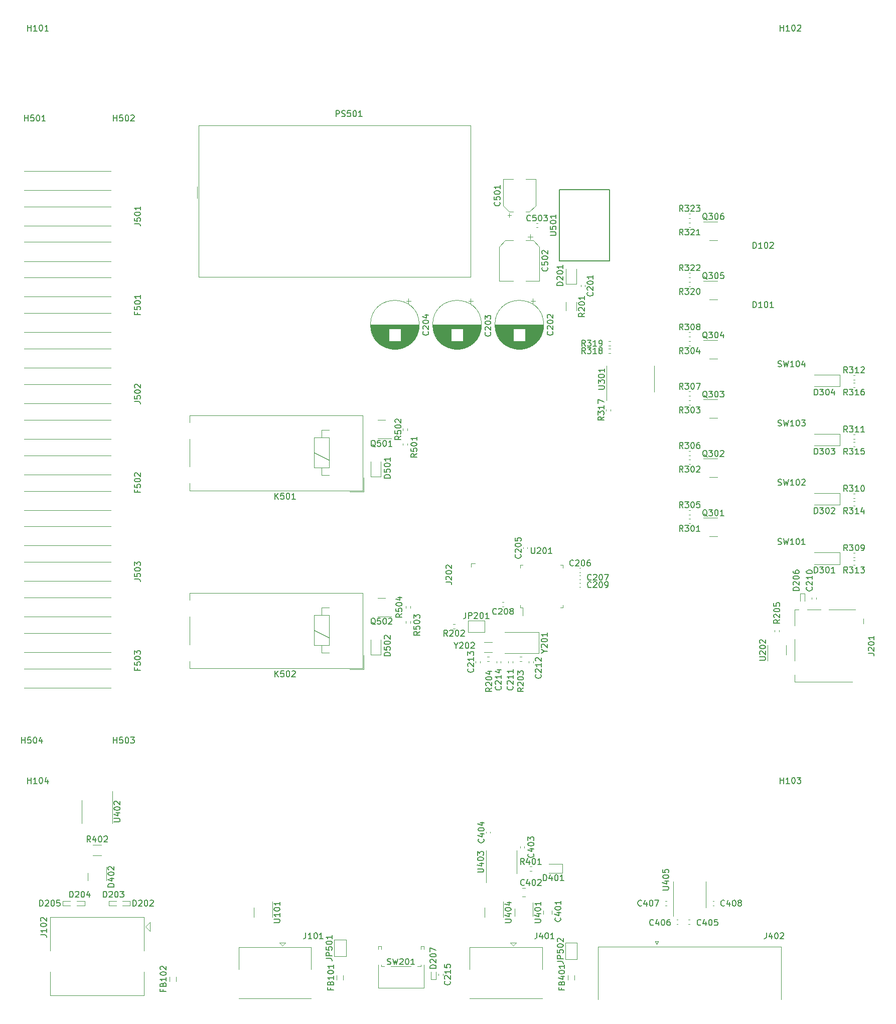
<source format=gbr>
G04 #@! TF.GenerationSoftware,KiCad,Pcbnew,6.0.5+dfsg-1~bpo11+1*
G04 #@! TF.CreationDate,2023-01-20T09:08:37+00:00*
G04 #@! TF.ProjectId,nascontrol,6e617363-6f6e-4747-926f-6c2e6b696361,0.1*
G04 #@! TF.SameCoordinates,Original*
G04 #@! TF.FileFunction,Legend,Top*
G04 #@! TF.FilePolarity,Positive*
%FSLAX46Y46*%
G04 Gerber Fmt 4.6, Leading zero omitted, Abs format (unit mm)*
G04 Created by KiCad (PCBNEW 6.0.5+dfsg-1~bpo11+1) date 2023-01-20 09:08:37*
%MOMM*%
%LPD*%
G01*
G04 APERTURE LIST*
%ADD10C,0.150000*%
%ADD11C,0.120000*%
%ADD12C,4.000000*%
%ADD13R,1.600000X1.600000*%
%ADD14C,1.600000*%
%ADD15C,3.500000*%
%ADD16C,3.100000*%
%ADD17R,1.300000X1.700000*%
%ADD18C,2.550000*%
%ADD19R,0.450000X0.600000*%
%ADD20C,2.000000*%
%ADD21R,0.250000X0.360000*%
%ADD22R,1.500000X1.000000*%
%ADD23C,6.400000*%
%ADD24C,3.000000*%
%ADD25R,3.000000X3.000000*%
%ADD26C,2.374900*%
%ADD27C,0.990600*%
%ADD28C,0.787400*%
%ADD29C,2.100000*%
%ADD30C,1.750000*%
%ADD31R,2.000000X2.400000*%
%ADD32R,1.100000X0.850000*%
%ADD33R,1.100000X0.750000*%
%ADD34R,1.000000X1.200000*%
%ADD35R,1.350000X1.900000*%
%ADD36R,1.350000X1.550000*%
%ADD37R,1.800000X1.170000*%
%ADD38R,1.000000X1.500000*%
%ADD39R,1.000000X1.800000*%
%ADD40R,0.360000X0.250000*%
%ADD41C,3.250000*%
%ADD42R,1.500000X1.500000*%
%ADD43C,1.524000*%
%ADD44C,2.300000*%
G04 APERTURE END LIST*
D10*
X138880952Y-90702380D02*
X138547619Y-90226190D01*
X138309523Y-90702380D02*
X138309523Y-89702380D01*
X138690476Y-89702380D01*
X138785714Y-89750000D01*
X138833333Y-89797619D01*
X138880952Y-89892857D01*
X138880952Y-90035714D01*
X138833333Y-90130952D01*
X138785714Y-90178571D01*
X138690476Y-90226190D01*
X138309523Y-90226190D01*
X139214285Y-89702380D02*
X139833333Y-89702380D01*
X139500000Y-90083333D01*
X139642857Y-90083333D01*
X139738095Y-90130952D01*
X139785714Y-90178571D01*
X139833333Y-90273809D01*
X139833333Y-90511904D01*
X139785714Y-90607142D01*
X139738095Y-90654761D01*
X139642857Y-90702380D01*
X139357142Y-90702380D01*
X139261904Y-90654761D01*
X139214285Y-90607142D01*
X140452380Y-89702380D02*
X140547619Y-89702380D01*
X140642857Y-89750000D01*
X140690476Y-89797619D01*
X140738095Y-89892857D01*
X140785714Y-90083333D01*
X140785714Y-90321428D01*
X140738095Y-90511904D01*
X140690476Y-90607142D01*
X140642857Y-90654761D01*
X140547619Y-90702380D01*
X140452380Y-90702380D01*
X140357142Y-90654761D01*
X140309523Y-90607142D01*
X140261904Y-90511904D01*
X140214285Y-90321428D01*
X140214285Y-90083333D01*
X140261904Y-89892857D01*
X140309523Y-89797619D01*
X140357142Y-89750000D01*
X140452380Y-89702380D01*
X141119047Y-89702380D02*
X141738095Y-89702380D01*
X141404761Y-90083333D01*
X141547619Y-90083333D01*
X141642857Y-90130952D01*
X141690476Y-90178571D01*
X141738095Y-90273809D01*
X141738095Y-90511904D01*
X141690476Y-90607142D01*
X141642857Y-90654761D01*
X141547619Y-90702380D01*
X141261904Y-90702380D01*
X141166666Y-90654761D01*
X141119047Y-90607142D01*
X142952380Y-108147619D02*
X142857142Y-108100000D01*
X142761904Y-108004761D01*
X142619047Y-107861904D01*
X142523809Y-107814285D01*
X142428571Y-107814285D01*
X142476190Y-108052380D02*
X142380952Y-108004761D01*
X142285714Y-107909523D01*
X142238095Y-107719047D01*
X142238095Y-107385714D01*
X142285714Y-107195238D01*
X142380952Y-107100000D01*
X142476190Y-107052380D01*
X142666666Y-107052380D01*
X142761904Y-107100000D01*
X142857142Y-107195238D01*
X142904761Y-107385714D01*
X142904761Y-107719047D01*
X142857142Y-107909523D01*
X142761904Y-108004761D01*
X142666666Y-108052380D01*
X142476190Y-108052380D01*
X143238095Y-107052380D02*
X143857142Y-107052380D01*
X143523809Y-107433333D01*
X143666666Y-107433333D01*
X143761904Y-107480952D01*
X143809523Y-107528571D01*
X143857142Y-107623809D01*
X143857142Y-107861904D01*
X143809523Y-107957142D01*
X143761904Y-108004761D01*
X143666666Y-108052380D01*
X143380952Y-108052380D01*
X143285714Y-108004761D01*
X143238095Y-107957142D01*
X144476190Y-107052380D02*
X144571428Y-107052380D01*
X144666666Y-107100000D01*
X144714285Y-107147619D01*
X144761904Y-107242857D01*
X144809523Y-107433333D01*
X144809523Y-107671428D01*
X144761904Y-107861904D01*
X144714285Y-107957142D01*
X144666666Y-108004761D01*
X144571428Y-108052380D01*
X144476190Y-108052380D01*
X144380952Y-108004761D01*
X144333333Y-107957142D01*
X144285714Y-107861904D01*
X144238095Y-107671428D01*
X144238095Y-107433333D01*
X144285714Y-107242857D01*
X144333333Y-107147619D01*
X144380952Y-107100000D01*
X144476190Y-107052380D01*
X145761904Y-108052380D02*
X145190476Y-108052380D01*
X145476190Y-108052380D02*
X145476190Y-107052380D01*
X145380952Y-107195238D01*
X145285714Y-107290476D01*
X145190476Y-107338095D01*
X152964285Y-178452380D02*
X152964285Y-179166666D01*
X152916666Y-179309523D01*
X152821428Y-179404761D01*
X152678571Y-179452380D01*
X152583333Y-179452380D01*
X153869047Y-178785714D02*
X153869047Y-179452380D01*
X153630952Y-178404761D02*
X153392857Y-179119047D01*
X154011904Y-179119047D01*
X154583333Y-178452380D02*
X154678571Y-178452380D01*
X154773809Y-178500000D01*
X154821428Y-178547619D01*
X154869047Y-178642857D01*
X154916666Y-178833333D01*
X154916666Y-179071428D01*
X154869047Y-179261904D01*
X154821428Y-179357142D01*
X154773809Y-179404761D01*
X154678571Y-179452380D01*
X154583333Y-179452380D01*
X154488095Y-179404761D01*
X154440476Y-179357142D01*
X154392857Y-179261904D01*
X154345238Y-179071428D01*
X154345238Y-178833333D01*
X154392857Y-178642857D01*
X154440476Y-178547619D01*
X154488095Y-178500000D01*
X154583333Y-178452380D01*
X155297619Y-178547619D02*
X155345238Y-178500000D01*
X155440476Y-178452380D01*
X155678571Y-178452380D01*
X155773809Y-178500000D01*
X155821428Y-178547619D01*
X155869047Y-178642857D01*
X155869047Y-178738095D01*
X155821428Y-178880952D01*
X155250000Y-179452380D01*
X155869047Y-179452380D01*
X46302380Y-88785714D02*
X47016666Y-88785714D01*
X47159523Y-88833333D01*
X47254761Y-88928571D01*
X47302380Y-89071428D01*
X47302380Y-89166666D01*
X46302380Y-87833333D02*
X46302380Y-88309523D01*
X46778571Y-88357142D01*
X46730952Y-88309523D01*
X46683333Y-88214285D01*
X46683333Y-87976190D01*
X46730952Y-87880952D01*
X46778571Y-87833333D01*
X46873809Y-87785714D01*
X47111904Y-87785714D01*
X47207142Y-87833333D01*
X47254761Y-87880952D01*
X47302380Y-87976190D01*
X47302380Y-88214285D01*
X47254761Y-88309523D01*
X47207142Y-88357142D01*
X46302380Y-87166666D02*
X46302380Y-87071428D01*
X46350000Y-86976190D01*
X46397619Y-86928571D01*
X46492857Y-86880952D01*
X46683333Y-86833333D01*
X46921428Y-86833333D01*
X47111904Y-86880952D01*
X47207142Y-86928571D01*
X47254761Y-86976190D01*
X47302380Y-87071428D01*
X47302380Y-87166666D01*
X47254761Y-87261904D01*
X47207142Y-87309523D01*
X47111904Y-87357142D01*
X46921428Y-87404761D01*
X46683333Y-87404761D01*
X46492857Y-87357142D01*
X46397619Y-87309523D01*
X46350000Y-87261904D01*
X46302380Y-87166666D01*
X46397619Y-86452380D02*
X46350000Y-86404761D01*
X46302380Y-86309523D01*
X46302380Y-86071428D01*
X46350000Y-85976190D01*
X46397619Y-85928571D01*
X46492857Y-85880952D01*
X46588095Y-85880952D01*
X46730952Y-85928571D01*
X47302380Y-86500000D01*
X47302380Y-85880952D01*
X94452380Y-127619047D02*
X93976190Y-127952380D01*
X94452380Y-128190476D02*
X93452380Y-128190476D01*
X93452380Y-127809523D01*
X93500000Y-127714285D01*
X93547619Y-127666666D01*
X93642857Y-127619047D01*
X93785714Y-127619047D01*
X93880952Y-127666666D01*
X93928571Y-127714285D01*
X93976190Y-127809523D01*
X93976190Y-128190476D01*
X93452380Y-126714285D02*
X93452380Y-127190476D01*
X93928571Y-127238095D01*
X93880952Y-127190476D01*
X93833333Y-127095238D01*
X93833333Y-126857142D01*
X93880952Y-126761904D01*
X93928571Y-126714285D01*
X94023809Y-126666666D01*
X94261904Y-126666666D01*
X94357142Y-126714285D01*
X94404761Y-126761904D01*
X94452380Y-126857142D01*
X94452380Y-127095238D01*
X94404761Y-127190476D01*
X94357142Y-127238095D01*
X93452380Y-126047619D02*
X93452380Y-125952380D01*
X93500000Y-125857142D01*
X93547619Y-125809523D01*
X93642857Y-125761904D01*
X93833333Y-125714285D01*
X94071428Y-125714285D01*
X94261904Y-125761904D01*
X94357142Y-125809523D01*
X94404761Y-125857142D01*
X94452380Y-125952380D01*
X94452380Y-126047619D01*
X94404761Y-126142857D01*
X94357142Y-126190476D01*
X94261904Y-126238095D01*
X94071428Y-126285714D01*
X93833333Y-126285714D01*
X93642857Y-126238095D01*
X93547619Y-126190476D01*
X93500000Y-126142857D01*
X93452380Y-126047619D01*
X93452380Y-125380952D02*
X93452380Y-124761904D01*
X93833333Y-125095238D01*
X93833333Y-124952380D01*
X93880952Y-124857142D01*
X93928571Y-124809523D01*
X94023809Y-124761904D01*
X94261904Y-124761904D01*
X94357142Y-124809523D01*
X94404761Y-124857142D01*
X94452380Y-124952380D01*
X94452380Y-125238095D01*
X94404761Y-125333333D01*
X94357142Y-125380952D01*
X161059523Y-117702380D02*
X161059523Y-116702380D01*
X161297619Y-116702380D01*
X161440476Y-116750000D01*
X161535714Y-116845238D01*
X161583333Y-116940476D01*
X161630952Y-117130952D01*
X161630952Y-117273809D01*
X161583333Y-117464285D01*
X161535714Y-117559523D01*
X161440476Y-117654761D01*
X161297619Y-117702380D01*
X161059523Y-117702380D01*
X161964285Y-116702380D02*
X162583333Y-116702380D01*
X162250000Y-117083333D01*
X162392857Y-117083333D01*
X162488095Y-117130952D01*
X162535714Y-117178571D01*
X162583333Y-117273809D01*
X162583333Y-117511904D01*
X162535714Y-117607142D01*
X162488095Y-117654761D01*
X162392857Y-117702380D01*
X162107142Y-117702380D01*
X162011904Y-117654761D01*
X161964285Y-117607142D01*
X163202380Y-116702380D02*
X163297619Y-116702380D01*
X163392857Y-116750000D01*
X163440476Y-116797619D01*
X163488095Y-116892857D01*
X163535714Y-117083333D01*
X163535714Y-117321428D01*
X163488095Y-117511904D01*
X163440476Y-117607142D01*
X163392857Y-117654761D01*
X163297619Y-117702380D01*
X163202380Y-117702380D01*
X163107142Y-117654761D01*
X163059523Y-117607142D01*
X163011904Y-117511904D01*
X162964285Y-117321428D01*
X162964285Y-117083333D01*
X163011904Y-116892857D01*
X163059523Y-116797619D01*
X163107142Y-116750000D01*
X163202380Y-116702380D01*
X164488095Y-117702380D02*
X163916666Y-117702380D01*
X164202380Y-117702380D02*
X164202380Y-116702380D01*
X164107142Y-116845238D01*
X164011904Y-116940476D01*
X163916666Y-116988095D01*
X138880952Y-110702380D02*
X138547619Y-110226190D01*
X138309523Y-110702380D02*
X138309523Y-109702380D01*
X138690476Y-109702380D01*
X138785714Y-109750000D01*
X138833333Y-109797619D01*
X138880952Y-109892857D01*
X138880952Y-110035714D01*
X138833333Y-110130952D01*
X138785714Y-110178571D01*
X138690476Y-110226190D01*
X138309523Y-110226190D01*
X139214285Y-109702380D02*
X139833333Y-109702380D01*
X139500000Y-110083333D01*
X139642857Y-110083333D01*
X139738095Y-110130952D01*
X139785714Y-110178571D01*
X139833333Y-110273809D01*
X139833333Y-110511904D01*
X139785714Y-110607142D01*
X139738095Y-110654761D01*
X139642857Y-110702380D01*
X139357142Y-110702380D01*
X139261904Y-110654761D01*
X139214285Y-110607142D01*
X140452380Y-109702380D02*
X140547619Y-109702380D01*
X140642857Y-109750000D01*
X140690476Y-109797619D01*
X140738095Y-109892857D01*
X140785714Y-110083333D01*
X140785714Y-110321428D01*
X140738095Y-110511904D01*
X140690476Y-110607142D01*
X140642857Y-110654761D01*
X140547619Y-110702380D01*
X140452380Y-110702380D01*
X140357142Y-110654761D01*
X140309523Y-110607142D01*
X140261904Y-110511904D01*
X140214285Y-110321428D01*
X140214285Y-110083333D01*
X140261904Y-109892857D01*
X140309523Y-109797619D01*
X140357142Y-109750000D01*
X140452380Y-109702380D01*
X141738095Y-110702380D02*
X141166666Y-110702380D01*
X141452380Y-110702380D02*
X141452380Y-109702380D01*
X141357142Y-109845238D01*
X141261904Y-109940476D01*
X141166666Y-109988095D01*
X142952380Y-68147619D02*
X142857142Y-68100000D01*
X142761904Y-68004761D01*
X142619047Y-67861904D01*
X142523809Y-67814285D01*
X142428571Y-67814285D01*
X142476190Y-68052380D02*
X142380952Y-68004761D01*
X142285714Y-67909523D01*
X142238095Y-67719047D01*
X142238095Y-67385714D01*
X142285714Y-67195238D01*
X142380952Y-67100000D01*
X142476190Y-67052380D01*
X142666666Y-67052380D01*
X142761904Y-67100000D01*
X142857142Y-67195238D01*
X142904761Y-67385714D01*
X142904761Y-67719047D01*
X142857142Y-67909523D01*
X142761904Y-68004761D01*
X142666666Y-68052380D01*
X142476190Y-68052380D01*
X143238095Y-67052380D02*
X143857142Y-67052380D01*
X143523809Y-67433333D01*
X143666666Y-67433333D01*
X143761904Y-67480952D01*
X143809523Y-67528571D01*
X143857142Y-67623809D01*
X143857142Y-67861904D01*
X143809523Y-67957142D01*
X143761904Y-68004761D01*
X143666666Y-68052380D01*
X143380952Y-68052380D01*
X143285714Y-68004761D01*
X143238095Y-67957142D01*
X144476190Y-67052380D02*
X144571428Y-67052380D01*
X144666666Y-67100000D01*
X144714285Y-67147619D01*
X144761904Y-67242857D01*
X144809523Y-67433333D01*
X144809523Y-67671428D01*
X144761904Y-67861904D01*
X144714285Y-67957142D01*
X144666666Y-68004761D01*
X144571428Y-68052380D01*
X144476190Y-68052380D01*
X144380952Y-68004761D01*
X144333333Y-67957142D01*
X144285714Y-67861904D01*
X144238095Y-67671428D01*
X144238095Y-67433333D01*
X144285714Y-67242857D01*
X144333333Y-67147619D01*
X144380952Y-67100000D01*
X144476190Y-67052380D01*
X145714285Y-67052380D02*
X145238095Y-67052380D01*
X145190476Y-67528571D01*
X145238095Y-67480952D01*
X145333333Y-67433333D01*
X145571428Y-67433333D01*
X145666666Y-67480952D01*
X145714285Y-67528571D01*
X145761904Y-67623809D01*
X145761904Y-67861904D01*
X145714285Y-67957142D01*
X145666666Y-68004761D01*
X145571428Y-68052380D01*
X145333333Y-68052380D01*
X145238095Y-68004761D01*
X145190476Y-67957142D01*
X154914285Y-102874761D02*
X155057142Y-102922380D01*
X155295238Y-102922380D01*
X155390476Y-102874761D01*
X155438095Y-102827142D01*
X155485714Y-102731904D01*
X155485714Y-102636666D01*
X155438095Y-102541428D01*
X155390476Y-102493809D01*
X155295238Y-102446190D01*
X155104761Y-102398571D01*
X155009523Y-102350952D01*
X154961904Y-102303333D01*
X154914285Y-102208095D01*
X154914285Y-102112857D01*
X154961904Y-102017619D01*
X155009523Y-101970000D01*
X155104761Y-101922380D01*
X155342857Y-101922380D01*
X155485714Y-101970000D01*
X155819047Y-101922380D02*
X156057142Y-102922380D01*
X156247619Y-102208095D01*
X156438095Y-102922380D01*
X156676190Y-101922380D01*
X157580952Y-102922380D02*
X157009523Y-102922380D01*
X157295238Y-102922380D02*
X157295238Y-101922380D01*
X157200000Y-102065238D01*
X157104761Y-102160476D01*
X157009523Y-102208095D01*
X158200000Y-101922380D02*
X158295238Y-101922380D01*
X158390476Y-101970000D01*
X158438095Y-102017619D01*
X158485714Y-102112857D01*
X158533333Y-102303333D01*
X158533333Y-102541428D01*
X158485714Y-102731904D01*
X158438095Y-102827142D01*
X158390476Y-102874761D01*
X158295238Y-102922380D01*
X158200000Y-102922380D01*
X158104761Y-102874761D01*
X158057142Y-102827142D01*
X158009523Y-102731904D01*
X157961904Y-102541428D01*
X157961904Y-102303333D01*
X158009523Y-102112857D01*
X158057142Y-102017619D01*
X158104761Y-101970000D01*
X158200000Y-101922380D01*
X158914285Y-102017619D02*
X158961904Y-101970000D01*
X159057142Y-101922380D01*
X159295238Y-101922380D01*
X159390476Y-101970000D01*
X159438095Y-102017619D01*
X159485714Y-102112857D01*
X159485714Y-102208095D01*
X159438095Y-102350952D01*
X158866666Y-102922380D01*
X159485714Y-102922380D01*
X161059523Y-107702380D02*
X161059523Y-106702380D01*
X161297619Y-106702380D01*
X161440476Y-106750000D01*
X161535714Y-106845238D01*
X161583333Y-106940476D01*
X161630952Y-107130952D01*
X161630952Y-107273809D01*
X161583333Y-107464285D01*
X161535714Y-107559523D01*
X161440476Y-107654761D01*
X161297619Y-107702380D01*
X161059523Y-107702380D01*
X161964285Y-106702380D02*
X162583333Y-106702380D01*
X162250000Y-107083333D01*
X162392857Y-107083333D01*
X162488095Y-107130952D01*
X162535714Y-107178571D01*
X162583333Y-107273809D01*
X162583333Y-107511904D01*
X162535714Y-107607142D01*
X162488095Y-107654761D01*
X162392857Y-107702380D01*
X162107142Y-107702380D01*
X162011904Y-107654761D01*
X161964285Y-107607142D01*
X163202380Y-106702380D02*
X163297619Y-106702380D01*
X163392857Y-106750000D01*
X163440476Y-106797619D01*
X163488095Y-106892857D01*
X163535714Y-107083333D01*
X163535714Y-107321428D01*
X163488095Y-107511904D01*
X163440476Y-107607142D01*
X163392857Y-107654761D01*
X163297619Y-107702380D01*
X163202380Y-107702380D01*
X163107142Y-107654761D01*
X163059523Y-107607142D01*
X163011904Y-107511904D01*
X162964285Y-107321428D01*
X162964285Y-107083333D01*
X163011904Y-106892857D01*
X163059523Y-106797619D01*
X163107142Y-106750000D01*
X163202380Y-106702380D01*
X163916666Y-106797619D02*
X163964285Y-106750000D01*
X164059523Y-106702380D01*
X164297619Y-106702380D01*
X164392857Y-106750000D01*
X164440476Y-106797619D01*
X164488095Y-106892857D01*
X164488095Y-106988095D01*
X164440476Y-107130952D01*
X163869047Y-107702380D01*
X164488095Y-107702380D01*
X118602380Y-69190476D02*
X117602380Y-69190476D01*
X117602380Y-68952380D01*
X117650000Y-68809523D01*
X117745238Y-68714285D01*
X117840476Y-68666666D01*
X118030952Y-68619047D01*
X118173809Y-68619047D01*
X118364285Y-68666666D01*
X118459523Y-68714285D01*
X118554761Y-68809523D01*
X118602380Y-68952380D01*
X118602380Y-69190476D01*
X117697619Y-68238095D02*
X117650000Y-68190476D01*
X117602380Y-68095238D01*
X117602380Y-67857142D01*
X117650000Y-67761904D01*
X117697619Y-67714285D01*
X117792857Y-67666666D01*
X117888095Y-67666666D01*
X118030952Y-67714285D01*
X118602380Y-68285714D01*
X118602380Y-67666666D01*
X117602380Y-67047619D02*
X117602380Y-66952380D01*
X117650000Y-66857142D01*
X117697619Y-66809523D01*
X117792857Y-66761904D01*
X117983333Y-66714285D01*
X118221428Y-66714285D01*
X118411904Y-66761904D01*
X118507142Y-66809523D01*
X118554761Y-66857142D01*
X118602380Y-66952380D01*
X118602380Y-67047619D01*
X118554761Y-67142857D01*
X118507142Y-67190476D01*
X118411904Y-67238095D01*
X118221428Y-67285714D01*
X117983333Y-67285714D01*
X117792857Y-67238095D01*
X117697619Y-67190476D01*
X117650000Y-67142857D01*
X117602380Y-67047619D01*
X118602380Y-65761904D02*
X118602380Y-66333333D01*
X118602380Y-66047619D02*
X117602380Y-66047619D01*
X117745238Y-66142857D01*
X117840476Y-66238095D01*
X117888095Y-66333333D01*
X116452380Y-60754285D02*
X117261904Y-60754285D01*
X117357142Y-60706666D01*
X117404761Y-60659047D01*
X117452380Y-60563809D01*
X117452380Y-60373333D01*
X117404761Y-60278095D01*
X117357142Y-60230476D01*
X117261904Y-60182857D01*
X116452380Y-60182857D01*
X116452380Y-59230476D02*
X116452380Y-59706666D01*
X116928571Y-59754285D01*
X116880952Y-59706666D01*
X116833333Y-59611428D01*
X116833333Y-59373333D01*
X116880952Y-59278095D01*
X116928571Y-59230476D01*
X117023809Y-59182857D01*
X117261904Y-59182857D01*
X117357142Y-59230476D01*
X117404761Y-59278095D01*
X117452380Y-59373333D01*
X117452380Y-59611428D01*
X117404761Y-59706666D01*
X117357142Y-59754285D01*
X116452380Y-58563809D02*
X116452380Y-58468571D01*
X116500000Y-58373333D01*
X116547619Y-58325714D01*
X116642857Y-58278095D01*
X116833333Y-58230476D01*
X117071428Y-58230476D01*
X117261904Y-58278095D01*
X117357142Y-58325714D01*
X117404761Y-58373333D01*
X117452380Y-58468571D01*
X117452380Y-58563809D01*
X117404761Y-58659047D01*
X117357142Y-58706666D01*
X117261904Y-58754285D01*
X117071428Y-58801904D01*
X116833333Y-58801904D01*
X116642857Y-58754285D01*
X116547619Y-58706666D01*
X116500000Y-58659047D01*
X116452380Y-58563809D01*
X117452380Y-57278095D02*
X117452380Y-57849523D01*
X117452380Y-57563809D02*
X116452380Y-57563809D01*
X116595238Y-57659047D01*
X116690476Y-57754285D01*
X116738095Y-57849523D01*
X154914285Y-112874761D02*
X155057142Y-112922380D01*
X155295238Y-112922380D01*
X155390476Y-112874761D01*
X155438095Y-112827142D01*
X155485714Y-112731904D01*
X155485714Y-112636666D01*
X155438095Y-112541428D01*
X155390476Y-112493809D01*
X155295238Y-112446190D01*
X155104761Y-112398571D01*
X155009523Y-112350952D01*
X154961904Y-112303333D01*
X154914285Y-112208095D01*
X154914285Y-112112857D01*
X154961904Y-112017619D01*
X155009523Y-111970000D01*
X155104761Y-111922380D01*
X155342857Y-111922380D01*
X155485714Y-111970000D01*
X155819047Y-111922380D02*
X156057142Y-112922380D01*
X156247619Y-112208095D01*
X156438095Y-112922380D01*
X156676190Y-111922380D01*
X157580952Y-112922380D02*
X157009523Y-112922380D01*
X157295238Y-112922380D02*
X157295238Y-111922380D01*
X157200000Y-112065238D01*
X157104761Y-112160476D01*
X157009523Y-112208095D01*
X158200000Y-111922380D02*
X158295238Y-111922380D01*
X158390476Y-111970000D01*
X158438095Y-112017619D01*
X158485714Y-112112857D01*
X158533333Y-112303333D01*
X158533333Y-112541428D01*
X158485714Y-112731904D01*
X158438095Y-112827142D01*
X158390476Y-112874761D01*
X158295238Y-112922380D01*
X158200000Y-112922380D01*
X158104761Y-112874761D01*
X158057142Y-112827142D01*
X158009523Y-112731904D01*
X157961904Y-112541428D01*
X157961904Y-112303333D01*
X158009523Y-112112857D01*
X158057142Y-112017619D01*
X158104761Y-111970000D01*
X158200000Y-111922380D01*
X159485714Y-112922380D02*
X158914285Y-112922380D01*
X159200000Y-112922380D02*
X159200000Y-111922380D01*
X159104761Y-112065238D01*
X159009523Y-112160476D01*
X158914285Y-112208095D01*
X158452380Y-120690476D02*
X157452380Y-120690476D01*
X157452380Y-120452380D01*
X157500000Y-120309523D01*
X157595238Y-120214285D01*
X157690476Y-120166666D01*
X157880952Y-120119047D01*
X158023809Y-120119047D01*
X158214285Y-120166666D01*
X158309523Y-120214285D01*
X158404761Y-120309523D01*
X158452380Y-120452380D01*
X158452380Y-120690476D01*
X157547619Y-119738095D02*
X157500000Y-119690476D01*
X157452380Y-119595238D01*
X157452380Y-119357142D01*
X157500000Y-119261904D01*
X157547619Y-119214285D01*
X157642857Y-119166666D01*
X157738095Y-119166666D01*
X157880952Y-119214285D01*
X158452380Y-119785714D01*
X158452380Y-119166666D01*
X157452380Y-118547619D02*
X157452380Y-118452380D01*
X157500000Y-118357142D01*
X157547619Y-118309523D01*
X157642857Y-118261904D01*
X157833333Y-118214285D01*
X158071428Y-118214285D01*
X158261904Y-118261904D01*
X158357142Y-118309523D01*
X158404761Y-118357142D01*
X158452380Y-118452380D01*
X158452380Y-118547619D01*
X158404761Y-118642857D01*
X158357142Y-118690476D01*
X158261904Y-118738095D01*
X158071428Y-118785714D01*
X157833333Y-118785714D01*
X157642857Y-118738095D01*
X157547619Y-118690476D01*
X157500000Y-118642857D01*
X157452380Y-118547619D01*
X157452380Y-117357142D02*
X157452380Y-117547619D01*
X157500000Y-117642857D01*
X157547619Y-117690476D01*
X157690476Y-117785714D01*
X157880952Y-117833333D01*
X158261904Y-117833333D01*
X158357142Y-117785714D01*
X158404761Y-117738095D01*
X158452380Y-117642857D01*
X158452380Y-117452380D01*
X158404761Y-117357142D01*
X158357142Y-117309523D01*
X158261904Y-117261904D01*
X158023809Y-117261904D01*
X157928571Y-117309523D01*
X157880952Y-117357142D01*
X157833333Y-117452380D01*
X157833333Y-117642857D01*
X157880952Y-117738095D01*
X157928571Y-117785714D01*
X158023809Y-117833333D01*
X117652380Y-183285714D02*
X118366666Y-183285714D01*
X118509523Y-183333333D01*
X118604761Y-183428571D01*
X118652380Y-183571428D01*
X118652380Y-183666666D01*
X118652380Y-182809523D02*
X117652380Y-182809523D01*
X117652380Y-182428571D01*
X117700000Y-182333333D01*
X117747619Y-182285714D01*
X117842857Y-182238095D01*
X117985714Y-182238095D01*
X118080952Y-182285714D01*
X118128571Y-182333333D01*
X118176190Y-182428571D01*
X118176190Y-182809523D01*
X117652380Y-181333333D02*
X117652380Y-181809523D01*
X118128571Y-181857142D01*
X118080952Y-181809523D01*
X118033333Y-181714285D01*
X118033333Y-181476190D01*
X118080952Y-181380952D01*
X118128571Y-181333333D01*
X118223809Y-181285714D01*
X118461904Y-181285714D01*
X118557142Y-181333333D01*
X118604761Y-181380952D01*
X118652380Y-181476190D01*
X118652380Y-181714285D01*
X118604761Y-181809523D01*
X118557142Y-181857142D01*
X117652380Y-180666666D02*
X117652380Y-180571428D01*
X117700000Y-180476190D01*
X117747619Y-180428571D01*
X117842857Y-180380952D01*
X118033333Y-180333333D01*
X118271428Y-180333333D01*
X118461904Y-180380952D01*
X118557142Y-180428571D01*
X118604761Y-180476190D01*
X118652380Y-180571428D01*
X118652380Y-180666666D01*
X118604761Y-180761904D01*
X118557142Y-180809523D01*
X118461904Y-180857142D01*
X118271428Y-180904761D01*
X118033333Y-180904761D01*
X117842857Y-180857142D01*
X117747619Y-180809523D01*
X117700000Y-180761904D01*
X117652380Y-180666666D01*
X117747619Y-179952380D02*
X117700000Y-179904761D01*
X117652380Y-179809523D01*
X117652380Y-179571428D01*
X117700000Y-179476190D01*
X117747619Y-179428571D01*
X117842857Y-179380952D01*
X117938095Y-179380952D01*
X118080952Y-179428571D01*
X118652380Y-180000000D01*
X118652380Y-179380952D01*
X46302380Y-58785714D02*
X47016666Y-58785714D01*
X47159523Y-58833333D01*
X47254761Y-58928571D01*
X47302380Y-59071428D01*
X47302380Y-59166666D01*
X46302380Y-57833333D02*
X46302380Y-58309523D01*
X46778571Y-58357142D01*
X46730952Y-58309523D01*
X46683333Y-58214285D01*
X46683333Y-57976190D01*
X46730952Y-57880952D01*
X46778571Y-57833333D01*
X46873809Y-57785714D01*
X47111904Y-57785714D01*
X47207142Y-57833333D01*
X47254761Y-57880952D01*
X47302380Y-57976190D01*
X47302380Y-58214285D01*
X47254761Y-58309523D01*
X47207142Y-58357142D01*
X46302380Y-57166666D02*
X46302380Y-57071428D01*
X46350000Y-56976190D01*
X46397619Y-56928571D01*
X46492857Y-56880952D01*
X46683333Y-56833333D01*
X46921428Y-56833333D01*
X47111904Y-56880952D01*
X47207142Y-56928571D01*
X47254761Y-56976190D01*
X47302380Y-57071428D01*
X47302380Y-57166666D01*
X47254761Y-57261904D01*
X47207142Y-57309523D01*
X47111904Y-57357142D01*
X46921428Y-57404761D01*
X46683333Y-57404761D01*
X46492857Y-57357142D01*
X46397619Y-57309523D01*
X46350000Y-57261904D01*
X46302380Y-57166666D01*
X47302380Y-55880952D02*
X47302380Y-56452380D01*
X47302380Y-56166666D02*
X46302380Y-56166666D01*
X46445238Y-56261904D01*
X46540476Y-56357142D01*
X46588095Y-56452380D01*
X114857142Y-134869047D02*
X114904761Y-134916666D01*
X114952380Y-135059523D01*
X114952380Y-135154761D01*
X114904761Y-135297619D01*
X114809523Y-135392857D01*
X114714285Y-135440476D01*
X114523809Y-135488095D01*
X114380952Y-135488095D01*
X114190476Y-135440476D01*
X114095238Y-135392857D01*
X114000000Y-135297619D01*
X113952380Y-135154761D01*
X113952380Y-135059523D01*
X114000000Y-134916666D01*
X114047619Y-134869047D01*
X114047619Y-134488095D02*
X114000000Y-134440476D01*
X113952380Y-134345238D01*
X113952380Y-134107142D01*
X114000000Y-134011904D01*
X114047619Y-133964285D01*
X114142857Y-133916666D01*
X114238095Y-133916666D01*
X114380952Y-133964285D01*
X114952380Y-134535714D01*
X114952380Y-133916666D01*
X114952380Y-132964285D02*
X114952380Y-133535714D01*
X114952380Y-133250000D02*
X113952380Y-133250000D01*
X114095238Y-133345238D01*
X114190476Y-133440476D01*
X114238095Y-133535714D01*
X114047619Y-132583333D02*
X114000000Y-132535714D01*
X113952380Y-132440476D01*
X113952380Y-132202380D01*
X114000000Y-132107142D01*
X114047619Y-132059523D01*
X114142857Y-132011904D01*
X114238095Y-132011904D01*
X114380952Y-132059523D01*
X114952380Y-132630952D01*
X114952380Y-132011904D01*
X166630952Y-83952380D02*
X166297619Y-83476190D01*
X166059523Y-83952380D02*
X166059523Y-82952380D01*
X166440476Y-82952380D01*
X166535714Y-83000000D01*
X166583333Y-83047619D01*
X166630952Y-83142857D01*
X166630952Y-83285714D01*
X166583333Y-83380952D01*
X166535714Y-83428571D01*
X166440476Y-83476190D01*
X166059523Y-83476190D01*
X166964285Y-82952380D02*
X167583333Y-82952380D01*
X167250000Y-83333333D01*
X167392857Y-83333333D01*
X167488095Y-83380952D01*
X167535714Y-83428571D01*
X167583333Y-83523809D01*
X167583333Y-83761904D01*
X167535714Y-83857142D01*
X167488095Y-83904761D01*
X167392857Y-83952380D01*
X167107142Y-83952380D01*
X167011904Y-83904761D01*
X166964285Y-83857142D01*
X168535714Y-83952380D02*
X167964285Y-83952380D01*
X168250000Y-83952380D02*
X168250000Y-82952380D01*
X168154761Y-83095238D01*
X168059523Y-83190476D01*
X167964285Y-83238095D01*
X168916666Y-83047619D02*
X168964285Y-83000000D01*
X169059523Y-82952380D01*
X169297619Y-82952380D01*
X169392857Y-83000000D01*
X169440476Y-83047619D01*
X169488095Y-83142857D01*
X169488095Y-83238095D01*
X169440476Y-83380952D01*
X168869047Y-83952380D01*
X169488095Y-83952380D01*
X107907142Y-55159047D02*
X107954761Y-55206666D01*
X108002380Y-55349523D01*
X108002380Y-55444761D01*
X107954761Y-55587619D01*
X107859523Y-55682857D01*
X107764285Y-55730476D01*
X107573809Y-55778095D01*
X107430952Y-55778095D01*
X107240476Y-55730476D01*
X107145238Y-55682857D01*
X107050000Y-55587619D01*
X107002380Y-55444761D01*
X107002380Y-55349523D01*
X107050000Y-55206666D01*
X107097619Y-55159047D01*
X107002380Y-54254285D02*
X107002380Y-54730476D01*
X107478571Y-54778095D01*
X107430952Y-54730476D01*
X107383333Y-54635238D01*
X107383333Y-54397142D01*
X107430952Y-54301904D01*
X107478571Y-54254285D01*
X107573809Y-54206666D01*
X107811904Y-54206666D01*
X107907142Y-54254285D01*
X107954761Y-54301904D01*
X108002380Y-54397142D01*
X108002380Y-54635238D01*
X107954761Y-54730476D01*
X107907142Y-54778095D01*
X107002380Y-53587619D02*
X107002380Y-53492380D01*
X107050000Y-53397142D01*
X107097619Y-53349523D01*
X107192857Y-53301904D01*
X107383333Y-53254285D01*
X107621428Y-53254285D01*
X107811904Y-53301904D01*
X107907142Y-53349523D01*
X107954761Y-53397142D01*
X108002380Y-53492380D01*
X108002380Y-53587619D01*
X107954761Y-53682857D01*
X107907142Y-53730476D01*
X107811904Y-53778095D01*
X107621428Y-53825714D01*
X107383333Y-53825714D01*
X107192857Y-53778095D01*
X107097619Y-53730476D01*
X107050000Y-53682857D01*
X107002380Y-53587619D01*
X108002380Y-52301904D02*
X108002380Y-52873333D01*
X108002380Y-52587619D02*
X107002380Y-52587619D01*
X107145238Y-52682857D01*
X107240476Y-52778095D01*
X107288095Y-52873333D01*
X97202380Y-184440476D02*
X96202380Y-184440476D01*
X96202380Y-184202380D01*
X96250000Y-184059523D01*
X96345238Y-183964285D01*
X96440476Y-183916666D01*
X96630952Y-183869047D01*
X96773809Y-183869047D01*
X96964285Y-183916666D01*
X97059523Y-183964285D01*
X97154761Y-184059523D01*
X97202380Y-184202380D01*
X97202380Y-184440476D01*
X96297619Y-183488095D02*
X96250000Y-183440476D01*
X96202380Y-183345238D01*
X96202380Y-183107142D01*
X96250000Y-183011904D01*
X96297619Y-182964285D01*
X96392857Y-182916666D01*
X96488095Y-182916666D01*
X96630952Y-182964285D01*
X97202380Y-183535714D01*
X97202380Y-182916666D01*
X96202380Y-182297619D02*
X96202380Y-182202380D01*
X96250000Y-182107142D01*
X96297619Y-182059523D01*
X96392857Y-182011904D01*
X96583333Y-181964285D01*
X96821428Y-181964285D01*
X97011904Y-182011904D01*
X97107142Y-182059523D01*
X97154761Y-182107142D01*
X97202380Y-182202380D01*
X97202380Y-182297619D01*
X97154761Y-182392857D01*
X97107142Y-182440476D01*
X97011904Y-182488095D01*
X96821428Y-182535714D01*
X96583333Y-182535714D01*
X96392857Y-182488095D01*
X96297619Y-182440476D01*
X96250000Y-182392857D01*
X96202380Y-182297619D01*
X96202380Y-181630952D02*
X96202380Y-180964285D01*
X97202380Y-181392857D01*
X142952380Y-78147619D02*
X142857142Y-78100000D01*
X142761904Y-78004761D01*
X142619047Y-77861904D01*
X142523809Y-77814285D01*
X142428571Y-77814285D01*
X142476190Y-78052380D02*
X142380952Y-78004761D01*
X142285714Y-77909523D01*
X142238095Y-77719047D01*
X142238095Y-77385714D01*
X142285714Y-77195238D01*
X142380952Y-77100000D01*
X142476190Y-77052380D01*
X142666666Y-77052380D01*
X142761904Y-77100000D01*
X142857142Y-77195238D01*
X142904761Y-77385714D01*
X142904761Y-77719047D01*
X142857142Y-77909523D01*
X142761904Y-78004761D01*
X142666666Y-78052380D01*
X142476190Y-78052380D01*
X143238095Y-77052380D02*
X143857142Y-77052380D01*
X143523809Y-77433333D01*
X143666666Y-77433333D01*
X143761904Y-77480952D01*
X143809523Y-77528571D01*
X143857142Y-77623809D01*
X143857142Y-77861904D01*
X143809523Y-77957142D01*
X143761904Y-78004761D01*
X143666666Y-78052380D01*
X143380952Y-78052380D01*
X143285714Y-78004761D01*
X143238095Y-77957142D01*
X144476190Y-77052380D02*
X144571428Y-77052380D01*
X144666666Y-77100000D01*
X144714285Y-77147619D01*
X144761904Y-77242857D01*
X144809523Y-77433333D01*
X144809523Y-77671428D01*
X144761904Y-77861904D01*
X144714285Y-77957142D01*
X144666666Y-78004761D01*
X144571428Y-78052380D01*
X144476190Y-78052380D01*
X144380952Y-78004761D01*
X144333333Y-77957142D01*
X144285714Y-77861904D01*
X144238095Y-77671428D01*
X144238095Y-77433333D01*
X144285714Y-77242857D01*
X144333333Y-77147619D01*
X144380952Y-77100000D01*
X144476190Y-77052380D01*
X145666666Y-77385714D02*
X145666666Y-78052380D01*
X145428571Y-77004761D02*
X145190476Y-77719047D01*
X145809523Y-77719047D01*
X145880952Y-173857142D02*
X145833333Y-173904761D01*
X145690476Y-173952380D01*
X145595238Y-173952380D01*
X145452380Y-173904761D01*
X145357142Y-173809523D01*
X145309523Y-173714285D01*
X145261904Y-173523809D01*
X145261904Y-173380952D01*
X145309523Y-173190476D01*
X145357142Y-173095238D01*
X145452380Y-173000000D01*
X145595238Y-172952380D01*
X145690476Y-172952380D01*
X145833333Y-173000000D01*
X145880952Y-173047619D01*
X146738095Y-173285714D02*
X146738095Y-173952380D01*
X146500000Y-172904761D02*
X146261904Y-173619047D01*
X146880952Y-173619047D01*
X147452380Y-172952380D02*
X147547619Y-172952380D01*
X147642857Y-173000000D01*
X147690476Y-173047619D01*
X147738095Y-173142857D01*
X147785714Y-173333333D01*
X147785714Y-173571428D01*
X147738095Y-173761904D01*
X147690476Y-173857142D01*
X147642857Y-173904761D01*
X147547619Y-173952380D01*
X147452380Y-173952380D01*
X147357142Y-173904761D01*
X147309523Y-173857142D01*
X147261904Y-173761904D01*
X147214285Y-173571428D01*
X147214285Y-173333333D01*
X147261904Y-173142857D01*
X147309523Y-173047619D01*
X147357142Y-173000000D01*
X147452380Y-172952380D01*
X148357142Y-173380952D02*
X148261904Y-173333333D01*
X148214285Y-173285714D01*
X148166666Y-173190476D01*
X148166666Y-173142857D01*
X148214285Y-173047619D01*
X148261904Y-173000000D01*
X148357142Y-172952380D01*
X148547619Y-172952380D01*
X148642857Y-173000000D01*
X148690476Y-173047619D01*
X148738095Y-173142857D01*
X148738095Y-173190476D01*
X148690476Y-173285714D01*
X148642857Y-173333333D01*
X148547619Y-173380952D01*
X148357142Y-173380952D01*
X148261904Y-173428571D01*
X148214285Y-173476190D01*
X148166666Y-173571428D01*
X148166666Y-173761904D01*
X148214285Y-173857142D01*
X148261904Y-173904761D01*
X148357142Y-173952380D01*
X148547619Y-173952380D01*
X148642857Y-173904761D01*
X148690476Y-173857142D01*
X148738095Y-173761904D01*
X148738095Y-173571428D01*
X148690476Y-173476190D01*
X148642857Y-173428571D01*
X148547619Y-173380952D01*
X142952380Y-98147619D02*
X142857142Y-98100000D01*
X142761904Y-98004761D01*
X142619047Y-97861904D01*
X142523809Y-97814285D01*
X142428571Y-97814285D01*
X142476190Y-98052380D02*
X142380952Y-98004761D01*
X142285714Y-97909523D01*
X142238095Y-97719047D01*
X142238095Y-97385714D01*
X142285714Y-97195238D01*
X142380952Y-97100000D01*
X142476190Y-97052380D01*
X142666666Y-97052380D01*
X142761904Y-97100000D01*
X142857142Y-97195238D01*
X142904761Y-97385714D01*
X142904761Y-97719047D01*
X142857142Y-97909523D01*
X142761904Y-98004761D01*
X142666666Y-98052380D01*
X142476190Y-98052380D01*
X143238095Y-97052380D02*
X143857142Y-97052380D01*
X143523809Y-97433333D01*
X143666666Y-97433333D01*
X143761904Y-97480952D01*
X143809523Y-97528571D01*
X143857142Y-97623809D01*
X143857142Y-97861904D01*
X143809523Y-97957142D01*
X143761904Y-98004761D01*
X143666666Y-98052380D01*
X143380952Y-98052380D01*
X143285714Y-98004761D01*
X143238095Y-97957142D01*
X144476190Y-97052380D02*
X144571428Y-97052380D01*
X144666666Y-97100000D01*
X144714285Y-97147619D01*
X144761904Y-97242857D01*
X144809523Y-97433333D01*
X144809523Y-97671428D01*
X144761904Y-97861904D01*
X144714285Y-97957142D01*
X144666666Y-98004761D01*
X144571428Y-98052380D01*
X144476190Y-98052380D01*
X144380952Y-98004761D01*
X144333333Y-97957142D01*
X144285714Y-97861904D01*
X144238095Y-97671428D01*
X144238095Y-97433333D01*
X144285714Y-97242857D01*
X144333333Y-97147619D01*
X144380952Y-97100000D01*
X144476190Y-97052380D01*
X145190476Y-97147619D02*
X145238095Y-97100000D01*
X145333333Y-97052380D01*
X145571428Y-97052380D01*
X145666666Y-97100000D01*
X145714285Y-97147619D01*
X145761904Y-97242857D01*
X145761904Y-97338095D01*
X145714285Y-97480952D01*
X145142857Y-98052380D01*
X145761904Y-98052380D01*
X166620952Y-107702380D02*
X166287619Y-107226190D01*
X166049523Y-107702380D02*
X166049523Y-106702380D01*
X166430476Y-106702380D01*
X166525714Y-106750000D01*
X166573333Y-106797619D01*
X166620952Y-106892857D01*
X166620952Y-107035714D01*
X166573333Y-107130952D01*
X166525714Y-107178571D01*
X166430476Y-107226190D01*
X166049523Y-107226190D01*
X166954285Y-106702380D02*
X167573333Y-106702380D01*
X167240000Y-107083333D01*
X167382857Y-107083333D01*
X167478095Y-107130952D01*
X167525714Y-107178571D01*
X167573333Y-107273809D01*
X167573333Y-107511904D01*
X167525714Y-107607142D01*
X167478095Y-107654761D01*
X167382857Y-107702380D01*
X167097142Y-107702380D01*
X167001904Y-107654761D01*
X166954285Y-107607142D01*
X168525714Y-107702380D02*
X167954285Y-107702380D01*
X168240000Y-107702380D02*
X168240000Y-106702380D01*
X168144761Y-106845238D01*
X168049523Y-106940476D01*
X167954285Y-106988095D01*
X169382857Y-107035714D02*
X169382857Y-107702380D01*
X169144761Y-106654761D02*
X168906666Y-107369047D01*
X169525714Y-107369047D01*
X123380952Y-120107142D02*
X123333333Y-120154761D01*
X123190476Y-120202380D01*
X123095238Y-120202380D01*
X122952380Y-120154761D01*
X122857142Y-120059523D01*
X122809523Y-119964285D01*
X122761904Y-119773809D01*
X122761904Y-119630952D01*
X122809523Y-119440476D01*
X122857142Y-119345238D01*
X122952380Y-119250000D01*
X123095238Y-119202380D01*
X123190476Y-119202380D01*
X123333333Y-119250000D01*
X123380952Y-119297619D01*
X123761904Y-119297619D02*
X123809523Y-119250000D01*
X123904761Y-119202380D01*
X124142857Y-119202380D01*
X124238095Y-119250000D01*
X124285714Y-119297619D01*
X124333333Y-119392857D01*
X124333333Y-119488095D01*
X124285714Y-119630952D01*
X123714285Y-120202380D01*
X124333333Y-120202380D01*
X124952380Y-119202380D02*
X125047619Y-119202380D01*
X125142857Y-119250000D01*
X125190476Y-119297619D01*
X125238095Y-119392857D01*
X125285714Y-119583333D01*
X125285714Y-119821428D01*
X125238095Y-120011904D01*
X125190476Y-120107142D01*
X125142857Y-120154761D01*
X125047619Y-120202380D01*
X124952380Y-120202380D01*
X124857142Y-120154761D01*
X124809523Y-120107142D01*
X124761904Y-120011904D01*
X124714285Y-119821428D01*
X124714285Y-119583333D01*
X124761904Y-119392857D01*
X124809523Y-119297619D01*
X124857142Y-119250000D01*
X124952380Y-119202380D01*
X125761904Y-120202380D02*
X125952380Y-120202380D01*
X126047619Y-120154761D01*
X126095238Y-120107142D01*
X126190476Y-119964285D01*
X126238095Y-119773809D01*
X126238095Y-119392857D01*
X126190476Y-119297619D01*
X126142857Y-119250000D01*
X126047619Y-119202380D01*
X125857142Y-119202380D01*
X125761904Y-119250000D01*
X125714285Y-119297619D01*
X125666666Y-119392857D01*
X125666666Y-119630952D01*
X125714285Y-119726190D01*
X125761904Y-119773809D01*
X125857142Y-119821428D01*
X126047619Y-119821428D01*
X126142857Y-119773809D01*
X126190476Y-119726190D01*
X126238095Y-119630952D01*
X116857142Y-76966396D02*
X116904761Y-77014015D01*
X116952380Y-77156872D01*
X116952380Y-77252110D01*
X116904761Y-77394968D01*
X116809523Y-77490206D01*
X116714285Y-77537825D01*
X116523809Y-77585444D01*
X116380952Y-77585444D01*
X116190476Y-77537825D01*
X116095238Y-77490206D01*
X116000000Y-77394968D01*
X115952380Y-77252110D01*
X115952380Y-77156872D01*
X116000000Y-77014015D01*
X116047619Y-76966396D01*
X116047619Y-76585444D02*
X116000000Y-76537825D01*
X115952380Y-76442587D01*
X115952380Y-76204491D01*
X116000000Y-76109253D01*
X116047619Y-76061634D01*
X116142857Y-76014015D01*
X116238095Y-76014015D01*
X116380952Y-76061634D01*
X116952380Y-76633063D01*
X116952380Y-76014015D01*
X115952380Y-75394968D02*
X115952380Y-75299729D01*
X116000000Y-75204491D01*
X116047619Y-75156872D01*
X116142857Y-75109253D01*
X116333333Y-75061634D01*
X116571428Y-75061634D01*
X116761904Y-75109253D01*
X116857142Y-75156872D01*
X116904761Y-75204491D01*
X116952380Y-75299729D01*
X116952380Y-75394968D01*
X116904761Y-75490206D01*
X116857142Y-75537825D01*
X116761904Y-75585444D01*
X116571428Y-75633063D01*
X116333333Y-75633063D01*
X116142857Y-75585444D01*
X116047619Y-75537825D01*
X116000000Y-75490206D01*
X115952380Y-75394968D01*
X116047619Y-74680682D02*
X116000000Y-74633063D01*
X115952380Y-74537825D01*
X115952380Y-74299729D01*
X116000000Y-74204491D01*
X116047619Y-74156872D01*
X116142857Y-74109253D01*
X116238095Y-74109253D01*
X116380952Y-74156872D01*
X116952380Y-74728301D01*
X116952380Y-74109253D01*
X42785714Y-41452380D02*
X42785714Y-40452380D01*
X42785714Y-40928571D02*
X43357142Y-40928571D01*
X43357142Y-41452380D02*
X43357142Y-40452380D01*
X44309523Y-40452380D02*
X43833333Y-40452380D01*
X43785714Y-40928571D01*
X43833333Y-40880952D01*
X43928571Y-40833333D01*
X44166666Y-40833333D01*
X44261904Y-40880952D01*
X44309523Y-40928571D01*
X44357142Y-41023809D01*
X44357142Y-41261904D01*
X44309523Y-41357142D01*
X44261904Y-41404761D01*
X44166666Y-41452380D01*
X43928571Y-41452380D01*
X43833333Y-41404761D01*
X43785714Y-41357142D01*
X44976190Y-40452380D02*
X45071428Y-40452380D01*
X45166666Y-40500000D01*
X45214285Y-40547619D01*
X45261904Y-40642857D01*
X45309523Y-40833333D01*
X45309523Y-41071428D01*
X45261904Y-41261904D01*
X45214285Y-41357142D01*
X45166666Y-41404761D01*
X45071428Y-41452380D01*
X44976190Y-41452380D01*
X44880952Y-41404761D01*
X44833333Y-41357142D01*
X44785714Y-41261904D01*
X44738095Y-41071428D01*
X44738095Y-40833333D01*
X44785714Y-40642857D01*
X44833333Y-40547619D01*
X44880952Y-40500000D01*
X44976190Y-40452380D01*
X45690476Y-40547619D02*
X45738095Y-40500000D01*
X45833333Y-40452380D01*
X46071428Y-40452380D01*
X46166666Y-40500000D01*
X46214285Y-40547619D01*
X46261904Y-40642857D01*
X46261904Y-40738095D01*
X46214285Y-40880952D01*
X45642857Y-41452380D01*
X46261904Y-41452380D01*
X28285714Y-26252380D02*
X28285714Y-25252380D01*
X28285714Y-25728571D02*
X28857142Y-25728571D01*
X28857142Y-26252380D02*
X28857142Y-25252380D01*
X29857142Y-26252380D02*
X29285714Y-26252380D01*
X29571428Y-26252380D02*
X29571428Y-25252380D01*
X29476190Y-25395238D01*
X29380952Y-25490476D01*
X29285714Y-25538095D01*
X30476190Y-25252380D02*
X30571428Y-25252380D01*
X30666666Y-25300000D01*
X30714285Y-25347619D01*
X30761904Y-25442857D01*
X30809523Y-25633333D01*
X30809523Y-25871428D01*
X30761904Y-26061904D01*
X30714285Y-26157142D01*
X30666666Y-26204761D01*
X30571428Y-26252380D01*
X30476190Y-26252380D01*
X30380952Y-26204761D01*
X30333333Y-26157142D01*
X30285714Y-26061904D01*
X30238095Y-25871428D01*
X30238095Y-25633333D01*
X30285714Y-25442857D01*
X30333333Y-25347619D01*
X30380952Y-25300000D01*
X30476190Y-25252380D01*
X31761904Y-26252380D02*
X31190476Y-26252380D01*
X31476190Y-26252380D02*
X31476190Y-25252380D01*
X31380952Y-25395238D01*
X31285714Y-25490476D01*
X31190476Y-25538095D01*
X113130952Y-58237142D02*
X113083333Y-58284761D01*
X112940476Y-58332380D01*
X112845238Y-58332380D01*
X112702380Y-58284761D01*
X112607142Y-58189523D01*
X112559523Y-58094285D01*
X112511904Y-57903809D01*
X112511904Y-57760952D01*
X112559523Y-57570476D01*
X112607142Y-57475238D01*
X112702380Y-57380000D01*
X112845238Y-57332380D01*
X112940476Y-57332380D01*
X113083333Y-57380000D01*
X113130952Y-57427619D01*
X114035714Y-57332380D02*
X113559523Y-57332380D01*
X113511904Y-57808571D01*
X113559523Y-57760952D01*
X113654761Y-57713333D01*
X113892857Y-57713333D01*
X113988095Y-57760952D01*
X114035714Y-57808571D01*
X114083333Y-57903809D01*
X114083333Y-58141904D01*
X114035714Y-58237142D01*
X113988095Y-58284761D01*
X113892857Y-58332380D01*
X113654761Y-58332380D01*
X113559523Y-58284761D01*
X113511904Y-58237142D01*
X114702380Y-57332380D02*
X114797619Y-57332380D01*
X114892857Y-57380000D01*
X114940476Y-57427619D01*
X114988095Y-57522857D01*
X115035714Y-57713333D01*
X115035714Y-57951428D01*
X114988095Y-58141904D01*
X114940476Y-58237142D01*
X114892857Y-58284761D01*
X114797619Y-58332380D01*
X114702380Y-58332380D01*
X114607142Y-58284761D01*
X114559523Y-58237142D01*
X114511904Y-58141904D01*
X114464285Y-57951428D01*
X114464285Y-57713333D01*
X114511904Y-57522857D01*
X114559523Y-57427619D01*
X114607142Y-57380000D01*
X114702380Y-57332380D01*
X115369047Y-57332380D02*
X115988095Y-57332380D01*
X115654761Y-57713333D01*
X115797619Y-57713333D01*
X115892857Y-57760952D01*
X115940476Y-57808571D01*
X115988095Y-57903809D01*
X115988095Y-58141904D01*
X115940476Y-58237142D01*
X115892857Y-58284761D01*
X115797619Y-58332380D01*
X115511904Y-58332380D01*
X115416666Y-58284761D01*
X115369047Y-58237142D01*
X138880952Y-70702380D02*
X138547619Y-70226190D01*
X138309523Y-70702380D02*
X138309523Y-69702380D01*
X138690476Y-69702380D01*
X138785714Y-69750000D01*
X138833333Y-69797619D01*
X138880952Y-69892857D01*
X138880952Y-70035714D01*
X138833333Y-70130952D01*
X138785714Y-70178571D01*
X138690476Y-70226190D01*
X138309523Y-70226190D01*
X139214285Y-69702380D02*
X139833333Y-69702380D01*
X139500000Y-70083333D01*
X139642857Y-70083333D01*
X139738095Y-70130952D01*
X139785714Y-70178571D01*
X139833333Y-70273809D01*
X139833333Y-70511904D01*
X139785714Y-70607142D01*
X139738095Y-70654761D01*
X139642857Y-70702380D01*
X139357142Y-70702380D01*
X139261904Y-70654761D01*
X139214285Y-70607142D01*
X140214285Y-69797619D02*
X140261904Y-69750000D01*
X140357142Y-69702380D01*
X140595238Y-69702380D01*
X140690476Y-69750000D01*
X140738095Y-69797619D01*
X140785714Y-69892857D01*
X140785714Y-69988095D01*
X140738095Y-70130952D01*
X140166666Y-70702380D01*
X140785714Y-70702380D01*
X141404761Y-69702380D02*
X141500000Y-69702380D01*
X141595238Y-69750000D01*
X141642857Y-69797619D01*
X141690476Y-69892857D01*
X141738095Y-70083333D01*
X141738095Y-70321428D01*
X141690476Y-70511904D01*
X141642857Y-70607142D01*
X141595238Y-70654761D01*
X141500000Y-70702380D01*
X141404761Y-70702380D01*
X141309523Y-70654761D01*
X141261904Y-70607142D01*
X141214285Y-70511904D01*
X141166666Y-70321428D01*
X141166666Y-70083333D01*
X141214285Y-69892857D01*
X141261904Y-69797619D01*
X141309523Y-69750000D01*
X141404761Y-69702380D01*
X166630952Y-97702380D02*
X166297619Y-97226190D01*
X166059523Y-97702380D02*
X166059523Y-96702380D01*
X166440476Y-96702380D01*
X166535714Y-96750000D01*
X166583333Y-96797619D01*
X166630952Y-96892857D01*
X166630952Y-97035714D01*
X166583333Y-97130952D01*
X166535714Y-97178571D01*
X166440476Y-97226190D01*
X166059523Y-97226190D01*
X166964285Y-96702380D02*
X167583333Y-96702380D01*
X167250000Y-97083333D01*
X167392857Y-97083333D01*
X167488095Y-97130952D01*
X167535714Y-97178571D01*
X167583333Y-97273809D01*
X167583333Y-97511904D01*
X167535714Y-97607142D01*
X167488095Y-97654761D01*
X167392857Y-97702380D01*
X167107142Y-97702380D01*
X167011904Y-97654761D01*
X166964285Y-97607142D01*
X168535714Y-97702380D02*
X167964285Y-97702380D01*
X168250000Y-97702380D02*
X168250000Y-96702380D01*
X168154761Y-96845238D01*
X168059523Y-96940476D01*
X167964285Y-96988095D01*
X169440476Y-96702380D02*
X168964285Y-96702380D01*
X168916666Y-97178571D01*
X168964285Y-97130952D01*
X169059523Y-97083333D01*
X169297619Y-97083333D01*
X169392857Y-97130952D01*
X169440476Y-97178571D01*
X169488095Y-97273809D01*
X169488095Y-97511904D01*
X169440476Y-97607142D01*
X169392857Y-97654761D01*
X169297619Y-97702380D01*
X169059523Y-97702380D01*
X168964285Y-97654761D01*
X168916666Y-97607142D01*
X103447142Y-133869047D02*
X103494761Y-133916666D01*
X103542380Y-134059523D01*
X103542380Y-134154761D01*
X103494761Y-134297619D01*
X103399523Y-134392857D01*
X103304285Y-134440476D01*
X103113809Y-134488095D01*
X102970952Y-134488095D01*
X102780476Y-134440476D01*
X102685238Y-134392857D01*
X102590000Y-134297619D01*
X102542380Y-134154761D01*
X102542380Y-134059523D01*
X102590000Y-133916666D01*
X102637619Y-133869047D01*
X102637619Y-133488095D02*
X102590000Y-133440476D01*
X102542380Y-133345238D01*
X102542380Y-133107142D01*
X102590000Y-133011904D01*
X102637619Y-132964285D01*
X102732857Y-132916666D01*
X102828095Y-132916666D01*
X102970952Y-132964285D01*
X103542380Y-133535714D01*
X103542380Y-132916666D01*
X103542380Y-131964285D02*
X103542380Y-132535714D01*
X103542380Y-132250000D02*
X102542380Y-132250000D01*
X102685238Y-132345238D01*
X102780476Y-132440476D01*
X102828095Y-132535714D01*
X102542380Y-131630952D02*
X102542380Y-131011904D01*
X102923333Y-131345238D01*
X102923333Y-131202380D01*
X102970952Y-131107142D01*
X103018571Y-131059523D01*
X103113809Y-131011904D01*
X103351904Y-131011904D01*
X103447142Y-131059523D01*
X103494761Y-131107142D01*
X103542380Y-131202380D01*
X103542380Y-131488095D01*
X103494761Y-131583333D01*
X103447142Y-131630952D01*
X70017023Y-105259880D02*
X70017023Y-104259880D01*
X70588452Y-105259880D02*
X70159880Y-104688452D01*
X70588452Y-104259880D02*
X70017023Y-104831309D01*
X71493214Y-104259880D02*
X71017023Y-104259880D01*
X70969404Y-104736071D01*
X71017023Y-104688452D01*
X71112261Y-104640833D01*
X71350357Y-104640833D01*
X71445595Y-104688452D01*
X71493214Y-104736071D01*
X71540833Y-104831309D01*
X71540833Y-105069404D01*
X71493214Y-105164642D01*
X71445595Y-105212261D01*
X71350357Y-105259880D01*
X71112261Y-105259880D01*
X71017023Y-105212261D01*
X70969404Y-105164642D01*
X72159880Y-104259880D02*
X72255119Y-104259880D01*
X72350357Y-104307500D01*
X72397976Y-104355119D01*
X72445595Y-104450357D01*
X72493214Y-104640833D01*
X72493214Y-104878928D01*
X72445595Y-105069404D01*
X72397976Y-105164642D01*
X72350357Y-105212261D01*
X72255119Y-105259880D01*
X72159880Y-105259880D01*
X72064642Y-105212261D01*
X72017023Y-105164642D01*
X71969404Y-105069404D01*
X71921785Y-104878928D01*
X71921785Y-104640833D01*
X71969404Y-104450357D01*
X72017023Y-104355119D01*
X72064642Y-104307500D01*
X72159880Y-104259880D01*
X73445595Y-105259880D02*
X72874166Y-105259880D01*
X73159880Y-105259880D02*
X73159880Y-104259880D01*
X73064642Y-104402738D01*
X72969404Y-104497976D01*
X72874166Y-104545595D01*
X142952380Y-58147619D02*
X142857142Y-58100000D01*
X142761904Y-58004761D01*
X142619047Y-57861904D01*
X142523809Y-57814285D01*
X142428571Y-57814285D01*
X142476190Y-58052380D02*
X142380952Y-58004761D01*
X142285714Y-57909523D01*
X142238095Y-57719047D01*
X142238095Y-57385714D01*
X142285714Y-57195238D01*
X142380952Y-57100000D01*
X142476190Y-57052380D01*
X142666666Y-57052380D01*
X142761904Y-57100000D01*
X142857142Y-57195238D01*
X142904761Y-57385714D01*
X142904761Y-57719047D01*
X142857142Y-57909523D01*
X142761904Y-58004761D01*
X142666666Y-58052380D01*
X142476190Y-58052380D01*
X143238095Y-57052380D02*
X143857142Y-57052380D01*
X143523809Y-57433333D01*
X143666666Y-57433333D01*
X143761904Y-57480952D01*
X143809523Y-57528571D01*
X143857142Y-57623809D01*
X143857142Y-57861904D01*
X143809523Y-57957142D01*
X143761904Y-58004761D01*
X143666666Y-58052380D01*
X143380952Y-58052380D01*
X143285714Y-58004761D01*
X143238095Y-57957142D01*
X144476190Y-57052380D02*
X144571428Y-57052380D01*
X144666666Y-57100000D01*
X144714285Y-57147619D01*
X144761904Y-57242857D01*
X144809523Y-57433333D01*
X144809523Y-57671428D01*
X144761904Y-57861904D01*
X144714285Y-57957142D01*
X144666666Y-58004761D01*
X144571428Y-58052380D01*
X144476190Y-58052380D01*
X144380952Y-58004761D01*
X144333333Y-57957142D01*
X144285714Y-57861904D01*
X144238095Y-57671428D01*
X144238095Y-57433333D01*
X144285714Y-57242857D01*
X144333333Y-57147619D01*
X144380952Y-57100000D01*
X144476190Y-57052380D01*
X145666666Y-57052380D02*
X145476190Y-57052380D01*
X145380952Y-57100000D01*
X145333333Y-57147619D01*
X145238095Y-57290476D01*
X145190476Y-57480952D01*
X145190476Y-57861904D01*
X145238095Y-57957142D01*
X145285714Y-58004761D01*
X145380952Y-58052380D01*
X145571428Y-58052380D01*
X145666666Y-58004761D01*
X145714285Y-57957142D01*
X145761904Y-57861904D01*
X145761904Y-57623809D01*
X145714285Y-57528571D01*
X145666666Y-57480952D01*
X145571428Y-57433333D01*
X145380952Y-57433333D01*
X145285714Y-57480952D01*
X145238095Y-57528571D01*
X145190476Y-57623809D01*
X154914285Y-82874761D02*
X155057142Y-82922380D01*
X155295238Y-82922380D01*
X155390476Y-82874761D01*
X155438095Y-82827142D01*
X155485714Y-82731904D01*
X155485714Y-82636666D01*
X155438095Y-82541428D01*
X155390476Y-82493809D01*
X155295238Y-82446190D01*
X155104761Y-82398571D01*
X155009523Y-82350952D01*
X154961904Y-82303333D01*
X154914285Y-82208095D01*
X154914285Y-82112857D01*
X154961904Y-82017619D01*
X155009523Y-81970000D01*
X155104761Y-81922380D01*
X155342857Y-81922380D01*
X155485714Y-81970000D01*
X155819047Y-81922380D02*
X156057142Y-82922380D01*
X156247619Y-82208095D01*
X156438095Y-82922380D01*
X156676190Y-81922380D01*
X157580952Y-82922380D02*
X157009523Y-82922380D01*
X157295238Y-82922380D02*
X157295238Y-81922380D01*
X157200000Y-82065238D01*
X157104761Y-82160476D01*
X157009523Y-82208095D01*
X158200000Y-81922380D02*
X158295238Y-81922380D01*
X158390476Y-81970000D01*
X158438095Y-82017619D01*
X158485714Y-82112857D01*
X158533333Y-82303333D01*
X158533333Y-82541428D01*
X158485714Y-82731904D01*
X158438095Y-82827142D01*
X158390476Y-82874761D01*
X158295238Y-82922380D01*
X158200000Y-82922380D01*
X158104761Y-82874761D01*
X158057142Y-82827142D01*
X158009523Y-82731904D01*
X157961904Y-82541428D01*
X157961904Y-82303333D01*
X158009523Y-82112857D01*
X158057142Y-82017619D01*
X158104761Y-81970000D01*
X158200000Y-81922380D01*
X159390476Y-82255714D02*
X159390476Y-82922380D01*
X159152380Y-81874761D02*
X158914285Y-82589047D01*
X159533333Y-82589047D01*
X98837380Y-119285714D02*
X99551666Y-119285714D01*
X99694523Y-119333333D01*
X99789761Y-119428571D01*
X99837380Y-119571428D01*
X99837380Y-119666666D01*
X98932619Y-118857142D02*
X98885000Y-118809523D01*
X98837380Y-118714285D01*
X98837380Y-118476190D01*
X98885000Y-118380952D01*
X98932619Y-118333333D01*
X99027857Y-118285714D01*
X99123095Y-118285714D01*
X99265952Y-118333333D01*
X99837380Y-118904761D01*
X99837380Y-118285714D01*
X98837380Y-117666666D02*
X98837380Y-117571428D01*
X98885000Y-117476190D01*
X98932619Y-117428571D01*
X99027857Y-117380952D01*
X99218333Y-117333333D01*
X99456428Y-117333333D01*
X99646904Y-117380952D01*
X99742142Y-117428571D01*
X99789761Y-117476190D01*
X99837380Y-117571428D01*
X99837380Y-117666666D01*
X99789761Y-117761904D01*
X99742142Y-117809523D01*
X99646904Y-117857142D01*
X99456428Y-117904761D01*
X99218333Y-117904761D01*
X99027857Y-117857142D01*
X98932619Y-117809523D01*
X98885000Y-117761904D01*
X98837380Y-117666666D01*
X98932619Y-116952380D02*
X98885000Y-116904761D01*
X98837380Y-116809523D01*
X98837380Y-116571428D01*
X98885000Y-116476190D01*
X98932619Y-116428571D01*
X99027857Y-116380952D01*
X99123095Y-116380952D01*
X99265952Y-116428571D01*
X99837380Y-117000000D01*
X99837380Y-116380952D01*
X88989285Y-183762261D02*
X89132142Y-183809880D01*
X89370238Y-183809880D01*
X89465476Y-183762261D01*
X89513095Y-183714642D01*
X89560714Y-183619404D01*
X89560714Y-183524166D01*
X89513095Y-183428928D01*
X89465476Y-183381309D01*
X89370238Y-183333690D01*
X89179761Y-183286071D01*
X89084523Y-183238452D01*
X89036904Y-183190833D01*
X88989285Y-183095595D01*
X88989285Y-183000357D01*
X89036904Y-182905119D01*
X89084523Y-182857500D01*
X89179761Y-182809880D01*
X89417857Y-182809880D01*
X89560714Y-182857500D01*
X89894047Y-182809880D02*
X90132142Y-183809880D01*
X90322619Y-183095595D01*
X90513095Y-183809880D01*
X90751190Y-182809880D01*
X91084523Y-182905119D02*
X91132142Y-182857500D01*
X91227380Y-182809880D01*
X91465476Y-182809880D01*
X91560714Y-182857500D01*
X91608333Y-182905119D01*
X91655952Y-183000357D01*
X91655952Y-183095595D01*
X91608333Y-183238452D01*
X91036904Y-183809880D01*
X91655952Y-183809880D01*
X92275000Y-182809880D02*
X92370238Y-182809880D01*
X92465476Y-182857500D01*
X92513095Y-182905119D01*
X92560714Y-183000357D01*
X92608333Y-183190833D01*
X92608333Y-183428928D01*
X92560714Y-183619404D01*
X92513095Y-183714642D01*
X92465476Y-183762261D01*
X92370238Y-183809880D01*
X92275000Y-183809880D01*
X92179761Y-183762261D01*
X92132142Y-183714642D01*
X92084523Y-183619404D01*
X92036904Y-183428928D01*
X92036904Y-183190833D01*
X92084523Y-183000357D01*
X92132142Y-182905119D01*
X92179761Y-182857500D01*
X92275000Y-182809880D01*
X93560714Y-183809880D02*
X92989285Y-183809880D01*
X93275000Y-183809880D02*
X93275000Y-182809880D01*
X93179761Y-182952738D01*
X93084523Y-183047976D01*
X92989285Y-183095595D01*
X118157142Y-175919047D02*
X118204761Y-175966666D01*
X118252380Y-176109523D01*
X118252380Y-176204761D01*
X118204761Y-176347619D01*
X118109523Y-176442857D01*
X118014285Y-176490476D01*
X117823809Y-176538095D01*
X117680952Y-176538095D01*
X117490476Y-176490476D01*
X117395238Y-176442857D01*
X117300000Y-176347619D01*
X117252380Y-176204761D01*
X117252380Y-176109523D01*
X117300000Y-175966666D01*
X117347619Y-175919047D01*
X117585714Y-175061904D02*
X118252380Y-175061904D01*
X117204761Y-175300000D02*
X117919047Y-175538095D01*
X117919047Y-174919047D01*
X117252380Y-174347619D02*
X117252380Y-174252380D01*
X117300000Y-174157142D01*
X117347619Y-174109523D01*
X117442857Y-174061904D01*
X117633333Y-174014285D01*
X117871428Y-174014285D01*
X118061904Y-174061904D01*
X118157142Y-174109523D01*
X118204761Y-174157142D01*
X118252380Y-174252380D01*
X118252380Y-174347619D01*
X118204761Y-174442857D01*
X118157142Y-174490476D01*
X118061904Y-174538095D01*
X117871428Y-174585714D01*
X117633333Y-174585714D01*
X117442857Y-174538095D01*
X117347619Y-174490476D01*
X117300000Y-174442857D01*
X117252380Y-174347619D01*
X118252380Y-173061904D02*
X118252380Y-173633333D01*
X118252380Y-173347619D02*
X117252380Y-173347619D01*
X117395238Y-173442857D01*
X117490476Y-173538095D01*
X117538095Y-173633333D01*
X99130952Y-128372380D02*
X98797619Y-127896190D01*
X98559523Y-128372380D02*
X98559523Y-127372380D01*
X98940476Y-127372380D01*
X99035714Y-127420000D01*
X99083333Y-127467619D01*
X99130952Y-127562857D01*
X99130952Y-127705714D01*
X99083333Y-127800952D01*
X99035714Y-127848571D01*
X98940476Y-127896190D01*
X98559523Y-127896190D01*
X99511904Y-127467619D02*
X99559523Y-127420000D01*
X99654761Y-127372380D01*
X99892857Y-127372380D01*
X99988095Y-127420000D01*
X100035714Y-127467619D01*
X100083333Y-127562857D01*
X100083333Y-127658095D01*
X100035714Y-127800952D01*
X99464285Y-128372380D01*
X100083333Y-128372380D01*
X100702380Y-127372380D02*
X100797619Y-127372380D01*
X100892857Y-127420000D01*
X100940476Y-127467619D01*
X100988095Y-127562857D01*
X101035714Y-127753333D01*
X101035714Y-127991428D01*
X100988095Y-128181904D01*
X100940476Y-128277142D01*
X100892857Y-128324761D01*
X100797619Y-128372380D01*
X100702380Y-128372380D01*
X100607142Y-128324761D01*
X100559523Y-128277142D01*
X100511904Y-128181904D01*
X100464285Y-127991428D01*
X100464285Y-127753333D01*
X100511904Y-127562857D01*
X100559523Y-127467619D01*
X100607142Y-127420000D01*
X100702380Y-127372380D01*
X101416666Y-127467619D02*
X101464285Y-127420000D01*
X101559523Y-127372380D01*
X101797619Y-127372380D01*
X101892857Y-127420000D01*
X101940476Y-127467619D01*
X101988095Y-127562857D01*
X101988095Y-127658095D01*
X101940476Y-127800952D01*
X101369047Y-128372380D01*
X101988095Y-128372380D01*
X115476190Y-130928571D02*
X115952380Y-130928571D01*
X114952380Y-131261904D02*
X115476190Y-130928571D01*
X114952380Y-130595238D01*
X115047619Y-130309523D02*
X115000000Y-130261904D01*
X114952380Y-130166666D01*
X114952380Y-129928571D01*
X115000000Y-129833333D01*
X115047619Y-129785714D01*
X115142857Y-129738095D01*
X115238095Y-129738095D01*
X115380952Y-129785714D01*
X115952380Y-130357142D01*
X115952380Y-129738095D01*
X114952380Y-129119047D02*
X114952380Y-129023809D01*
X115000000Y-128928571D01*
X115047619Y-128880952D01*
X115142857Y-128833333D01*
X115333333Y-128785714D01*
X115571428Y-128785714D01*
X115761904Y-128833333D01*
X115857142Y-128880952D01*
X115904761Y-128928571D01*
X115952380Y-129023809D01*
X115952380Y-129119047D01*
X115904761Y-129214285D01*
X115857142Y-129261904D01*
X115761904Y-129309523D01*
X115571428Y-129357142D01*
X115333333Y-129357142D01*
X115142857Y-129309523D01*
X115047619Y-129261904D01*
X115000000Y-129214285D01*
X114952380Y-129119047D01*
X115952380Y-127833333D02*
X115952380Y-128404761D01*
X115952380Y-128119047D02*
X114952380Y-128119047D01*
X115095238Y-128214285D01*
X115190476Y-128309523D01*
X115238095Y-128404761D01*
X112080952Y-166882380D02*
X111747619Y-166406190D01*
X111509523Y-166882380D02*
X111509523Y-165882380D01*
X111890476Y-165882380D01*
X111985714Y-165930000D01*
X112033333Y-165977619D01*
X112080952Y-166072857D01*
X112080952Y-166215714D01*
X112033333Y-166310952D01*
X111985714Y-166358571D01*
X111890476Y-166406190D01*
X111509523Y-166406190D01*
X112938095Y-166215714D02*
X112938095Y-166882380D01*
X112700000Y-165834761D02*
X112461904Y-166549047D01*
X113080952Y-166549047D01*
X113652380Y-165882380D02*
X113747619Y-165882380D01*
X113842857Y-165930000D01*
X113890476Y-165977619D01*
X113938095Y-166072857D01*
X113985714Y-166263333D01*
X113985714Y-166501428D01*
X113938095Y-166691904D01*
X113890476Y-166787142D01*
X113842857Y-166834761D01*
X113747619Y-166882380D01*
X113652380Y-166882380D01*
X113557142Y-166834761D01*
X113509523Y-166787142D01*
X113461904Y-166691904D01*
X113414285Y-166501428D01*
X113414285Y-166263333D01*
X113461904Y-166072857D01*
X113509523Y-165977619D01*
X113557142Y-165930000D01*
X113652380Y-165882380D01*
X114938095Y-166882380D02*
X114366666Y-166882380D01*
X114652380Y-166882380D02*
X114652380Y-165882380D01*
X114557142Y-166025238D01*
X114461904Y-166120476D01*
X114366666Y-166168095D01*
X123380952Y-118857142D02*
X123333333Y-118904761D01*
X123190476Y-118952380D01*
X123095238Y-118952380D01*
X122952380Y-118904761D01*
X122857142Y-118809523D01*
X122809523Y-118714285D01*
X122761904Y-118523809D01*
X122761904Y-118380952D01*
X122809523Y-118190476D01*
X122857142Y-118095238D01*
X122952380Y-118000000D01*
X123095238Y-117952380D01*
X123190476Y-117952380D01*
X123333333Y-118000000D01*
X123380952Y-118047619D01*
X123761904Y-118047619D02*
X123809523Y-118000000D01*
X123904761Y-117952380D01*
X124142857Y-117952380D01*
X124238095Y-118000000D01*
X124285714Y-118047619D01*
X124333333Y-118142857D01*
X124333333Y-118238095D01*
X124285714Y-118380952D01*
X123714285Y-118952380D01*
X124333333Y-118952380D01*
X124952380Y-117952380D02*
X125047619Y-117952380D01*
X125142857Y-118000000D01*
X125190476Y-118047619D01*
X125238095Y-118142857D01*
X125285714Y-118333333D01*
X125285714Y-118571428D01*
X125238095Y-118761904D01*
X125190476Y-118857142D01*
X125142857Y-118904761D01*
X125047619Y-118952380D01*
X124952380Y-118952380D01*
X124857142Y-118904761D01*
X124809523Y-118857142D01*
X124761904Y-118761904D01*
X124714285Y-118571428D01*
X124714285Y-118333333D01*
X124761904Y-118142857D01*
X124809523Y-118047619D01*
X124857142Y-118000000D01*
X124952380Y-117952380D01*
X125619047Y-117952380D02*
X126285714Y-117952380D01*
X125857142Y-118952380D01*
X166630952Y-103952380D02*
X166297619Y-103476190D01*
X166059523Y-103952380D02*
X166059523Y-102952380D01*
X166440476Y-102952380D01*
X166535714Y-103000000D01*
X166583333Y-103047619D01*
X166630952Y-103142857D01*
X166630952Y-103285714D01*
X166583333Y-103380952D01*
X166535714Y-103428571D01*
X166440476Y-103476190D01*
X166059523Y-103476190D01*
X166964285Y-102952380D02*
X167583333Y-102952380D01*
X167250000Y-103333333D01*
X167392857Y-103333333D01*
X167488095Y-103380952D01*
X167535714Y-103428571D01*
X167583333Y-103523809D01*
X167583333Y-103761904D01*
X167535714Y-103857142D01*
X167488095Y-103904761D01*
X167392857Y-103952380D01*
X167107142Y-103952380D01*
X167011904Y-103904761D01*
X166964285Y-103857142D01*
X168535714Y-103952380D02*
X167964285Y-103952380D01*
X168250000Y-103952380D02*
X168250000Y-102952380D01*
X168154761Y-103095238D01*
X168059523Y-103190476D01*
X167964285Y-103238095D01*
X169154761Y-102952380D02*
X169250000Y-102952380D01*
X169345238Y-103000000D01*
X169392857Y-103047619D01*
X169440476Y-103142857D01*
X169488095Y-103333333D01*
X169488095Y-103571428D01*
X169440476Y-103761904D01*
X169392857Y-103857142D01*
X169345238Y-103904761D01*
X169250000Y-103952380D01*
X169154761Y-103952380D01*
X169059523Y-103904761D01*
X169011904Y-103857142D01*
X168964285Y-103761904D01*
X168916666Y-103571428D01*
X168916666Y-103333333D01*
X168964285Y-103142857D01*
X169011904Y-103047619D01*
X169059523Y-103000000D01*
X169154761Y-102952380D01*
X104202380Y-168214285D02*
X105011904Y-168214285D01*
X105107142Y-168166666D01*
X105154761Y-168119047D01*
X105202380Y-168023809D01*
X105202380Y-167833333D01*
X105154761Y-167738095D01*
X105107142Y-167690476D01*
X105011904Y-167642857D01*
X104202380Y-167642857D01*
X104535714Y-166738095D02*
X105202380Y-166738095D01*
X104154761Y-166976190D02*
X104869047Y-167214285D01*
X104869047Y-166595238D01*
X104202380Y-166023809D02*
X104202380Y-165928571D01*
X104250000Y-165833333D01*
X104297619Y-165785714D01*
X104392857Y-165738095D01*
X104583333Y-165690476D01*
X104821428Y-165690476D01*
X105011904Y-165738095D01*
X105107142Y-165785714D01*
X105154761Y-165833333D01*
X105202380Y-165928571D01*
X105202380Y-166023809D01*
X105154761Y-166119047D01*
X105107142Y-166166666D01*
X105011904Y-166214285D01*
X104821428Y-166261904D01*
X104583333Y-166261904D01*
X104392857Y-166214285D01*
X104297619Y-166166666D01*
X104250000Y-166119047D01*
X104202380Y-166023809D01*
X104202380Y-165357142D02*
X104202380Y-164738095D01*
X104583333Y-165071428D01*
X104583333Y-164928571D01*
X104630952Y-164833333D01*
X104678571Y-164785714D01*
X104773809Y-164738095D01*
X105011904Y-164738095D01*
X105107142Y-164785714D01*
X105154761Y-164833333D01*
X105202380Y-164928571D01*
X105202380Y-165214285D01*
X105154761Y-165309523D01*
X105107142Y-165357142D01*
X46778571Y-103785714D02*
X46778571Y-104119047D01*
X47302380Y-104119047D02*
X46302380Y-104119047D01*
X46302380Y-103642857D01*
X46302380Y-102785714D02*
X46302380Y-103261904D01*
X46778571Y-103309523D01*
X46730952Y-103261904D01*
X46683333Y-103166666D01*
X46683333Y-102928571D01*
X46730952Y-102833333D01*
X46778571Y-102785714D01*
X46873809Y-102738095D01*
X47111904Y-102738095D01*
X47207142Y-102785714D01*
X47254761Y-102833333D01*
X47302380Y-102928571D01*
X47302380Y-103166666D01*
X47254761Y-103261904D01*
X47207142Y-103309523D01*
X46302380Y-102119047D02*
X46302380Y-102023809D01*
X46350000Y-101928571D01*
X46397619Y-101880952D01*
X46492857Y-101833333D01*
X46683333Y-101785714D01*
X46921428Y-101785714D01*
X47111904Y-101833333D01*
X47207142Y-101880952D01*
X47254761Y-101928571D01*
X47302380Y-102023809D01*
X47302380Y-102119047D01*
X47254761Y-102214285D01*
X47207142Y-102261904D01*
X47111904Y-102309523D01*
X46921428Y-102357142D01*
X46683333Y-102357142D01*
X46492857Y-102309523D01*
X46397619Y-102261904D01*
X46350000Y-102214285D01*
X46302380Y-102119047D01*
X46397619Y-101404761D02*
X46350000Y-101357142D01*
X46302380Y-101261904D01*
X46302380Y-101023809D01*
X46350000Y-100928571D01*
X46397619Y-100880952D01*
X46492857Y-100833333D01*
X46588095Y-100833333D01*
X46730952Y-100880952D01*
X47302380Y-101452380D01*
X47302380Y-100833333D01*
X161059523Y-87702380D02*
X161059523Y-86702380D01*
X161297619Y-86702380D01*
X161440476Y-86750000D01*
X161535714Y-86845238D01*
X161583333Y-86940476D01*
X161630952Y-87130952D01*
X161630952Y-87273809D01*
X161583333Y-87464285D01*
X161535714Y-87559523D01*
X161440476Y-87654761D01*
X161297619Y-87702380D01*
X161059523Y-87702380D01*
X161964285Y-86702380D02*
X162583333Y-86702380D01*
X162250000Y-87083333D01*
X162392857Y-87083333D01*
X162488095Y-87130952D01*
X162535714Y-87178571D01*
X162583333Y-87273809D01*
X162583333Y-87511904D01*
X162535714Y-87607142D01*
X162488095Y-87654761D01*
X162392857Y-87702380D01*
X162107142Y-87702380D01*
X162011904Y-87654761D01*
X161964285Y-87607142D01*
X163202380Y-86702380D02*
X163297619Y-86702380D01*
X163392857Y-86750000D01*
X163440476Y-86797619D01*
X163488095Y-86892857D01*
X163535714Y-87083333D01*
X163535714Y-87321428D01*
X163488095Y-87511904D01*
X163440476Y-87607142D01*
X163392857Y-87654761D01*
X163297619Y-87702380D01*
X163202380Y-87702380D01*
X163107142Y-87654761D01*
X163059523Y-87607142D01*
X163011904Y-87511904D01*
X162964285Y-87321428D01*
X162964285Y-87083333D01*
X163011904Y-86892857D01*
X163059523Y-86797619D01*
X163107142Y-86750000D01*
X163202380Y-86702380D01*
X164392857Y-87035714D02*
X164392857Y-87702380D01*
X164154761Y-86654761D02*
X163916666Y-87369047D01*
X164535714Y-87369047D01*
X138880952Y-56702380D02*
X138547619Y-56226190D01*
X138309523Y-56702380D02*
X138309523Y-55702380D01*
X138690476Y-55702380D01*
X138785714Y-55750000D01*
X138833333Y-55797619D01*
X138880952Y-55892857D01*
X138880952Y-56035714D01*
X138833333Y-56130952D01*
X138785714Y-56178571D01*
X138690476Y-56226190D01*
X138309523Y-56226190D01*
X139214285Y-55702380D02*
X139833333Y-55702380D01*
X139500000Y-56083333D01*
X139642857Y-56083333D01*
X139738095Y-56130952D01*
X139785714Y-56178571D01*
X139833333Y-56273809D01*
X139833333Y-56511904D01*
X139785714Y-56607142D01*
X139738095Y-56654761D01*
X139642857Y-56702380D01*
X139357142Y-56702380D01*
X139261904Y-56654761D01*
X139214285Y-56607142D01*
X140214285Y-55797619D02*
X140261904Y-55750000D01*
X140357142Y-55702380D01*
X140595238Y-55702380D01*
X140690476Y-55750000D01*
X140738095Y-55797619D01*
X140785714Y-55892857D01*
X140785714Y-55988095D01*
X140738095Y-56130952D01*
X140166666Y-56702380D01*
X140785714Y-56702380D01*
X141119047Y-55702380D02*
X141738095Y-55702380D01*
X141404761Y-56083333D01*
X141547619Y-56083333D01*
X141642857Y-56130952D01*
X141690476Y-56178571D01*
X141738095Y-56273809D01*
X141738095Y-56511904D01*
X141690476Y-56607142D01*
X141642857Y-56654761D01*
X141547619Y-56702380D01*
X141261904Y-56702380D01*
X141166666Y-56654761D01*
X141119047Y-56607142D01*
X42852380Y-159714285D02*
X43661904Y-159714285D01*
X43757142Y-159666666D01*
X43804761Y-159619047D01*
X43852380Y-159523809D01*
X43852380Y-159333333D01*
X43804761Y-159238095D01*
X43757142Y-159190476D01*
X43661904Y-159142857D01*
X42852380Y-159142857D01*
X43185714Y-158238095D02*
X43852380Y-158238095D01*
X42804761Y-158476190D02*
X43519047Y-158714285D01*
X43519047Y-158095238D01*
X42852380Y-157523809D02*
X42852380Y-157428571D01*
X42900000Y-157333333D01*
X42947619Y-157285714D01*
X43042857Y-157238095D01*
X43233333Y-157190476D01*
X43471428Y-157190476D01*
X43661904Y-157238095D01*
X43757142Y-157285714D01*
X43804761Y-157333333D01*
X43852380Y-157428571D01*
X43852380Y-157523809D01*
X43804761Y-157619047D01*
X43757142Y-157666666D01*
X43661904Y-157714285D01*
X43471428Y-157761904D01*
X43233333Y-157761904D01*
X43042857Y-157714285D01*
X42947619Y-157666666D01*
X42900000Y-157619047D01*
X42852380Y-157523809D01*
X42947619Y-156809523D02*
X42900000Y-156761904D01*
X42852380Y-156666666D01*
X42852380Y-156428571D01*
X42900000Y-156333333D01*
X42947619Y-156285714D01*
X43042857Y-156238095D01*
X43138095Y-156238095D01*
X43280952Y-156285714D01*
X43852380Y-156857142D01*
X43852380Y-156238095D01*
X138880952Y-96702380D02*
X138547619Y-96226190D01*
X138309523Y-96702380D02*
X138309523Y-95702380D01*
X138690476Y-95702380D01*
X138785714Y-95750000D01*
X138833333Y-95797619D01*
X138880952Y-95892857D01*
X138880952Y-96035714D01*
X138833333Y-96130952D01*
X138785714Y-96178571D01*
X138690476Y-96226190D01*
X138309523Y-96226190D01*
X139214285Y-95702380D02*
X139833333Y-95702380D01*
X139500000Y-96083333D01*
X139642857Y-96083333D01*
X139738095Y-96130952D01*
X139785714Y-96178571D01*
X139833333Y-96273809D01*
X139833333Y-96511904D01*
X139785714Y-96607142D01*
X139738095Y-96654761D01*
X139642857Y-96702380D01*
X139357142Y-96702380D01*
X139261904Y-96654761D01*
X139214285Y-96607142D01*
X140452380Y-95702380D02*
X140547619Y-95702380D01*
X140642857Y-95750000D01*
X140690476Y-95797619D01*
X140738095Y-95892857D01*
X140785714Y-96083333D01*
X140785714Y-96321428D01*
X140738095Y-96511904D01*
X140690476Y-96607142D01*
X140642857Y-96654761D01*
X140547619Y-96702380D01*
X140452380Y-96702380D01*
X140357142Y-96654761D01*
X140309523Y-96607142D01*
X140261904Y-96511904D01*
X140214285Y-96321428D01*
X140214285Y-96083333D01*
X140261904Y-95892857D01*
X140309523Y-95797619D01*
X140357142Y-95750000D01*
X140452380Y-95702380D01*
X141642857Y-95702380D02*
X141452380Y-95702380D01*
X141357142Y-95750000D01*
X141309523Y-95797619D01*
X141214285Y-95940476D01*
X141166666Y-96130952D01*
X141166666Y-96511904D01*
X141214285Y-96607142D01*
X141261904Y-96654761D01*
X141357142Y-96702380D01*
X141547619Y-96702380D01*
X141642857Y-96654761D01*
X141690476Y-96607142D01*
X141738095Y-96511904D01*
X141738095Y-96273809D01*
X141690476Y-96178571D01*
X141642857Y-96130952D01*
X141547619Y-96083333D01*
X141357142Y-96083333D01*
X141261904Y-96130952D01*
X141214285Y-96178571D01*
X141166666Y-96273809D01*
X46302380Y-118785714D02*
X47016666Y-118785714D01*
X47159523Y-118833333D01*
X47254761Y-118928571D01*
X47302380Y-119071428D01*
X47302380Y-119166666D01*
X46302380Y-117833333D02*
X46302380Y-118309523D01*
X46778571Y-118357142D01*
X46730952Y-118309523D01*
X46683333Y-118214285D01*
X46683333Y-117976190D01*
X46730952Y-117880952D01*
X46778571Y-117833333D01*
X46873809Y-117785714D01*
X47111904Y-117785714D01*
X47207142Y-117833333D01*
X47254761Y-117880952D01*
X47302380Y-117976190D01*
X47302380Y-118214285D01*
X47254761Y-118309523D01*
X47207142Y-118357142D01*
X46302380Y-117166666D02*
X46302380Y-117071428D01*
X46350000Y-116976190D01*
X46397619Y-116928571D01*
X46492857Y-116880952D01*
X46683333Y-116833333D01*
X46921428Y-116833333D01*
X47111904Y-116880952D01*
X47207142Y-116928571D01*
X47254761Y-116976190D01*
X47302380Y-117071428D01*
X47302380Y-117166666D01*
X47254761Y-117261904D01*
X47207142Y-117309523D01*
X47111904Y-117357142D01*
X46921428Y-117404761D01*
X46683333Y-117404761D01*
X46492857Y-117357142D01*
X46397619Y-117309523D01*
X46350000Y-117261904D01*
X46302380Y-117166666D01*
X46302380Y-116500000D02*
X46302380Y-115880952D01*
X46683333Y-116214285D01*
X46683333Y-116071428D01*
X46730952Y-115976190D01*
X46778571Y-115928571D01*
X46873809Y-115880952D01*
X47111904Y-115880952D01*
X47207142Y-115928571D01*
X47254761Y-115976190D01*
X47302380Y-116071428D01*
X47302380Y-116357142D01*
X47254761Y-116452380D01*
X47207142Y-116500000D01*
X150709523Y-62922380D02*
X150709523Y-61922380D01*
X150947619Y-61922380D01*
X151090476Y-61970000D01*
X151185714Y-62065238D01*
X151233333Y-62160476D01*
X151280952Y-62350952D01*
X151280952Y-62493809D01*
X151233333Y-62684285D01*
X151185714Y-62779523D01*
X151090476Y-62874761D01*
X150947619Y-62922380D01*
X150709523Y-62922380D01*
X152233333Y-62922380D02*
X151661904Y-62922380D01*
X151947619Y-62922380D02*
X151947619Y-61922380D01*
X151852380Y-62065238D01*
X151757142Y-62160476D01*
X151661904Y-62208095D01*
X152852380Y-61922380D02*
X152947619Y-61922380D01*
X153042857Y-61970000D01*
X153090476Y-62017619D01*
X153138095Y-62112857D01*
X153185714Y-62303333D01*
X153185714Y-62541428D01*
X153138095Y-62731904D01*
X153090476Y-62827142D01*
X153042857Y-62874761D01*
X152947619Y-62922380D01*
X152852380Y-62922380D01*
X152757142Y-62874761D01*
X152709523Y-62827142D01*
X152661904Y-62731904D01*
X152614285Y-62541428D01*
X152614285Y-62303333D01*
X152661904Y-62112857D01*
X152709523Y-62017619D01*
X152757142Y-61970000D01*
X152852380Y-61922380D01*
X153566666Y-62017619D02*
X153614285Y-61970000D01*
X153709523Y-61922380D01*
X153947619Y-61922380D01*
X154042857Y-61970000D01*
X154090476Y-62017619D01*
X154138095Y-62112857D01*
X154138095Y-62208095D01*
X154090476Y-62350952D01*
X153519047Y-62922380D01*
X154138095Y-62922380D01*
X154914285Y-92874761D02*
X155057142Y-92922380D01*
X155295238Y-92922380D01*
X155390476Y-92874761D01*
X155438095Y-92827142D01*
X155485714Y-92731904D01*
X155485714Y-92636666D01*
X155438095Y-92541428D01*
X155390476Y-92493809D01*
X155295238Y-92446190D01*
X155104761Y-92398571D01*
X155009523Y-92350952D01*
X154961904Y-92303333D01*
X154914285Y-92208095D01*
X154914285Y-92112857D01*
X154961904Y-92017619D01*
X155009523Y-91970000D01*
X155104761Y-91922380D01*
X155342857Y-91922380D01*
X155485714Y-91970000D01*
X155819047Y-91922380D02*
X156057142Y-92922380D01*
X156247619Y-92208095D01*
X156438095Y-92922380D01*
X156676190Y-91922380D01*
X157580952Y-92922380D02*
X157009523Y-92922380D01*
X157295238Y-92922380D02*
X157295238Y-91922380D01*
X157200000Y-92065238D01*
X157104761Y-92160476D01*
X157009523Y-92208095D01*
X158200000Y-91922380D02*
X158295238Y-91922380D01*
X158390476Y-91970000D01*
X158438095Y-92017619D01*
X158485714Y-92112857D01*
X158533333Y-92303333D01*
X158533333Y-92541428D01*
X158485714Y-92731904D01*
X158438095Y-92827142D01*
X158390476Y-92874761D01*
X158295238Y-92922380D01*
X158200000Y-92922380D01*
X158104761Y-92874761D01*
X158057142Y-92827142D01*
X158009523Y-92731904D01*
X157961904Y-92541428D01*
X157961904Y-92303333D01*
X158009523Y-92112857D01*
X158057142Y-92017619D01*
X158104761Y-91970000D01*
X158200000Y-91922380D01*
X158866666Y-91922380D02*
X159485714Y-91922380D01*
X159152380Y-92303333D01*
X159295238Y-92303333D01*
X159390476Y-92350952D01*
X159438095Y-92398571D01*
X159485714Y-92493809D01*
X159485714Y-92731904D01*
X159438095Y-92827142D01*
X159390476Y-92874761D01*
X159295238Y-92922380D01*
X159009523Y-92922380D01*
X158914285Y-92874761D01*
X158866666Y-92827142D01*
X106357142Y-77119047D02*
X106404761Y-77166666D01*
X106452380Y-77309523D01*
X106452380Y-77404761D01*
X106404761Y-77547619D01*
X106309523Y-77642857D01*
X106214285Y-77690476D01*
X106023809Y-77738095D01*
X105880952Y-77738095D01*
X105690476Y-77690476D01*
X105595238Y-77642857D01*
X105500000Y-77547619D01*
X105452380Y-77404761D01*
X105452380Y-77309523D01*
X105500000Y-77166666D01*
X105547619Y-77119047D01*
X105547619Y-76738095D02*
X105500000Y-76690476D01*
X105452380Y-76595238D01*
X105452380Y-76357142D01*
X105500000Y-76261904D01*
X105547619Y-76214285D01*
X105642857Y-76166666D01*
X105738095Y-76166666D01*
X105880952Y-76214285D01*
X106452380Y-76785714D01*
X106452380Y-76166666D01*
X105452380Y-75547619D02*
X105452380Y-75452380D01*
X105500000Y-75357142D01*
X105547619Y-75309523D01*
X105642857Y-75261904D01*
X105833333Y-75214285D01*
X106071428Y-75214285D01*
X106261904Y-75261904D01*
X106357142Y-75309523D01*
X106404761Y-75357142D01*
X106452380Y-75452380D01*
X106452380Y-75547619D01*
X106404761Y-75642857D01*
X106357142Y-75690476D01*
X106261904Y-75738095D01*
X106071428Y-75785714D01*
X105833333Y-75785714D01*
X105642857Y-75738095D01*
X105547619Y-75690476D01*
X105500000Y-75642857D01*
X105452380Y-75547619D01*
X105452380Y-74880952D02*
X105452380Y-74261904D01*
X105833333Y-74595238D01*
X105833333Y-74452380D01*
X105880952Y-74357142D01*
X105928571Y-74309523D01*
X106023809Y-74261904D01*
X106261904Y-74261904D01*
X106357142Y-74309523D01*
X106404761Y-74357142D01*
X106452380Y-74452380D01*
X106452380Y-74738095D01*
X106404761Y-74833333D01*
X106357142Y-74880952D01*
X75214285Y-178452380D02*
X75214285Y-179166666D01*
X75166666Y-179309523D01*
X75071428Y-179404761D01*
X74928571Y-179452380D01*
X74833333Y-179452380D01*
X76214285Y-179452380D02*
X75642857Y-179452380D01*
X75928571Y-179452380D02*
X75928571Y-178452380D01*
X75833333Y-178595238D01*
X75738095Y-178690476D01*
X75642857Y-178738095D01*
X76833333Y-178452380D02*
X76928571Y-178452380D01*
X77023809Y-178500000D01*
X77071428Y-178547619D01*
X77119047Y-178642857D01*
X77166666Y-178833333D01*
X77166666Y-179071428D01*
X77119047Y-179261904D01*
X77071428Y-179357142D01*
X77023809Y-179404761D01*
X76928571Y-179452380D01*
X76833333Y-179452380D01*
X76738095Y-179404761D01*
X76690476Y-179357142D01*
X76642857Y-179261904D01*
X76595238Y-179071428D01*
X76595238Y-178833333D01*
X76642857Y-178642857D01*
X76690476Y-178547619D01*
X76738095Y-178500000D01*
X76833333Y-178452380D01*
X78119047Y-179452380D02*
X77547619Y-179452380D01*
X77833333Y-179452380D02*
X77833333Y-178452380D01*
X77738095Y-178595238D01*
X77642857Y-178690476D01*
X77547619Y-178738095D01*
X166630952Y-113952380D02*
X166297619Y-113476190D01*
X166059523Y-113952380D02*
X166059523Y-112952380D01*
X166440476Y-112952380D01*
X166535714Y-113000000D01*
X166583333Y-113047619D01*
X166630952Y-113142857D01*
X166630952Y-113285714D01*
X166583333Y-113380952D01*
X166535714Y-113428571D01*
X166440476Y-113476190D01*
X166059523Y-113476190D01*
X166964285Y-112952380D02*
X167583333Y-112952380D01*
X167250000Y-113333333D01*
X167392857Y-113333333D01*
X167488095Y-113380952D01*
X167535714Y-113428571D01*
X167583333Y-113523809D01*
X167583333Y-113761904D01*
X167535714Y-113857142D01*
X167488095Y-113904761D01*
X167392857Y-113952380D01*
X167107142Y-113952380D01*
X167011904Y-113904761D01*
X166964285Y-113857142D01*
X168202380Y-112952380D02*
X168297619Y-112952380D01*
X168392857Y-113000000D01*
X168440476Y-113047619D01*
X168488095Y-113142857D01*
X168535714Y-113333333D01*
X168535714Y-113571428D01*
X168488095Y-113761904D01*
X168440476Y-113857142D01*
X168392857Y-113904761D01*
X168297619Y-113952380D01*
X168202380Y-113952380D01*
X168107142Y-113904761D01*
X168059523Y-113857142D01*
X168011904Y-113761904D01*
X167964285Y-113571428D01*
X167964285Y-113333333D01*
X168011904Y-113142857D01*
X168059523Y-113047619D01*
X168107142Y-113000000D01*
X168202380Y-112952380D01*
X169011904Y-113952380D02*
X169202380Y-113952380D01*
X169297619Y-113904761D01*
X169345238Y-113857142D01*
X169440476Y-113714285D01*
X169488095Y-113523809D01*
X169488095Y-113142857D01*
X169440476Y-113047619D01*
X169392857Y-113000000D01*
X169297619Y-112952380D01*
X169107142Y-112952380D01*
X169011904Y-113000000D01*
X168964285Y-113047619D01*
X168916666Y-113142857D01*
X168916666Y-113380952D01*
X168964285Y-113476190D01*
X169011904Y-113523809D01*
X169107142Y-113571428D01*
X169297619Y-113571428D01*
X169392857Y-113523809D01*
X169440476Y-113476190D01*
X169488095Y-113380952D01*
X150709523Y-72922380D02*
X150709523Y-71922380D01*
X150947619Y-71922380D01*
X151090476Y-71970000D01*
X151185714Y-72065238D01*
X151233333Y-72160476D01*
X151280952Y-72350952D01*
X151280952Y-72493809D01*
X151233333Y-72684285D01*
X151185714Y-72779523D01*
X151090476Y-72874761D01*
X150947619Y-72922380D01*
X150709523Y-72922380D01*
X152233333Y-72922380D02*
X151661904Y-72922380D01*
X151947619Y-72922380D02*
X151947619Y-71922380D01*
X151852380Y-72065238D01*
X151757142Y-72160476D01*
X151661904Y-72208095D01*
X152852380Y-71922380D02*
X152947619Y-71922380D01*
X153042857Y-71970000D01*
X153090476Y-72017619D01*
X153138095Y-72112857D01*
X153185714Y-72303333D01*
X153185714Y-72541428D01*
X153138095Y-72731904D01*
X153090476Y-72827142D01*
X153042857Y-72874761D01*
X152947619Y-72922380D01*
X152852380Y-72922380D01*
X152757142Y-72874761D01*
X152709523Y-72827142D01*
X152661904Y-72731904D01*
X152614285Y-72541428D01*
X152614285Y-72303333D01*
X152661904Y-72112857D01*
X152709523Y-72017619D01*
X152757142Y-71970000D01*
X152852380Y-71922380D01*
X154138095Y-72922380D02*
X153566666Y-72922380D01*
X153852380Y-72922380D02*
X153852380Y-71922380D01*
X153757142Y-72065238D01*
X153661904Y-72160476D01*
X153566666Y-72208095D01*
X170132380Y-131285714D02*
X170846666Y-131285714D01*
X170989523Y-131333333D01*
X171084761Y-131428571D01*
X171132380Y-131571428D01*
X171132380Y-131666666D01*
X170227619Y-130857142D02*
X170180000Y-130809523D01*
X170132380Y-130714285D01*
X170132380Y-130476190D01*
X170180000Y-130380952D01*
X170227619Y-130333333D01*
X170322857Y-130285714D01*
X170418095Y-130285714D01*
X170560952Y-130333333D01*
X171132380Y-130904761D01*
X171132380Y-130285714D01*
X170132380Y-129666666D02*
X170132380Y-129571428D01*
X170180000Y-129476190D01*
X170227619Y-129428571D01*
X170322857Y-129380952D01*
X170513333Y-129333333D01*
X170751428Y-129333333D01*
X170941904Y-129380952D01*
X171037142Y-129428571D01*
X171084761Y-129476190D01*
X171132380Y-129571428D01*
X171132380Y-129666666D01*
X171084761Y-129761904D01*
X171037142Y-129809523D01*
X170941904Y-129857142D01*
X170751428Y-129904761D01*
X170513333Y-129904761D01*
X170322857Y-129857142D01*
X170227619Y-129809523D01*
X170180000Y-129761904D01*
X170132380Y-129666666D01*
X171132380Y-128380952D02*
X171132380Y-128952380D01*
X171132380Y-128666666D02*
X170132380Y-128666666D01*
X170275238Y-128761904D01*
X170370476Y-128857142D01*
X170418095Y-128952380D01*
X135452380Y-171214285D02*
X136261904Y-171214285D01*
X136357142Y-171166666D01*
X136404761Y-171119047D01*
X136452380Y-171023809D01*
X136452380Y-170833333D01*
X136404761Y-170738095D01*
X136357142Y-170690476D01*
X136261904Y-170642857D01*
X135452380Y-170642857D01*
X135785714Y-169738095D02*
X136452380Y-169738095D01*
X135404761Y-169976190D02*
X136119047Y-170214285D01*
X136119047Y-169595238D01*
X135452380Y-169023809D02*
X135452380Y-168928571D01*
X135500000Y-168833333D01*
X135547619Y-168785714D01*
X135642857Y-168738095D01*
X135833333Y-168690476D01*
X136071428Y-168690476D01*
X136261904Y-168738095D01*
X136357142Y-168785714D01*
X136404761Y-168833333D01*
X136452380Y-168928571D01*
X136452380Y-169023809D01*
X136404761Y-169119047D01*
X136357142Y-169166666D01*
X136261904Y-169214285D01*
X136071428Y-169261904D01*
X135833333Y-169261904D01*
X135642857Y-169214285D01*
X135547619Y-169166666D01*
X135500000Y-169119047D01*
X135452380Y-169023809D01*
X135452380Y-167785714D02*
X135452380Y-168261904D01*
X135928571Y-168309523D01*
X135880952Y-168261904D01*
X135833333Y-168166666D01*
X135833333Y-167928571D01*
X135880952Y-167833333D01*
X135928571Y-167785714D01*
X136023809Y-167738095D01*
X136261904Y-167738095D01*
X136357142Y-167785714D01*
X136404761Y-167833333D01*
X136452380Y-167928571D01*
X136452380Y-168166666D01*
X136404761Y-168261904D01*
X136357142Y-168309523D01*
X125532380Y-91369047D02*
X125056190Y-91702380D01*
X125532380Y-91940476D02*
X124532380Y-91940476D01*
X124532380Y-91559523D01*
X124580000Y-91464285D01*
X124627619Y-91416666D01*
X124722857Y-91369047D01*
X124865714Y-91369047D01*
X124960952Y-91416666D01*
X125008571Y-91464285D01*
X125056190Y-91559523D01*
X125056190Y-91940476D01*
X124532380Y-91035714D02*
X124532380Y-90416666D01*
X124913333Y-90750000D01*
X124913333Y-90607142D01*
X124960952Y-90511904D01*
X125008571Y-90464285D01*
X125103809Y-90416666D01*
X125341904Y-90416666D01*
X125437142Y-90464285D01*
X125484761Y-90511904D01*
X125532380Y-90607142D01*
X125532380Y-90892857D01*
X125484761Y-90988095D01*
X125437142Y-91035714D01*
X125532380Y-89464285D02*
X125532380Y-90035714D01*
X125532380Y-89750000D02*
X124532380Y-89750000D01*
X124675238Y-89845238D01*
X124770476Y-89940476D01*
X124818095Y-90035714D01*
X124532380Y-89130952D02*
X124532380Y-88464285D01*
X125532380Y-88892857D01*
X138880952Y-100702380D02*
X138547619Y-100226190D01*
X138309523Y-100702380D02*
X138309523Y-99702380D01*
X138690476Y-99702380D01*
X138785714Y-99750000D01*
X138833333Y-99797619D01*
X138880952Y-99892857D01*
X138880952Y-100035714D01*
X138833333Y-100130952D01*
X138785714Y-100178571D01*
X138690476Y-100226190D01*
X138309523Y-100226190D01*
X139214285Y-99702380D02*
X139833333Y-99702380D01*
X139500000Y-100083333D01*
X139642857Y-100083333D01*
X139738095Y-100130952D01*
X139785714Y-100178571D01*
X139833333Y-100273809D01*
X139833333Y-100511904D01*
X139785714Y-100607142D01*
X139738095Y-100654761D01*
X139642857Y-100702380D01*
X139357142Y-100702380D01*
X139261904Y-100654761D01*
X139214285Y-100607142D01*
X140452380Y-99702380D02*
X140547619Y-99702380D01*
X140642857Y-99750000D01*
X140690476Y-99797619D01*
X140738095Y-99892857D01*
X140785714Y-100083333D01*
X140785714Y-100321428D01*
X140738095Y-100511904D01*
X140690476Y-100607142D01*
X140642857Y-100654761D01*
X140547619Y-100702380D01*
X140452380Y-100702380D01*
X140357142Y-100654761D01*
X140309523Y-100607142D01*
X140261904Y-100511904D01*
X140214285Y-100321428D01*
X140214285Y-100083333D01*
X140261904Y-99892857D01*
X140309523Y-99797619D01*
X140357142Y-99750000D01*
X140452380Y-99702380D01*
X141166666Y-99797619D02*
X141214285Y-99750000D01*
X141309523Y-99702380D01*
X141547619Y-99702380D01*
X141642857Y-99750000D01*
X141690476Y-99797619D01*
X141738095Y-99892857D01*
X141738095Y-99988095D01*
X141690476Y-100130952D01*
X141119047Y-100702380D01*
X141738095Y-100702380D01*
X69852380Y-176714285D02*
X70661904Y-176714285D01*
X70757142Y-176666666D01*
X70804761Y-176619047D01*
X70852380Y-176523809D01*
X70852380Y-176333333D01*
X70804761Y-176238095D01*
X70757142Y-176190476D01*
X70661904Y-176142857D01*
X69852380Y-176142857D01*
X70852380Y-175142857D02*
X70852380Y-175714285D01*
X70852380Y-175428571D02*
X69852380Y-175428571D01*
X69995238Y-175523809D01*
X70090476Y-175619047D01*
X70138095Y-175714285D01*
X69852380Y-174523809D02*
X69852380Y-174428571D01*
X69900000Y-174333333D01*
X69947619Y-174285714D01*
X70042857Y-174238095D01*
X70233333Y-174190476D01*
X70471428Y-174190476D01*
X70661904Y-174238095D01*
X70757142Y-174285714D01*
X70804761Y-174333333D01*
X70852380Y-174428571D01*
X70852380Y-174523809D01*
X70804761Y-174619047D01*
X70757142Y-174666666D01*
X70661904Y-174714285D01*
X70471428Y-174761904D01*
X70233333Y-174761904D01*
X70042857Y-174714285D01*
X69947619Y-174666666D01*
X69900000Y-174619047D01*
X69852380Y-174523809D01*
X70852380Y-173238095D02*
X70852380Y-173809523D01*
X70852380Y-173523809D02*
X69852380Y-173523809D01*
X69995238Y-173619047D01*
X70090476Y-173714285D01*
X70138095Y-173809523D01*
X133880952Y-177107142D02*
X133833333Y-177154761D01*
X133690476Y-177202380D01*
X133595238Y-177202380D01*
X133452380Y-177154761D01*
X133357142Y-177059523D01*
X133309523Y-176964285D01*
X133261904Y-176773809D01*
X133261904Y-176630952D01*
X133309523Y-176440476D01*
X133357142Y-176345238D01*
X133452380Y-176250000D01*
X133595238Y-176202380D01*
X133690476Y-176202380D01*
X133833333Y-176250000D01*
X133880952Y-176297619D01*
X134738095Y-176535714D02*
X134738095Y-177202380D01*
X134500000Y-176154761D02*
X134261904Y-176869047D01*
X134880952Y-176869047D01*
X135452380Y-176202380D02*
X135547619Y-176202380D01*
X135642857Y-176250000D01*
X135690476Y-176297619D01*
X135738095Y-176392857D01*
X135785714Y-176583333D01*
X135785714Y-176821428D01*
X135738095Y-177011904D01*
X135690476Y-177107142D01*
X135642857Y-177154761D01*
X135547619Y-177202380D01*
X135452380Y-177202380D01*
X135357142Y-177154761D01*
X135309523Y-177107142D01*
X135261904Y-177011904D01*
X135214285Y-176821428D01*
X135214285Y-176583333D01*
X135261904Y-176392857D01*
X135309523Y-176297619D01*
X135357142Y-176250000D01*
X135452380Y-176202380D01*
X136642857Y-176202380D02*
X136452380Y-176202380D01*
X136357142Y-176250000D01*
X136309523Y-176297619D01*
X136214285Y-176440476D01*
X136166666Y-176630952D01*
X136166666Y-177011904D01*
X136214285Y-177107142D01*
X136261904Y-177154761D01*
X136357142Y-177202380D01*
X136547619Y-177202380D01*
X136642857Y-177154761D01*
X136690476Y-177107142D01*
X136738095Y-177011904D01*
X136738095Y-176773809D01*
X136690476Y-176678571D01*
X136642857Y-176630952D01*
X136547619Y-176583333D01*
X136357142Y-176583333D01*
X136261904Y-176630952D01*
X136214285Y-176678571D01*
X136166666Y-176773809D01*
X113607142Y-165119047D02*
X113654761Y-165166666D01*
X113702380Y-165309523D01*
X113702380Y-165404761D01*
X113654761Y-165547619D01*
X113559523Y-165642857D01*
X113464285Y-165690476D01*
X113273809Y-165738095D01*
X113130952Y-165738095D01*
X112940476Y-165690476D01*
X112845238Y-165642857D01*
X112750000Y-165547619D01*
X112702380Y-165404761D01*
X112702380Y-165309523D01*
X112750000Y-165166666D01*
X112797619Y-165119047D01*
X113035714Y-164261904D02*
X113702380Y-164261904D01*
X112654761Y-164500000D02*
X113369047Y-164738095D01*
X113369047Y-164119047D01*
X112702380Y-163547619D02*
X112702380Y-163452380D01*
X112750000Y-163357142D01*
X112797619Y-163309523D01*
X112892857Y-163261904D01*
X113083333Y-163214285D01*
X113321428Y-163214285D01*
X113511904Y-163261904D01*
X113607142Y-163309523D01*
X113654761Y-163357142D01*
X113702380Y-163452380D01*
X113702380Y-163547619D01*
X113654761Y-163642857D01*
X113607142Y-163690476D01*
X113511904Y-163738095D01*
X113321428Y-163785714D01*
X113083333Y-163785714D01*
X112892857Y-163738095D01*
X112797619Y-163690476D01*
X112750000Y-163642857D01*
X112702380Y-163547619D01*
X112702380Y-162880952D02*
X112702380Y-162261904D01*
X113083333Y-162595238D01*
X113083333Y-162452380D01*
X113130952Y-162357142D01*
X113178571Y-162309523D01*
X113273809Y-162261904D01*
X113511904Y-162261904D01*
X113607142Y-162309523D01*
X113654761Y-162357142D01*
X113702380Y-162452380D01*
X113702380Y-162738095D01*
X113654761Y-162833333D01*
X113607142Y-162880952D01*
X105197142Y-162619047D02*
X105244761Y-162666666D01*
X105292380Y-162809523D01*
X105292380Y-162904761D01*
X105244761Y-163047619D01*
X105149523Y-163142857D01*
X105054285Y-163190476D01*
X104863809Y-163238095D01*
X104720952Y-163238095D01*
X104530476Y-163190476D01*
X104435238Y-163142857D01*
X104340000Y-163047619D01*
X104292380Y-162904761D01*
X104292380Y-162809523D01*
X104340000Y-162666666D01*
X104387619Y-162619047D01*
X104625714Y-161761904D02*
X105292380Y-161761904D01*
X104244761Y-162000000D02*
X104959047Y-162238095D01*
X104959047Y-161619047D01*
X104292380Y-161047619D02*
X104292380Y-160952380D01*
X104340000Y-160857142D01*
X104387619Y-160809523D01*
X104482857Y-160761904D01*
X104673333Y-160714285D01*
X104911428Y-160714285D01*
X105101904Y-160761904D01*
X105197142Y-160809523D01*
X105244761Y-160857142D01*
X105292380Y-160952380D01*
X105292380Y-161047619D01*
X105244761Y-161142857D01*
X105197142Y-161190476D01*
X105101904Y-161238095D01*
X104911428Y-161285714D01*
X104673333Y-161285714D01*
X104482857Y-161238095D01*
X104387619Y-161190476D01*
X104340000Y-161142857D01*
X104292380Y-161047619D01*
X104625714Y-159857142D02*
X105292380Y-159857142D01*
X104244761Y-160095238D02*
X104959047Y-160333333D01*
X104959047Y-159714285D01*
X107380952Y-124607142D02*
X107333333Y-124654761D01*
X107190476Y-124702380D01*
X107095238Y-124702380D01*
X106952380Y-124654761D01*
X106857142Y-124559523D01*
X106809523Y-124464285D01*
X106761904Y-124273809D01*
X106761904Y-124130952D01*
X106809523Y-123940476D01*
X106857142Y-123845238D01*
X106952380Y-123750000D01*
X107095238Y-123702380D01*
X107190476Y-123702380D01*
X107333333Y-123750000D01*
X107380952Y-123797619D01*
X107761904Y-123797619D02*
X107809523Y-123750000D01*
X107904761Y-123702380D01*
X108142857Y-123702380D01*
X108238095Y-123750000D01*
X108285714Y-123797619D01*
X108333333Y-123892857D01*
X108333333Y-123988095D01*
X108285714Y-124130952D01*
X107714285Y-124702380D01*
X108333333Y-124702380D01*
X108952380Y-123702380D02*
X109047619Y-123702380D01*
X109142857Y-123750000D01*
X109190476Y-123797619D01*
X109238095Y-123892857D01*
X109285714Y-124083333D01*
X109285714Y-124321428D01*
X109238095Y-124511904D01*
X109190476Y-124607142D01*
X109142857Y-124654761D01*
X109047619Y-124702380D01*
X108952380Y-124702380D01*
X108857142Y-124654761D01*
X108809523Y-124607142D01*
X108761904Y-124511904D01*
X108714285Y-124321428D01*
X108714285Y-124083333D01*
X108761904Y-123892857D01*
X108809523Y-123797619D01*
X108857142Y-123750000D01*
X108952380Y-123702380D01*
X109857142Y-124130952D02*
X109761904Y-124083333D01*
X109714285Y-124035714D01*
X109666666Y-123940476D01*
X109666666Y-123892857D01*
X109714285Y-123797619D01*
X109761904Y-123750000D01*
X109857142Y-123702380D01*
X110047619Y-123702380D01*
X110142857Y-123750000D01*
X110190476Y-123797619D01*
X110238095Y-123892857D01*
X110238095Y-123940476D01*
X110190476Y-124035714D01*
X110142857Y-124083333D01*
X110047619Y-124130952D01*
X109857142Y-124130952D01*
X109761904Y-124178571D01*
X109714285Y-124226190D01*
X109666666Y-124321428D01*
X109666666Y-124511904D01*
X109714285Y-124607142D01*
X109761904Y-124654761D01*
X109857142Y-124702380D01*
X110047619Y-124702380D01*
X110142857Y-124654761D01*
X110190476Y-124607142D01*
X110238095Y-124511904D01*
X110238095Y-124321428D01*
X110190476Y-124226190D01*
X110142857Y-124178571D01*
X110047619Y-124130952D01*
X86952380Y-126447619D02*
X86857142Y-126400000D01*
X86761904Y-126304761D01*
X86619047Y-126161904D01*
X86523809Y-126114285D01*
X86428571Y-126114285D01*
X86476190Y-126352380D02*
X86380952Y-126304761D01*
X86285714Y-126209523D01*
X86238095Y-126019047D01*
X86238095Y-125685714D01*
X86285714Y-125495238D01*
X86380952Y-125400000D01*
X86476190Y-125352380D01*
X86666666Y-125352380D01*
X86761904Y-125400000D01*
X86857142Y-125495238D01*
X86904761Y-125685714D01*
X86904761Y-126019047D01*
X86857142Y-126209523D01*
X86761904Y-126304761D01*
X86666666Y-126352380D01*
X86476190Y-126352380D01*
X87809523Y-125352380D02*
X87333333Y-125352380D01*
X87285714Y-125828571D01*
X87333333Y-125780952D01*
X87428571Y-125733333D01*
X87666666Y-125733333D01*
X87761904Y-125780952D01*
X87809523Y-125828571D01*
X87857142Y-125923809D01*
X87857142Y-126161904D01*
X87809523Y-126257142D01*
X87761904Y-126304761D01*
X87666666Y-126352380D01*
X87428571Y-126352380D01*
X87333333Y-126304761D01*
X87285714Y-126257142D01*
X88476190Y-125352380D02*
X88571428Y-125352380D01*
X88666666Y-125400000D01*
X88714285Y-125447619D01*
X88761904Y-125542857D01*
X88809523Y-125733333D01*
X88809523Y-125971428D01*
X88761904Y-126161904D01*
X88714285Y-126257142D01*
X88666666Y-126304761D01*
X88571428Y-126352380D01*
X88476190Y-126352380D01*
X88380952Y-126304761D01*
X88333333Y-126257142D01*
X88285714Y-126161904D01*
X88238095Y-125971428D01*
X88238095Y-125733333D01*
X88285714Y-125542857D01*
X88333333Y-125447619D01*
X88380952Y-125400000D01*
X88476190Y-125352380D01*
X89190476Y-125447619D02*
X89238095Y-125400000D01*
X89333333Y-125352380D01*
X89571428Y-125352380D01*
X89666666Y-125400000D01*
X89714285Y-125447619D01*
X89761904Y-125542857D01*
X89761904Y-125638095D01*
X89714285Y-125780952D01*
X89142857Y-126352380D01*
X89761904Y-126352380D01*
X151802380Y-132464285D02*
X152611904Y-132464285D01*
X152707142Y-132416666D01*
X152754761Y-132369047D01*
X152802380Y-132273809D01*
X152802380Y-132083333D01*
X152754761Y-131988095D01*
X152707142Y-131940476D01*
X152611904Y-131892857D01*
X151802380Y-131892857D01*
X151897619Y-131464285D02*
X151850000Y-131416666D01*
X151802380Y-131321428D01*
X151802380Y-131083333D01*
X151850000Y-130988095D01*
X151897619Y-130940476D01*
X151992857Y-130892857D01*
X152088095Y-130892857D01*
X152230952Y-130940476D01*
X152802380Y-131511904D01*
X152802380Y-130892857D01*
X151802380Y-130273809D02*
X151802380Y-130178571D01*
X151850000Y-130083333D01*
X151897619Y-130035714D01*
X151992857Y-129988095D01*
X152183333Y-129940476D01*
X152421428Y-129940476D01*
X152611904Y-129988095D01*
X152707142Y-130035714D01*
X152754761Y-130083333D01*
X152802380Y-130178571D01*
X152802380Y-130273809D01*
X152754761Y-130369047D01*
X152707142Y-130416666D01*
X152611904Y-130464285D01*
X152421428Y-130511904D01*
X152183333Y-130511904D01*
X151992857Y-130464285D01*
X151897619Y-130416666D01*
X151850000Y-130369047D01*
X151802380Y-130273809D01*
X151897619Y-129559523D02*
X151850000Y-129511904D01*
X151802380Y-129416666D01*
X151802380Y-129178571D01*
X151850000Y-129083333D01*
X151897619Y-129035714D01*
X151992857Y-128988095D01*
X152088095Y-128988095D01*
X152230952Y-129035714D01*
X152802380Y-129607142D01*
X152802380Y-128988095D01*
X113852380Y-176714285D02*
X114661904Y-176714285D01*
X114757142Y-176666666D01*
X114804761Y-176619047D01*
X114852380Y-176523809D01*
X114852380Y-176333333D01*
X114804761Y-176238095D01*
X114757142Y-176190476D01*
X114661904Y-176142857D01*
X113852380Y-176142857D01*
X114185714Y-175238095D02*
X114852380Y-175238095D01*
X113804761Y-175476190D02*
X114519047Y-175714285D01*
X114519047Y-175095238D01*
X113852380Y-174523809D02*
X113852380Y-174428571D01*
X113900000Y-174333333D01*
X113947619Y-174285714D01*
X114042857Y-174238095D01*
X114233333Y-174190476D01*
X114471428Y-174190476D01*
X114661904Y-174238095D01*
X114757142Y-174285714D01*
X114804761Y-174333333D01*
X114852380Y-174428571D01*
X114852380Y-174523809D01*
X114804761Y-174619047D01*
X114757142Y-174666666D01*
X114661904Y-174714285D01*
X114471428Y-174761904D01*
X114233333Y-174761904D01*
X114042857Y-174714285D01*
X113947619Y-174666666D01*
X113900000Y-174619047D01*
X113852380Y-174523809D01*
X114852380Y-173238095D02*
X114852380Y-173809523D01*
X114852380Y-173523809D02*
X113852380Y-173523809D01*
X113995238Y-173619047D01*
X114090476Y-173714285D01*
X114138095Y-173809523D01*
X38880952Y-163132380D02*
X38547619Y-162656190D01*
X38309523Y-163132380D02*
X38309523Y-162132380D01*
X38690476Y-162132380D01*
X38785714Y-162180000D01*
X38833333Y-162227619D01*
X38880952Y-162322857D01*
X38880952Y-162465714D01*
X38833333Y-162560952D01*
X38785714Y-162608571D01*
X38690476Y-162656190D01*
X38309523Y-162656190D01*
X39738095Y-162465714D02*
X39738095Y-163132380D01*
X39500000Y-162084761D02*
X39261904Y-162799047D01*
X39880952Y-162799047D01*
X40452380Y-162132380D02*
X40547619Y-162132380D01*
X40642857Y-162180000D01*
X40690476Y-162227619D01*
X40738095Y-162322857D01*
X40785714Y-162513333D01*
X40785714Y-162751428D01*
X40738095Y-162941904D01*
X40690476Y-163037142D01*
X40642857Y-163084761D01*
X40547619Y-163132380D01*
X40452380Y-163132380D01*
X40357142Y-163084761D01*
X40309523Y-163037142D01*
X40261904Y-162941904D01*
X40214285Y-162751428D01*
X40214285Y-162513333D01*
X40261904Y-162322857D01*
X40309523Y-162227619D01*
X40357142Y-162180000D01*
X40452380Y-162132380D01*
X41166666Y-162227619D02*
X41214285Y-162180000D01*
X41309523Y-162132380D01*
X41547619Y-162132380D01*
X41642857Y-162180000D01*
X41690476Y-162227619D01*
X41738095Y-162322857D01*
X41738095Y-162418095D01*
X41690476Y-162560952D01*
X41119047Y-163132380D01*
X41738095Y-163132380D01*
X27785714Y-41452380D02*
X27785714Y-40452380D01*
X27785714Y-40928571D02*
X28357142Y-40928571D01*
X28357142Y-41452380D02*
X28357142Y-40452380D01*
X29309523Y-40452380D02*
X28833333Y-40452380D01*
X28785714Y-40928571D01*
X28833333Y-40880952D01*
X28928571Y-40833333D01*
X29166666Y-40833333D01*
X29261904Y-40880952D01*
X29309523Y-40928571D01*
X29357142Y-41023809D01*
X29357142Y-41261904D01*
X29309523Y-41357142D01*
X29261904Y-41404761D01*
X29166666Y-41452380D01*
X28928571Y-41452380D01*
X28833333Y-41404761D01*
X28785714Y-41357142D01*
X29976190Y-40452380D02*
X30071428Y-40452380D01*
X30166666Y-40500000D01*
X30214285Y-40547619D01*
X30261904Y-40642857D01*
X30309523Y-40833333D01*
X30309523Y-41071428D01*
X30261904Y-41261904D01*
X30214285Y-41357142D01*
X30166666Y-41404761D01*
X30071428Y-41452380D01*
X29976190Y-41452380D01*
X29880952Y-41404761D01*
X29833333Y-41357142D01*
X29785714Y-41261904D01*
X29738095Y-41071428D01*
X29738095Y-40833333D01*
X29785714Y-40642857D01*
X29833333Y-40547619D01*
X29880952Y-40500000D01*
X29976190Y-40452380D01*
X31261904Y-41452380D02*
X30690476Y-41452380D01*
X30976190Y-41452380D02*
X30976190Y-40452380D01*
X30880952Y-40595238D01*
X30785714Y-40690476D01*
X30690476Y-40738095D01*
X138880952Y-76702380D02*
X138547619Y-76226190D01*
X138309523Y-76702380D02*
X138309523Y-75702380D01*
X138690476Y-75702380D01*
X138785714Y-75750000D01*
X138833333Y-75797619D01*
X138880952Y-75892857D01*
X138880952Y-76035714D01*
X138833333Y-76130952D01*
X138785714Y-76178571D01*
X138690476Y-76226190D01*
X138309523Y-76226190D01*
X139214285Y-75702380D02*
X139833333Y-75702380D01*
X139500000Y-76083333D01*
X139642857Y-76083333D01*
X139738095Y-76130952D01*
X139785714Y-76178571D01*
X139833333Y-76273809D01*
X139833333Y-76511904D01*
X139785714Y-76607142D01*
X139738095Y-76654761D01*
X139642857Y-76702380D01*
X139357142Y-76702380D01*
X139261904Y-76654761D01*
X139214285Y-76607142D01*
X140452380Y-75702380D02*
X140547619Y-75702380D01*
X140642857Y-75750000D01*
X140690476Y-75797619D01*
X140738095Y-75892857D01*
X140785714Y-76083333D01*
X140785714Y-76321428D01*
X140738095Y-76511904D01*
X140690476Y-76607142D01*
X140642857Y-76654761D01*
X140547619Y-76702380D01*
X140452380Y-76702380D01*
X140357142Y-76654761D01*
X140309523Y-76607142D01*
X140261904Y-76511904D01*
X140214285Y-76321428D01*
X140214285Y-76083333D01*
X140261904Y-75892857D01*
X140309523Y-75797619D01*
X140357142Y-75750000D01*
X140452380Y-75702380D01*
X141357142Y-76130952D02*
X141261904Y-76083333D01*
X141214285Y-76035714D01*
X141166666Y-75940476D01*
X141166666Y-75892857D01*
X141214285Y-75797619D01*
X141261904Y-75750000D01*
X141357142Y-75702380D01*
X141547619Y-75702380D01*
X141642857Y-75750000D01*
X141690476Y-75797619D01*
X141738095Y-75892857D01*
X141738095Y-75940476D01*
X141690476Y-76035714D01*
X141642857Y-76083333D01*
X141547619Y-76130952D01*
X141357142Y-76130952D01*
X141261904Y-76178571D01*
X141214285Y-76226190D01*
X141166666Y-76321428D01*
X141166666Y-76511904D01*
X141214285Y-76607142D01*
X141261904Y-76654761D01*
X141357142Y-76702380D01*
X141547619Y-76702380D01*
X141642857Y-76654761D01*
X141690476Y-76607142D01*
X141738095Y-76511904D01*
X141738095Y-76321428D01*
X141690476Y-76226190D01*
X141642857Y-76178571D01*
X141547619Y-76130952D01*
X93952380Y-97619047D02*
X93476190Y-97952380D01*
X93952380Y-98190476D02*
X92952380Y-98190476D01*
X92952380Y-97809523D01*
X93000000Y-97714285D01*
X93047619Y-97666666D01*
X93142857Y-97619047D01*
X93285714Y-97619047D01*
X93380952Y-97666666D01*
X93428571Y-97714285D01*
X93476190Y-97809523D01*
X93476190Y-98190476D01*
X92952380Y-96714285D02*
X92952380Y-97190476D01*
X93428571Y-97238095D01*
X93380952Y-97190476D01*
X93333333Y-97095238D01*
X93333333Y-96857142D01*
X93380952Y-96761904D01*
X93428571Y-96714285D01*
X93523809Y-96666666D01*
X93761904Y-96666666D01*
X93857142Y-96714285D01*
X93904761Y-96761904D01*
X93952380Y-96857142D01*
X93952380Y-97095238D01*
X93904761Y-97190476D01*
X93857142Y-97238095D01*
X92952380Y-96047619D02*
X92952380Y-95952380D01*
X93000000Y-95857142D01*
X93047619Y-95809523D01*
X93142857Y-95761904D01*
X93333333Y-95714285D01*
X93571428Y-95714285D01*
X93761904Y-95761904D01*
X93857142Y-95809523D01*
X93904761Y-95857142D01*
X93952380Y-95952380D01*
X93952380Y-96047619D01*
X93904761Y-96142857D01*
X93857142Y-96190476D01*
X93761904Y-96238095D01*
X93571428Y-96285714D01*
X93333333Y-96285714D01*
X93142857Y-96238095D01*
X93047619Y-96190476D01*
X93000000Y-96142857D01*
X92952380Y-96047619D01*
X93952380Y-94761904D02*
X93952380Y-95333333D01*
X93952380Y-95047619D02*
X92952380Y-95047619D01*
X93095238Y-95142857D01*
X93190476Y-95238095D01*
X93238095Y-95333333D01*
X138880952Y-66702380D02*
X138547619Y-66226190D01*
X138309523Y-66702380D02*
X138309523Y-65702380D01*
X138690476Y-65702380D01*
X138785714Y-65750000D01*
X138833333Y-65797619D01*
X138880952Y-65892857D01*
X138880952Y-66035714D01*
X138833333Y-66130952D01*
X138785714Y-66178571D01*
X138690476Y-66226190D01*
X138309523Y-66226190D01*
X139214285Y-65702380D02*
X139833333Y-65702380D01*
X139500000Y-66083333D01*
X139642857Y-66083333D01*
X139738095Y-66130952D01*
X139785714Y-66178571D01*
X139833333Y-66273809D01*
X139833333Y-66511904D01*
X139785714Y-66607142D01*
X139738095Y-66654761D01*
X139642857Y-66702380D01*
X139357142Y-66702380D01*
X139261904Y-66654761D01*
X139214285Y-66607142D01*
X140214285Y-65797619D02*
X140261904Y-65750000D01*
X140357142Y-65702380D01*
X140595238Y-65702380D01*
X140690476Y-65750000D01*
X140738095Y-65797619D01*
X140785714Y-65892857D01*
X140785714Y-65988095D01*
X140738095Y-66130952D01*
X140166666Y-66702380D01*
X140785714Y-66702380D01*
X141166666Y-65797619D02*
X141214285Y-65750000D01*
X141309523Y-65702380D01*
X141547619Y-65702380D01*
X141642857Y-65750000D01*
X141690476Y-65797619D01*
X141738095Y-65892857D01*
X141738095Y-65988095D01*
X141690476Y-66130952D01*
X141119047Y-66702380D01*
X141738095Y-66702380D01*
X46778571Y-133785714D02*
X46778571Y-134119047D01*
X47302380Y-134119047D02*
X46302380Y-134119047D01*
X46302380Y-133642857D01*
X46302380Y-132785714D02*
X46302380Y-133261904D01*
X46778571Y-133309523D01*
X46730952Y-133261904D01*
X46683333Y-133166666D01*
X46683333Y-132928571D01*
X46730952Y-132833333D01*
X46778571Y-132785714D01*
X46873809Y-132738095D01*
X47111904Y-132738095D01*
X47207142Y-132785714D01*
X47254761Y-132833333D01*
X47302380Y-132928571D01*
X47302380Y-133166666D01*
X47254761Y-133261904D01*
X47207142Y-133309523D01*
X46302380Y-132119047D02*
X46302380Y-132023809D01*
X46350000Y-131928571D01*
X46397619Y-131880952D01*
X46492857Y-131833333D01*
X46683333Y-131785714D01*
X46921428Y-131785714D01*
X47111904Y-131833333D01*
X47207142Y-131880952D01*
X47254761Y-131928571D01*
X47302380Y-132023809D01*
X47302380Y-132119047D01*
X47254761Y-132214285D01*
X47207142Y-132261904D01*
X47111904Y-132309523D01*
X46921428Y-132357142D01*
X46683333Y-132357142D01*
X46492857Y-132309523D01*
X46397619Y-132261904D01*
X46350000Y-132214285D01*
X46302380Y-132119047D01*
X46302380Y-131452380D02*
X46302380Y-130833333D01*
X46683333Y-131166666D01*
X46683333Y-131023809D01*
X46730952Y-130928571D01*
X46778571Y-130880952D01*
X46873809Y-130833333D01*
X47111904Y-130833333D01*
X47207142Y-130880952D01*
X47254761Y-130928571D01*
X47302380Y-131023809D01*
X47302380Y-131309523D01*
X47254761Y-131404761D01*
X47207142Y-131452380D01*
X161059523Y-97702380D02*
X161059523Y-96702380D01*
X161297619Y-96702380D01*
X161440476Y-96750000D01*
X161535714Y-96845238D01*
X161583333Y-96940476D01*
X161630952Y-97130952D01*
X161630952Y-97273809D01*
X161583333Y-97464285D01*
X161535714Y-97559523D01*
X161440476Y-97654761D01*
X161297619Y-97702380D01*
X161059523Y-97702380D01*
X161964285Y-96702380D02*
X162583333Y-96702380D01*
X162250000Y-97083333D01*
X162392857Y-97083333D01*
X162488095Y-97130952D01*
X162535714Y-97178571D01*
X162583333Y-97273809D01*
X162583333Y-97511904D01*
X162535714Y-97607142D01*
X162488095Y-97654761D01*
X162392857Y-97702380D01*
X162107142Y-97702380D01*
X162011904Y-97654761D01*
X161964285Y-97607142D01*
X163202380Y-96702380D02*
X163297619Y-96702380D01*
X163392857Y-96750000D01*
X163440476Y-96797619D01*
X163488095Y-96892857D01*
X163535714Y-97083333D01*
X163535714Y-97321428D01*
X163488095Y-97511904D01*
X163440476Y-97607142D01*
X163392857Y-97654761D01*
X163297619Y-97702380D01*
X163202380Y-97702380D01*
X163107142Y-97654761D01*
X163059523Y-97607142D01*
X163011904Y-97511904D01*
X162964285Y-97321428D01*
X162964285Y-97083333D01*
X163011904Y-96892857D01*
X163059523Y-96797619D01*
X163107142Y-96750000D01*
X163202380Y-96702380D01*
X163869047Y-96702380D02*
X164488095Y-96702380D01*
X164154761Y-97083333D01*
X164297619Y-97083333D01*
X164392857Y-97130952D01*
X164440476Y-97178571D01*
X164488095Y-97273809D01*
X164488095Y-97511904D01*
X164440476Y-97607142D01*
X164392857Y-97654761D01*
X164297619Y-97702380D01*
X164011904Y-97702380D01*
X163916666Y-97654761D01*
X163869047Y-97607142D01*
X138880952Y-60702380D02*
X138547619Y-60226190D01*
X138309523Y-60702380D02*
X138309523Y-59702380D01*
X138690476Y-59702380D01*
X138785714Y-59750000D01*
X138833333Y-59797619D01*
X138880952Y-59892857D01*
X138880952Y-60035714D01*
X138833333Y-60130952D01*
X138785714Y-60178571D01*
X138690476Y-60226190D01*
X138309523Y-60226190D01*
X139214285Y-59702380D02*
X139833333Y-59702380D01*
X139500000Y-60083333D01*
X139642857Y-60083333D01*
X139738095Y-60130952D01*
X139785714Y-60178571D01*
X139833333Y-60273809D01*
X139833333Y-60511904D01*
X139785714Y-60607142D01*
X139738095Y-60654761D01*
X139642857Y-60702380D01*
X139357142Y-60702380D01*
X139261904Y-60654761D01*
X139214285Y-60607142D01*
X140214285Y-59797619D02*
X140261904Y-59750000D01*
X140357142Y-59702380D01*
X140595238Y-59702380D01*
X140690476Y-59750000D01*
X140738095Y-59797619D01*
X140785714Y-59892857D01*
X140785714Y-59988095D01*
X140738095Y-60130952D01*
X140166666Y-60702380D01*
X140785714Y-60702380D01*
X141738095Y-60702380D02*
X141166666Y-60702380D01*
X141452380Y-60702380D02*
X141452380Y-59702380D01*
X141357142Y-59845238D01*
X141261904Y-59940476D01*
X141166666Y-59988095D01*
X124602380Y-86714285D02*
X125411904Y-86714285D01*
X125507142Y-86666666D01*
X125554761Y-86619047D01*
X125602380Y-86523809D01*
X125602380Y-86333333D01*
X125554761Y-86238095D01*
X125507142Y-86190476D01*
X125411904Y-86142857D01*
X124602380Y-86142857D01*
X124602380Y-85761904D02*
X124602380Y-85142857D01*
X124983333Y-85476190D01*
X124983333Y-85333333D01*
X125030952Y-85238095D01*
X125078571Y-85190476D01*
X125173809Y-85142857D01*
X125411904Y-85142857D01*
X125507142Y-85190476D01*
X125554761Y-85238095D01*
X125602380Y-85333333D01*
X125602380Y-85619047D01*
X125554761Y-85714285D01*
X125507142Y-85761904D01*
X124602380Y-84523809D02*
X124602380Y-84428571D01*
X124650000Y-84333333D01*
X124697619Y-84285714D01*
X124792857Y-84238095D01*
X124983333Y-84190476D01*
X125221428Y-84190476D01*
X125411904Y-84238095D01*
X125507142Y-84285714D01*
X125554761Y-84333333D01*
X125602380Y-84428571D01*
X125602380Y-84523809D01*
X125554761Y-84619047D01*
X125507142Y-84666666D01*
X125411904Y-84714285D01*
X125221428Y-84761904D01*
X124983333Y-84761904D01*
X124792857Y-84714285D01*
X124697619Y-84666666D01*
X124650000Y-84619047D01*
X124602380Y-84523809D01*
X125602380Y-83238095D02*
X125602380Y-83809523D01*
X125602380Y-83523809D02*
X124602380Y-83523809D01*
X124745238Y-83619047D01*
X124840476Y-83714285D01*
X124888095Y-83809523D01*
X123607142Y-70369047D02*
X123654761Y-70416666D01*
X123702380Y-70559523D01*
X123702380Y-70654761D01*
X123654761Y-70797619D01*
X123559523Y-70892857D01*
X123464285Y-70940476D01*
X123273809Y-70988095D01*
X123130952Y-70988095D01*
X122940476Y-70940476D01*
X122845238Y-70892857D01*
X122750000Y-70797619D01*
X122702380Y-70654761D01*
X122702380Y-70559523D01*
X122750000Y-70416666D01*
X122797619Y-70369047D01*
X122797619Y-69988095D02*
X122750000Y-69940476D01*
X122702380Y-69845238D01*
X122702380Y-69607142D01*
X122750000Y-69511904D01*
X122797619Y-69464285D01*
X122892857Y-69416666D01*
X122988095Y-69416666D01*
X123130952Y-69464285D01*
X123702380Y-70035714D01*
X123702380Y-69416666D01*
X122702380Y-68797619D02*
X122702380Y-68702380D01*
X122750000Y-68607142D01*
X122797619Y-68559523D01*
X122892857Y-68511904D01*
X123083333Y-68464285D01*
X123321428Y-68464285D01*
X123511904Y-68511904D01*
X123607142Y-68559523D01*
X123654761Y-68607142D01*
X123702380Y-68702380D01*
X123702380Y-68797619D01*
X123654761Y-68892857D01*
X123607142Y-68940476D01*
X123511904Y-68988095D01*
X123321428Y-69035714D01*
X123083333Y-69035714D01*
X122892857Y-68988095D01*
X122797619Y-68940476D01*
X122750000Y-68892857D01*
X122702380Y-68797619D01*
X123702380Y-67511904D02*
X123702380Y-68083333D01*
X123702380Y-67797619D02*
X122702380Y-67797619D01*
X122845238Y-67892857D01*
X122940476Y-67988095D01*
X122988095Y-68083333D01*
X46778571Y-73785714D02*
X46778571Y-74119047D01*
X47302380Y-74119047D02*
X46302380Y-74119047D01*
X46302380Y-73642857D01*
X46302380Y-72785714D02*
X46302380Y-73261904D01*
X46778571Y-73309523D01*
X46730952Y-73261904D01*
X46683333Y-73166666D01*
X46683333Y-72928571D01*
X46730952Y-72833333D01*
X46778571Y-72785714D01*
X46873809Y-72738095D01*
X47111904Y-72738095D01*
X47207142Y-72785714D01*
X47254761Y-72833333D01*
X47302380Y-72928571D01*
X47302380Y-73166666D01*
X47254761Y-73261904D01*
X47207142Y-73309523D01*
X46302380Y-72119047D02*
X46302380Y-72023809D01*
X46350000Y-71928571D01*
X46397619Y-71880952D01*
X46492857Y-71833333D01*
X46683333Y-71785714D01*
X46921428Y-71785714D01*
X47111904Y-71833333D01*
X47207142Y-71880952D01*
X47254761Y-71928571D01*
X47302380Y-72023809D01*
X47302380Y-72119047D01*
X47254761Y-72214285D01*
X47207142Y-72261904D01*
X47111904Y-72309523D01*
X46921428Y-72357142D01*
X46683333Y-72357142D01*
X46492857Y-72309523D01*
X46397619Y-72261904D01*
X46350000Y-72214285D01*
X46302380Y-72119047D01*
X47302380Y-70833333D02*
X47302380Y-71404761D01*
X47302380Y-71119047D02*
X46302380Y-71119047D01*
X46445238Y-71214285D01*
X46540476Y-71309523D01*
X46588095Y-71404761D01*
X108107142Y-136869047D02*
X108154761Y-136916666D01*
X108202380Y-137059523D01*
X108202380Y-137154761D01*
X108154761Y-137297619D01*
X108059523Y-137392857D01*
X107964285Y-137440476D01*
X107773809Y-137488095D01*
X107630952Y-137488095D01*
X107440476Y-137440476D01*
X107345238Y-137392857D01*
X107250000Y-137297619D01*
X107202380Y-137154761D01*
X107202380Y-137059523D01*
X107250000Y-136916666D01*
X107297619Y-136869047D01*
X107297619Y-136488095D02*
X107250000Y-136440476D01*
X107202380Y-136345238D01*
X107202380Y-136107142D01*
X107250000Y-136011904D01*
X107297619Y-135964285D01*
X107392857Y-135916666D01*
X107488095Y-135916666D01*
X107630952Y-135964285D01*
X108202380Y-136535714D01*
X108202380Y-135916666D01*
X108202380Y-134964285D02*
X108202380Y-135535714D01*
X108202380Y-135250000D02*
X107202380Y-135250000D01*
X107345238Y-135345238D01*
X107440476Y-135440476D01*
X107488095Y-135535714D01*
X107535714Y-134107142D02*
X108202380Y-134107142D01*
X107154761Y-134345238D02*
X107869047Y-134583333D01*
X107869047Y-133964285D01*
X122380952Y-80702380D02*
X122047619Y-80226190D01*
X121809523Y-80702380D02*
X121809523Y-79702380D01*
X122190476Y-79702380D01*
X122285714Y-79750000D01*
X122333333Y-79797619D01*
X122380952Y-79892857D01*
X122380952Y-80035714D01*
X122333333Y-80130952D01*
X122285714Y-80178571D01*
X122190476Y-80226190D01*
X121809523Y-80226190D01*
X122714285Y-79702380D02*
X123333333Y-79702380D01*
X123000000Y-80083333D01*
X123142857Y-80083333D01*
X123238095Y-80130952D01*
X123285714Y-80178571D01*
X123333333Y-80273809D01*
X123333333Y-80511904D01*
X123285714Y-80607142D01*
X123238095Y-80654761D01*
X123142857Y-80702380D01*
X122857142Y-80702380D01*
X122761904Y-80654761D01*
X122714285Y-80607142D01*
X124285714Y-80702380D02*
X123714285Y-80702380D01*
X124000000Y-80702380D02*
X124000000Y-79702380D01*
X123904761Y-79845238D01*
X123809523Y-79940476D01*
X123714285Y-79988095D01*
X124857142Y-80130952D02*
X124761904Y-80083333D01*
X124714285Y-80035714D01*
X124666666Y-79940476D01*
X124666666Y-79892857D01*
X124714285Y-79797619D01*
X124761904Y-79750000D01*
X124857142Y-79702380D01*
X125047619Y-79702380D01*
X125142857Y-79750000D01*
X125190476Y-79797619D01*
X125238095Y-79892857D01*
X125238095Y-79940476D01*
X125190476Y-80035714D01*
X125142857Y-80083333D01*
X125047619Y-80130952D01*
X124857142Y-80130952D01*
X124761904Y-80178571D01*
X124714285Y-80226190D01*
X124666666Y-80321428D01*
X124666666Y-80511904D01*
X124714285Y-80607142D01*
X124761904Y-80654761D01*
X124857142Y-80702380D01*
X125047619Y-80702380D01*
X125142857Y-80654761D01*
X125190476Y-80607142D01*
X125238095Y-80511904D01*
X125238095Y-80321428D01*
X125190476Y-80226190D01*
X125142857Y-80178571D01*
X125047619Y-80130952D01*
X86952380Y-96447619D02*
X86857142Y-96400000D01*
X86761904Y-96304761D01*
X86619047Y-96161904D01*
X86523809Y-96114285D01*
X86428571Y-96114285D01*
X86476190Y-96352380D02*
X86380952Y-96304761D01*
X86285714Y-96209523D01*
X86238095Y-96019047D01*
X86238095Y-95685714D01*
X86285714Y-95495238D01*
X86380952Y-95400000D01*
X86476190Y-95352380D01*
X86666666Y-95352380D01*
X86761904Y-95400000D01*
X86857142Y-95495238D01*
X86904761Y-95685714D01*
X86904761Y-96019047D01*
X86857142Y-96209523D01*
X86761904Y-96304761D01*
X86666666Y-96352380D01*
X86476190Y-96352380D01*
X87809523Y-95352380D02*
X87333333Y-95352380D01*
X87285714Y-95828571D01*
X87333333Y-95780952D01*
X87428571Y-95733333D01*
X87666666Y-95733333D01*
X87761904Y-95780952D01*
X87809523Y-95828571D01*
X87857142Y-95923809D01*
X87857142Y-96161904D01*
X87809523Y-96257142D01*
X87761904Y-96304761D01*
X87666666Y-96352380D01*
X87428571Y-96352380D01*
X87333333Y-96304761D01*
X87285714Y-96257142D01*
X88476190Y-95352380D02*
X88571428Y-95352380D01*
X88666666Y-95400000D01*
X88714285Y-95447619D01*
X88761904Y-95542857D01*
X88809523Y-95733333D01*
X88809523Y-95971428D01*
X88761904Y-96161904D01*
X88714285Y-96257142D01*
X88666666Y-96304761D01*
X88571428Y-96352380D01*
X88476190Y-96352380D01*
X88380952Y-96304761D01*
X88333333Y-96257142D01*
X88285714Y-96161904D01*
X88238095Y-95971428D01*
X88238095Y-95733333D01*
X88285714Y-95542857D01*
X88333333Y-95447619D01*
X88380952Y-95400000D01*
X88476190Y-95352380D01*
X89761904Y-96352380D02*
X89190476Y-96352380D01*
X89476190Y-96352380D02*
X89476190Y-95352380D01*
X89380952Y-95495238D01*
X89285714Y-95590476D01*
X89190476Y-95638095D01*
X51128571Y-188035714D02*
X51128571Y-188369047D01*
X51652380Y-188369047D02*
X50652380Y-188369047D01*
X50652380Y-187892857D01*
X51128571Y-187178571D02*
X51176190Y-187035714D01*
X51223809Y-186988095D01*
X51319047Y-186940476D01*
X51461904Y-186940476D01*
X51557142Y-186988095D01*
X51604761Y-187035714D01*
X51652380Y-187130952D01*
X51652380Y-187511904D01*
X50652380Y-187511904D01*
X50652380Y-187178571D01*
X50700000Y-187083333D01*
X50747619Y-187035714D01*
X50842857Y-186988095D01*
X50938095Y-186988095D01*
X51033333Y-187035714D01*
X51080952Y-187083333D01*
X51128571Y-187178571D01*
X51128571Y-187511904D01*
X51652380Y-185988095D02*
X51652380Y-186559523D01*
X51652380Y-186273809D02*
X50652380Y-186273809D01*
X50795238Y-186369047D01*
X50890476Y-186464285D01*
X50938095Y-186559523D01*
X50652380Y-185369047D02*
X50652380Y-185273809D01*
X50700000Y-185178571D01*
X50747619Y-185130952D01*
X50842857Y-185083333D01*
X51033333Y-185035714D01*
X51271428Y-185035714D01*
X51461904Y-185083333D01*
X51557142Y-185130952D01*
X51604761Y-185178571D01*
X51652380Y-185273809D01*
X51652380Y-185369047D01*
X51604761Y-185464285D01*
X51557142Y-185511904D01*
X51461904Y-185559523D01*
X51271428Y-185607142D01*
X51033333Y-185607142D01*
X50842857Y-185559523D01*
X50747619Y-185511904D01*
X50700000Y-185464285D01*
X50652380Y-185369047D01*
X50747619Y-184654761D02*
X50700000Y-184607142D01*
X50652380Y-184511904D01*
X50652380Y-184273809D01*
X50700000Y-184178571D01*
X50747619Y-184130952D01*
X50842857Y-184083333D01*
X50938095Y-184083333D01*
X51080952Y-184130952D01*
X51652380Y-184702380D01*
X51652380Y-184083333D01*
X113285714Y-113452380D02*
X113285714Y-114261904D01*
X113333333Y-114357142D01*
X113380952Y-114404761D01*
X113476190Y-114452380D01*
X113666666Y-114452380D01*
X113761904Y-114404761D01*
X113809523Y-114357142D01*
X113857142Y-114261904D01*
X113857142Y-113452380D01*
X114285714Y-113547619D02*
X114333333Y-113500000D01*
X114428571Y-113452380D01*
X114666666Y-113452380D01*
X114761904Y-113500000D01*
X114809523Y-113547619D01*
X114857142Y-113642857D01*
X114857142Y-113738095D01*
X114809523Y-113880952D01*
X114238095Y-114452380D01*
X114857142Y-114452380D01*
X115476190Y-113452380D02*
X115571428Y-113452380D01*
X115666666Y-113500000D01*
X115714285Y-113547619D01*
X115761904Y-113642857D01*
X115809523Y-113833333D01*
X115809523Y-114071428D01*
X115761904Y-114261904D01*
X115714285Y-114357142D01*
X115666666Y-114404761D01*
X115571428Y-114452380D01*
X115476190Y-114452380D01*
X115380952Y-114404761D01*
X115333333Y-114357142D01*
X115285714Y-114261904D01*
X115238095Y-114071428D01*
X115238095Y-113833333D01*
X115285714Y-113642857D01*
X115333333Y-113547619D01*
X115380952Y-113500000D01*
X115476190Y-113452380D01*
X116761904Y-114452380D02*
X116190476Y-114452380D01*
X116476190Y-114452380D02*
X116476190Y-113452380D01*
X116380952Y-113595238D01*
X116285714Y-113690476D01*
X116190476Y-113738095D01*
X78652380Y-182785714D02*
X79366666Y-182785714D01*
X79509523Y-182833333D01*
X79604761Y-182928571D01*
X79652380Y-183071428D01*
X79652380Y-183166666D01*
X79652380Y-182309523D02*
X78652380Y-182309523D01*
X78652380Y-181928571D01*
X78700000Y-181833333D01*
X78747619Y-181785714D01*
X78842857Y-181738095D01*
X78985714Y-181738095D01*
X79080952Y-181785714D01*
X79128571Y-181833333D01*
X79176190Y-181928571D01*
X79176190Y-182309523D01*
X78652380Y-180833333D02*
X78652380Y-181309523D01*
X79128571Y-181357142D01*
X79080952Y-181309523D01*
X79033333Y-181214285D01*
X79033333Y-180976190D01*
X79080952Y-180880952D01*
X79128571Y-180833333D01*
X79223809Y-180785714D01*
X79461904Y-180785714D01*
X79557142Y-180833333D01*
X79604761Y-180880952D01*
X79652380Y-180976190D01*
X79652380Y-181214285D01*
X79604761Y-181309523D01*
X79557142Y-181357142D01*
X78652380Y-180166666D02*
X78652380Y-180071428D01*
X78700000Y-179976190D01*
X78747619Y-179928571D01*
X78842857Y-179880952D01*
X79033333Y-179833333D01*
X79271428Y-179833333D01*
X79461904Y-179880952D01*
X79557142Y-179928571D01*
X79604761Y-179976190D01*
X79652380Y-180071428D01*
X79652380Y-180166666D01*
X79604761Y-180261904D01*
X79557142Y-180309523D01*
X79461904Y-180357142D01*
X79271428Y-180404761D01*
X79033333Y-180404761D01*
X78842857Y-180357142D01*
X78747619Y-180309523D01*
X78700000Y-180261904D01*
X78652380Y-180166666D01*
X79652380Y-178880952D02*
X79652380Y-179452380D01*
X79652380Y-179166666D02*
X78652380Y-179166666D01*
X78795238Y-179261904D01*
X78890476Y-179357142D01*
X78938095Y-179452380D01*
X42852380Y-170690476D02*
X41852380Y-170690476D01*
X41852380Y-170452380D01*
X41900000Y-170309523D01*
X41995238Y-170214285D01*
X42090476Y-170166666D01*
X42280952Y-170119047D01*
X42423809Y-170119047D01*
X42614285Y-170166666D01*
X42709523Y-170214285D01*
X42804761Y-170309523D01*
X42852380Y-170452380D01*
X42852380Y-170690476D01*
X42185714Y-169261904D02*
X42852380Y-169261904D01*
X41804761Y-169500000D02*
X42519047Y-169738095D01*
X42519047Y-169119047D01*
X41852380Y-168547619D02*
X41852380Y-168452380D01*
X41900000Y-168357142D01*
X41947619Y-168309523D01*
X42042857Y-168261904D01*
X42233333Y-168214285D01*
X42471428Y-168214285D01*
X42661904Y-168261904D01*
X42757142Y-168309523D01*
X42804761Y-168357142D01*
X42852380Y-168452380D01*
X42852380Y-168547619D01*
X42804761Y-168642857D01*
X42757142Y-168690476D01*
X42661904Y-168738095D01*
X42471428Y-168785714D01*
X42233333Y-168785714D01*
X42042857Y-168738095D01*
X41947619Y-168690476D01*
X41900000Y-168642857D01*
X41852380Y-168547619D01*
X41947619Y-167833333D02*
X41900000Y-167785714D01*
X41852380Y-167690476D01*
X41852380Y-167452380D01*
X41900000Y-167357142D01*
X41947619Y-167309523D01*
X42042857Y-167261904D01*
X42138095Y-167261904D01*
X42280952Y-167309523D01*
X42852380Y-167880952D01*
X42852380Y-167261904D01*
X27285714Y-146452380D02*
X27285714Y-145452380D01*
X27285714Y-145928571D02*
X27857142Y-145928571D01*
X27857142Y-146452380D02*
X27857142Y-145452380D01*
X28809523Y-145452380D02*
X28333333Y-145452380D01*
X28285714Y-145928571D01*
X28333333Y-145880952D01*
X28428571Y-145833333D01*
X28666666Y-145833333D01*
X28761904Y-145880952D01*
X28809523Y-145928571D01*
X28857142Y-146023809D01*
X28857142Y-146261904D01*
X28809523Y-146357142D01*
X28761904Y-146404761D01*
X28666666Y-146452380D01*
X28428571Y-146452380D01*
X28333333Y-146404761D01*
X28285714Y-146357142D01*
X29476190Y-145452380D02*
X29571428Y-145452380D01*
X29666666Y-145500000D01*
X29714285Y-145547619D01*
X29761904Y-145642857D01*
X29809523Y-145833333D01*
X29809523Y-146071428D01*
X29761904Y-146261904D01*
X29714285Y-146357142D01*
X29666666Y-146404761D01*
X29571428Y-146452380D01*
X29476190Y-146452380D01*
X29380952Y-146404761D01*
X29333333Y-146357142D01*
X29285714Y-146261904D01*
X29238095Y-146071428D01*
X29238095Y-145833333D01*
X29285714Y-145642857D01*
X29333333Y-145547619D01*
X29380952Y-145500000D01*
X29476190Y-145452380D01*
X30666666Y-145785714D02*
X30666666Y-146452380D01*
X30428571Y-145404761D02*
X30190476Y-146119047D01*
X30809523Y-146119047D01*
X166630952Y-117702380D02*
X166297619Y-117226190D01*
X166059523Y-117702380D02*
X166059523Y-116702380D01*
X166440476Y-116702380D01*
X166535714Y-116750000D01*
X166583333Y-116797619D01*
X166630952Y-116892857D01*
X166630952Y-117035714D01*
X166583333Y-117130952D01*
X166535714Y-117178571D01*
X166440476Y-117226190D01*
X166059523Y-117226190D01*
X166964285Y-116702380D02*
X167583333Y-116702380D01*
X167250000Y-117083333D01*
X167392857Y-117083333D01*
X167488095Y-117130952D01*
X167535714Y-117178571D01*
X167583333Y-117273809D01*
X167583333Y-117511904D01*
X167535714Y-117607142D01*
X167488095Y-117654761D01*
X167392857Y-117702380D01*
X167107142Y-117702380D01*
X167011904Y-117654761D01*
X166964285Y-117607142D01*
X168535714Y-117702380D02*
X167964285Y-117702380D01*
X168250000Y-117702380D02*
X168250000Y-116702380D01*
X168154761Y-116845238D01*
X168059523Y-116940476D01*
X167964285Y-116988095D01*
X168869047Y-116702380D02*
X169488095Y-116702380D01*
X169154761Y-117083333D01*
X169297619Y-117083333D01*
X169392857Y-117130952D01*
X169440476Y-117178571D01*
X169488095Y-117273809D01*
X169488095Y-117511904D01*
X169440476Y-117607142D01*
X169392857Y-117654761D01*
X169297619Y-117702380D01*
X169011904Y-117702380D01*
X168916666Y-117654761D01*
X168869047Y-117607142D01*
X138880952Y-106702380D02*
X138547619Y-106226190D01*
X138309523Y-106702380D02*
X138309523Y-105702380D01*
X138690476Y-105702380D01*
X138785714Y-105750000D01*
X138833333Y-105797619D01*
X138880952Y-105892857D01*
X138880952Y-106035714D01*
X138833333Y-106130952D01*
X138785714Y-106178571D01*
X138690476Y-106226190D01*
X138309523Y-106226190D01*
X139214285Y-105702380D02*
X139833333Y-105702380D01*
X139500000Y-106083333D01*
X139642857Y-106083333D01*
X139738095Y-106130952D01*
X139785714Y-106178571D01*
X139833333Y-106273809D01*
X139833333Y-106511904D01*
X139785714Y-106607142D01*
X139738095Y-106654761D01*
X139642857Y-106702380D01*
X139357142Y-106702380D01*
X139261904Y-106654761D01*
X139214285Y-106607142D01*
X140452380Y-105702380D02*
X140547619Y-105702380D01*
X140642857Y-105750000D01*
X140690476Y-105797619D01*
X140738095Y-105892857D01*
X140785714Y-106083333D01*
X140785714Y-106321428D01*
X140738095Y-106511904D01*
X140690476Y-106607142D01*
X140642857Y-106654761D01*
X140547619Y-106702380D01*
X140452380Y-106702380D01*
X140357142Y-106654761D01*
X140309523Y-106607142D01*
X140261904Y-106511904D01*
X140214285Y-106321428D01*
X140214285Y-106083333D01*
X140261904Y-105892857D01*
X140309523Y-105797619D01*
X140357142Y-105750000D01*
X140452380Y-105702380D01*
X141690476Y-105702380D02*
X141214285Y-105702380D01*
X141166666Y-106178571D01*
X141214285Y-106130952D01*
X141309523Y-106083333D01*
X141547619Y-106083333D01*
X141642857Y-106130952D01*
X141690476Y-106178571D01*
X141738095Y-106273809D01*
X141738095Y-106511904D01*
X141690476Y-106607142D01*
X141642857Y-106654761D01*
X141547619Y-106702380D01*
X141309523Y-106702380D01*
X141214285Y-106654761D01*
X141166666Y-106607142D01*
X141880952Y-177107142D02*
X141833333Y-177154761D01*
X141690476Y-177202380D01*
X141595238Y-177202380D01*
X141452380Y-177154761D01*
X141357142Y-177059523D01*
X141309523Y-176964285D01*
X141261904Y-176773809D01*
X141261904Y-176630952D01*
X141309523Y-176440476D01*
X141357142Y-176345238D01*
X141452380Y-176250000D01*
X141595238Y-176202380D01*
X141690476Y-176202380D01*
X141833333Y-176250000D01*
X141880952Y-176297619D01*
X142738095Y-176535714D02*
X142738095Y-177202380D01*
X142500000Y-176154761D02*
X142261904Y-176869047D01*
X142880952Y-176869047D01*
X143452380Y-176202380D02*
X143547619Y-176202380D01*
X143642857Y-176250000D01*
X143690476Y-176297619D01*
X143738095Y-176392857D01*
X143785714Y-176583333D01*
X143785714Y-176821428D01*
X143738095Y-177011904D01*
X143690476Y-177107142D01*
X143642857Y-177154761D01*
X143547619Y-177202380D01*
X143452380Y-177202380D01*
X143357142Y-177154761D01*
X143309523Y-177107142D01*
X143261904Y-177011904D01*
X143214285Y-176821428D01*
X143214285Y-176583333D01*
X143261904Y-176392857D01*
X143309523Y-176297619D01*
X143357142Y-176250000D01*
X143452380Y-176202380D01*
X144690476Y-176202380D02*
X144214285Y-176202380D01*
X144166666Y-176678571D01*
X144214285Y-176630952D01*
X144309523Y-176583333D01*
X144547619Y-176583333D01*
X144642857Y-176630952D01*
X144690476Y-176678571D01*
X144738095Y-176773809D01*
X144738095Y-177011904D01*
X144690476Y-177107142D01*
X144642857Y-177154761D01*
X144547619Y-177202380D01*
X144309523Y-177202380D01*
X144214285Y-177154761D01*
X144166666Y-177107142D01*
X80333333Y-40702380D02*
X80333333Y-39702380D01*
X80714285Y-39702380D01*
X80809523Y-39750000D01*
X80857142Y-39797619D01*
X80904761Y-39892857D01*
X80904761Y-40035714D01*
X80857142Y-40130952D01*
X80809523Y-40178571D01*
X80714285Y-40226190D01*
X80333333Y-40226190D01*
X81285714Y-40654761D02*
X81428571Y-40702380D01*
X81666666Y-40702380D01*
X81761904Y-40654761D01*
X81809523Y-40607142D01*
X81857142Y-40511904D01*
X81857142Y-40416666D01*
X81809523Y-40321428D01*
X81761904Y-40273809D01*
X81666666Y-40226190D01*
X81476190Y-40178571D01*
X81380952Y-40130952D01*
X81333333Y-40083333D01*
X81285714Y-39988095D01*
X81285714Y-39892857D01*
X81333333Y-39797619D01*
X81380952Y-39750000D01*
X81476190Y-39702380D01*
X81714285Y-39702380D01*
X81857142Y-39750000D01*
X82761904Y-39702380D02*
X82285714Y-39702380D01*
X82238095Y-40178571D01*
X82285714Y-40130952D01*
X82380952Y-40083333D01*
X82619047Y-40083333D01*
X82714285Y-40130952D01*
X82761904Y-40178571D01*
X82809523Y-40273809D01*
X82809523Y-40511904D01*
X82761904Y-40607142D01*
X82714285Y-40654761D01*
X82619047Y-40702380D01*
X82380952Y-40702380D01*
X82285714Y-40654761D01*
X82238095Y-40607142D01*
X83428571Y-39702380D02*
X83523809Y-39702380D01*
X83619047Y-39750000D01*
X83666666Y-39797619D01*
X83714285Y-39892857D01*
X83761904Y-40083333D01*
X83761904Y-40321428D01*
X83714285Y-40511904D01*
X83666666Y-40607142D01*
X83619047Y-40654761D01*
X83523809Y-40702380D01*
X83428571Y-40702380D01*
X83333333Y-40654761D01*
X83285714Y-40607142D01*
X83238095Y-40511904D01*
X83190476Y-40321428D01*
X83190476Y-40083333D01*
X83238095Y-39892857D01*
X83285714Y-39797619D01*
X83333333Y-39750000D01*
X83428571Y-39702380D01*
X84714285Y-40702380D02*
X84142857Y-40702380D01*
X84428571Y-40702380D02*
X84428571Y-39702380D01*
X84333333Y-39845238D01*
X84238095Y-39940476D01*
X84142857Y-39988095D01*
X42785714Y-146452380D02*
X42785714Y-145452380D01*
X42785714Y-145928571D02*
X43357142Y-145928571D01*
X43357142Y-146452380D02*
X43357142Y-145452380D01*
X44309523Y-145452380D02*
X43833333Y-145452380D01*
X43785714Y-145928571D01*
X43833333Y-145880952D01*
X43928571Y-145833333D01*
X44166666Y-145833333D01*
X44261904Y-145880952D01*
X44309523Y-145928571D01*
X44357142Y-146023809D01*
X44357142Y-146261904D01*
X44309523Y-146357142D01*
X44261904Y-146404761D01*
X44166666Y-146452380D01*
X43928571Y-146452380D01*
X43833333Y-146404761D01*
X43785714Y-146357142D01*
X44976190Y-145452380D02*
X45071428Y-145452380D01*
X45166666Y-145500000D01*
X45214285Y-145547619D01*
X45261904Y-145642857D01*
X45309523Y-145833333D01*
X45309523Y-146071428D01*
X45261904Y-146261904D01*
X45214285Y-146357142D01*
X45166666Y-146404761D01*
X45071428Y-146452380D01*
X44976190Y-146452380D01*
X44880952Y-146404761D01*
X44833333Y-146357142D01*
X44785714Y-146261904D01*
X44738095Y-146071428D01*
X44738095Y-145833333D01*
X44785714Y-145642857D01*
X44833333Y-145547619D01*
X44880952Y-145500000D01*
X44976190Y-145452380D01*
X45642857Y-145452380D02*
X46261904Y-145452380D01*
X45928571Y-145833333D01*
X46071428Y-145833333D01*
X46166666Y-145880952D01*
X46214285Y-145928571D01*
X46261904Y-146023809D01*
X46261904Y-146261904D01*
X46214285Y-146357142D01*
X46166666Y-146404761D01*
X46071428Y-146452380D01*
X45785714Y-146452380D01*
X45690476Y-146404761D01*
X45642857Y-146357142D01*
X122380952Y-79452380D02*
X122047619Y-78976190D01*
X121809523Y-79452380D02*
X121809523Y-78452380D01*
X122190476Y-78452380D01*
X122285714Y-78500000D01*
X122333333Y-78547619D01*
X122380952Y-78642857D01*
X122380952Y-78785714D01*
X122333333Y-78880952D01*
X122285714Y-78928571D01*
X122190476Y-78976190D01*
X121809523Y-78976190D01*
X122714285Y-78452380D02*
X123333333Y-78452380D01*
X123000000Y-78833333D01*
X123142857Y-78833333D01*
X123238095Y-78880952D01*
X123285714Y-78928571D01*
X123333333Y-79023809D01*
X123333333Y-79261904D01*
X123285714Y-79357142D01*
X123238095Y-79404761D01*
X123142857Y-79452380D01*
X122857142Y-79452380D01*
X122761904Y-79404761D01*
X122714285Y-79357142D01*
X124285714Y-79452380D02*
X123714285Y-79452380D01*
X124000000Y-79452380D02*
X124000000Y-78452380D01*
X123904761Y-78595238D01*
X123809523Y-78690476D01*
X123714285Y-78738095D01*
X124761904Y-79452380D02*
X124952380Y-79452380D01*
X125047619Y-79404761D01*
X125095238Y-79357142D01*
X125190476Y-79214285D01*
X125238095Y-79023809D01*
X125238095Y-78642857D01*
X125190476Y-78547619D01*
X125142857Y-78500000D01*
X125047619Y-78452380D01*
X124857142Y-78452380D01*
X124761904Y-78500000D01*
X124714285Y-78547619D01*
X124666666Y-78642857D01*
X124666666Y-78880952D01*
X124714285Y-78976190D01*
X124761904Y-79023809D01*
X124857142Y-79071428D01*
X125047619Y-79071428D01*
X125142857Y-79023809D01*
X125190476Y-78976190D01*
X125238095Y-78880952D01*
X28285714Y-153252380D02*
X28285714Y-152252380D01*
X28285714Y-152728571D02*
X28857142Y-152728571D01*
X28857142Y-153252380D02*
X28857142Y-152252380D01*
X29857142Y-153252380D02*
X29285714Y-153252380D01*
X29571428Y-153252380D02*
X29571428Y-152252380D01*
X29476190Y-152395238D01*
X29380952Y-152490476D01*
X29285714Y-152538095D01*
X30476190Y-152252380D02*
X30571428Y-152252380D01*
X30666666Y-152300000D01*
X30714285Y-152347619D01*
X30761904Y-152442857D01*
X30809523Y-152633333D01*
X30809523Y-152871428D01*
X30761904Y-153061904D01*
X30714285Y-153157142D01*
X30666666Y-153204761D01*
X30571428Y-153252380D01*
X30476190Y-153252380D01*
X30380952Y-153204761D01*
X30333333Y-153157142D01*
X30285714Y-153061904D01*
X30238095Y-152871428D01*
X30238095Y-152633333D01*
X30285714Y-152442857D01*
X30333333Y-152347619D01*
X30380952Y-152300000D01*
X30476190Y-152252380D01*
X31666666Y-152585714D02*
X31666666Y-153252380D01*
X31428571Y-152204761D02*
X31190476Y-152919047D01*
X31809523Y-152919047D01*
X155285714Y-26252380D02*
X155285714Y-25252380D01*
X155285714Y-25728571D02*
X155857142Y-25728571D01*
X155857142Y-26252380D02*
X155857142Y-25252380D01*
X156857142Y-26252380D02*
X156285714Y-26252380D01*
X156571428Y-26252380D02*
X156571428Y-25252380D01*
X156476190Y-25395238D01*
X156380952Y-25490476D01*
X156285714Y-25538095D01*
X157476190Y-25252380D02*
X157571428Y-25252380D01*
X157666666Y-25300000D01*
X157714285Y-25347619D01*
X157761904Y-25442857D01*
X157809523Y-25633333D01*
X157809523Y-25871428D01*
X157761904Y-26061904D01*
X157714285Y-26157142D01*
X157666666Y-26204761D01*
X157571428Y-26252380D01*
X157476190Y-26252380D01*
X157380952Y-26204761D01*
X157333333Y-26157142D01*
X157285714Y-26061904D01*
X157238095Y-25871428D01*
X157238095Y-25633333D01*
X157285714Y-25442857D01*
X157333333Y-25347619D01*
X157380952Y-25300000D01*
X157476190Y-25252380D01*
X158190476Y-25347619D02*
X158238095Y-25300000D01*
X158333333Y-25252380D01*
X158571428Y-25252380D01*
X158666666Y-25300000D01*
X158714285Y-25347619D01*
X158761904Y-25442857D01*
X158761904Y-25538095D01*
X158714285Y-25680952D01*
X158142857Y-26252380D01*
X158761904Y-26252380D01*
X138880952Y-86702380D02*
X138547619Y-86226190D01*
X138309523Y-86702380D02*
X138309523Y-85702380D01*
X138690476Y-85702380D01*
X138785714Y-85750000D01*
X138833333Y-85797619D01*
X138880952Y-85892857D01*
X138880952Y-86035714D01*
X138833333Y-86130952D01*
X138785714Y-86178571D01*
X138690476Y-86226190D01*
X138309523Y-86226190D01*
X139214285Y-85702380D02*
X139833333Y-85702380D01*
X139500000Y-86083333D01*
X139642857Y-86083333D01*
X139738095Y-86130952D01*
X139785714Y-86178571D01*
X139833333Y-86273809D01*
X139833333Y-86511904D01*
X139785714Y-86607142D01*
X139738095Y-86654761D01*
X139642857Y-86702380D01*
X139357142Y-86702380D01*
X139261904Y-86654761D01*
X139214285Y-86607142D01*
X140452380Y-85702380D02*
X140547619Y-85702380D01*
X140642857Y-85750000D01*
X140690476Y-85797619D01*
X140738095Y-85892857D01*
X140785714Y-86083333D01*
X140785714Y-86321428D01*
X140738095Y-86511904D01*
X140690476Y-86607142D01*
X140642857Y-86654761D01*
X140547619Y-86702380D01*
X140452380Y-86702380D01*
X140357142Y-86654761D01*
X140309523Y-86607142D01*
X140261904Y-86511904D01*
X140214285Y-86321428D01*
X140214285Y-86083333D01*
X140261904Y-85892857D01*
X140309523Y-85797619D01*
X140357142Y-85750000D01*
X140452380Y-85702380D01*
X141119047Y-85702380D02*
X141785714Y-85702380D01*
X141357142Y-86702380D01*
X79378571Y-187785714D02*
X79378571Y-188119047D01*
X79902380Y-188119047D02*
X78902380Y-188119047D01*
X78902380Y-187642857D01*
X79378571Y-186928571D02*
X79426190Y-186785714D01*
X79473809Y-186738095D01*
X79569047Y-186690476D01*
X79711904Y-186690476D01*
X79807142Y-186738095D01*
X79854761Y-186785714D01*
X79902380Y-186880952D01*
X79902380Y-187261904D01*
X78902380Y-187261904D01*
X78902380Y-186928571D01*
X78950000Y-186833333D01*
X78997619Y-186785714D01*
X79092857Y-186738095D01*
X79188095Y-186738095D01*
X79283333Y-186785714D01*
X79330952Y-186833333D01*
X79378571Y-186928571D01*
X79378571Y-187261904D01*
X79902380Y-185738095D02*
X79902380Y-186309523D01*
X79902380Y-186023809D02*
X78902380Y-186023809D01*
X79045238Y-186119047D01*
X79140476Y-186214285D01*
X79188095Y-186309523D01*
X78902380Y-185119047D02*
X78902380Y-185023809D01*
X78950000Y-184928571D01*
X78997619Y-184880952D01*
X79092857Y-184833333D01*
X79283333Y-184785714D01*
X79521428Y-184785714D01*
X79711904Y-184833333D01*
X79807142Y-184880952D01*
X79854761Y-184928571D01*
X79902380Y-185023809D01*
X79902380Y-185119047D01*
X79854761Y-185214285D01*
X79807142Y-185261904D01*
X79711904Y-185309523D01*
X79521428Y-185357142D01*
X79283333Y-185357142D01*
X79092857Y-185309523D01*
X78997619Y-185261904D01*
X78950000Y-185214285D01*
X78902380Y-185119047D01*
X79902380Y-183833333D02*
X79902380Y-184404761D01*
X79902380Y-184119047D02*
X78902380Y-184119047D01*
X79045238Y-184214285D01*
X79140476Y-184309523D01*
X79188095Y-184404761D01*
X110107142Y-136869047D02*
X110154761Y-136916666D01*
X110202380Y-137059523D01*
X110202380Y-137154761D01*
X110154761Y-137297619D01*
X110059523Y-137392857D01*
X109964285Y-137440476D01*
X109773809Y-137488095D01*
X109630952Y-137488095D01*
X109440476Y-137440476D01*
X109345238Y-137392857D01*
X109250000Y-137297619D01*
X109202380Y-137154761D01*
X109202380Y-137059523D01*
X109250000Y-136916666D01*
X109297619Y-136869047D01*
X109297619Y-136488095D02*
X109250000Y-136440476D01*
X109202380Y-136345238D01*
X109202380Y-136107142D01*
X109250000Y-136011904D01*
X109297619Y-135964285D01*
X109392857Y-135916666D01*
X109488095Y-135916666D01*
X109630952Y-135964285D01*
X110202380Y-136535714D01*
X110202380Y-135916666D01*
X110202380Y-134964285D02*
X110202380Y-135535714D01*
X110202380Y-135250000D02*
X109202380Y-135250000D01*
X109345238Y-135345238D01*
X109440476Y-135440476D01*
X109488095Y-135535714D01*
X110202380Y-134011904D02*
X110202380Y-134583333D01*
X110202380Y-134297619D02*
X109202380Y-134297619D01*
X109345238Y-134392857D01*
X109440476Y-134488095D01*
X109488095Y-134583333D01*
X102214285Y-124402380D02*
X102214285Y-125116666D01*
X102166666Y-125259523D01*
X102071428Y-125354761D01*
X101928571Y-125402380D01*
X101833333Y-125402380D01*
X102690476Y-125402380D02*
X102690476Y-124402380D01*
X103071428Y-124402380D01*
X103166666Y-124450000D01*
X103214285Y-124497619D01*
X103261904Y-124592857D01*
X103261904Y-124735714D01*
X103214285Y-124830952D01*
X103166666Y-124878571D01*
X103071428Y-124926190D01*
X102690476Y-124926190D01*
X103642857Y-124497619D02*
X103690476Y-124450000D01*
X103785714Y-124402380D01*
X104023809Y-124402380D01*
X104119047Y-124450000D01*
X104166666Y-124497619D01*
X104214285Y-124592857D01*
X104214285Y-124688095D01*
X104166666Y-124830952D01*
X103595238Y-125402380D01*
X104214285Y-125402380D01*
X104833333Y-124402380D02*
X104928571Y-124402380D01*
X105023809Y-124450000D01*
X105071428Y-124497619D01*
X105119047Y-124592857D01*
X105166666Y-124783333D01*
X105166666Y-125021428D01*
X105119047Y-125211904D01*
X105071428Y-125307142D01*
X105023809Y-125354761D01*
X104928571Y-125402380D01*
X104833333Y-125402380D01*
X104738095Y-125354761D01*
X104690476Y-125307142D01*
X104642857Y-125211904D01*
X104595238Y-125021428D01*
X104595238Y-124783333D01*
X104642857Y-124592857D01*
X104690476Y-124497619D01*
X104738095Y-124450000D01*
X104833333Y-124402380D01*
X106119047Y-125402380D02*
X105547619Y-125402380D01*
X105833333Y-125402380D02*
X105833333Y-124402380D01*
X105738095Y-124545238D01*
X105642857Y-124640476D01*
X105547619Y-124688095D01*
X155202380Y-125619047D02*
X154726190Y-125952380D01*
X155202380Y-126190476D02*
X154202380Y-126190476D01*
X154202380Y-125809523D01*
X154250000Y-125714285D01*
X154297619Y-125666666D01*
X154392857Y-125619047D01*
X154535714Y-125619047D01*
X154630952Y-125666666D01*
X154678571Y-125714285D01*
X154726190Y-125809523D01*
X154726190Y-126190476D01*
X154297619Y-125238095D02*
X154250000Y-125190476D01*
X154202380Y-125095238D01*
X154202380Y-124857142D01*
X154250000Y-124761904D01*
X154297619Y-124714285D01*
X154392857Y-124666666D01*
X154488095Y-124666666D01*
X154630952Y-124714285D01*
X155202380Y-125285714D01*
X155202380Y-124666666D01*
X154202380Y-124047619D02*
X154202380Y-123952380D01*
X154250000Y-123857142D01*
X154297619Y-123809523D01*
X154392857Y-123761904D01*
X154583333Y-123714285D01*
X154821428Y-123714285D01*
X155011904Y-123761904D01*
X155107142Y-123809523D01*
X155154761Y-123857142D01*
X155202380Y-123952380D01*
X155202380Y-124047619D01*
X155154761Y-124142857D01*
X155107142Y-124190476D01*
X155011904Y-124238095D01*
X154821428Y-124285714D01*
X154583333Y-124285714D01*
X154392857Y-124238095D01*
X154297619Y-124190476D01*
X154250000Y-124142857D01*
X154202380Y-124047619D01*
X154202380Y-122809523D02*
X154202380Y-123285714D01*
X154678571Y-123333333D01*
X154630952Y-123285714D01*
X154583333Y-123190476D01*
X154583333Y-122952380D01*
X154630952Y-122857142D01*
X154678571Y-122809523D01*
X154773809Y-122761904D01*
X155011904Y-122761904D01*
X155107142Y-122809523D01*
X155154761Y-122857142D01*
X155202380Y-122952380D01*
X155202380Y-123190476D01*
X155154761Y-123285714D01*
X155107142Y-123333333D01*
X100571428Y-129976190D02*
X100571428Y-130452380D01*
X100238095Y-129452380D02*
X100571428Y-129976190D01*
X100904761Y-129452380D01*
X101190476Y-129547619D02*
X101238095Y-129500000D01*
X101333333Y-129452380D01*
X101571428Y-129452380D01*
X101666666Y-129500000D01*
X101714285Y-129547619D01*
X101761904Y-129642857D01*
X101761904Y-129738095D01*
X101714285Y-129880952D01*
X101142857Y-130452380D01*
X101761904Y-130452380D01*
X102380952Y-129452380D02*
X102476190Y-129452380D01*
X102571428Y-129500000D01*
X102619047Y-129547619D01*
X102666666Y-129642857D01*
X102714285Y-129833333D01*
X102714285Y-130071428D01*
X102666666Y-130261904D01*
X102619047Y-130357142D01*
X102571428Y-130404761D01*
X102476190Y-130452380D01*
X102380952Y-130452380D01*
X102285714Y-130404761D01*
X102238095Y-130357142D01*
X102190476Y-130261904D01*
X102142857Y-130071428D01*
X102142857Y-129833333D01*
X102190476Y-129642857D01*
X102238095Y-129547619D01*
X102285714Y-129500000D01*
X102380952Y-129452380D01*
X103095238Y-129547619D02*
X103142857Y-129500000D01*
X103238095Y-129452380D01*
X103476190Y-129452380D01*
X103571428Y-129500000D01*
X103619047Y-129547619D01*
X103666666Y-129642857D01*
X103666666Y-129738095D01*
X103619047Y-129880952D01*
X103047619Y-130452380D01*
X103666666Y-130452380D01*
X142952380Y-88147619D02*
X142857142Y-88100000D01*
X142761904Y-88004761D01*
X142619047Y-87861904D01*
X142523809Y-87814285D01*
X142428571Y-87814285D01*
X142476190Y-88052380D02*
X142380952Y-88004761D01*
X142285714Y-87909523D01*
X142238095Y-87719047D01*
X142238095Y-87385714D01*
X142285714Y-87195238D01*
X142380952Y-87100000D01*
X142476190Y-87052380D01*
X142666666Y-87052380D01*
X142761904Y-87100000D01*
X142857142Y-87195238D01*
X142904761Y-87385714D01*
X142904761Y-87719047D01*
X142857142Y-87909523D01*
X142761904Y-88004761D01*
X142666666Y-88052380D01*
X142476190Y-88052380D01*
X143238095Y-87052380D02*
X143857142Y-87052380D01*
X143523809Y-87433333D01*
X143666666Y-87433333D01*
X143761904Y-87480952D01*
X143809523Y-87528571D01*
X143857142Y-87623809D01*
X143857142Y-87861904D01*
X143809523Y-87957142D01*
X143761904Y-88004761D01*
X143666666Y-88052380D01*
X143380952Y-88052380D01*
X143285714Y-88004761D01*
X143238095Y-87957142D01*
X144476190Y-87052380D02*
X144571428Y-87052380D01*
X144666666Y-87100000D01*
X144714285Y-87147619D01*
X144761904Y-87242857D01*
X144809523Y-87433333D01*
X144809523Y-87671428D01*
X144761904Y-87861904D01*
X144714285Y-87957142D01*
X144666666Y-88004761D01*
X144571428Y-88052380D01*
X144476190Y-88052380D01*
X144380952Y-88004761D01*
X144333333Y-87957142D01*
X144285714Y-87861904D01*
X144238095Y-87671428D01*
X144238095Y-87433333D01*
X144285714Y-87242857D01*
X144333333Y-87147619D01*
X144380952Y-87100000D01*
X144476190Y-87052380D01*
X145142857Y-87052380D02*
X145761904Y-87052380D01*
X145428571Y-87433333D01*
X145571428Y-87433333D01*
X145666666Y-87480952D01*
X145714285Y-87528571D01*
X145761904Y-87623809D01*
X145761904Y-87861904D01*
X145714285Y-87957142D01*
X145666666Y-88004761D01*
X145571428Y-88052380D01*
X145285714Y-88052380D01*
X145190476Y-88004761D01*
X145142857Y-87957142D01*
X166630952Y-87702380D02*
X166297619Y-87226190D01*
X166059523Y-87702380D02*
X166059523Y-86702380D01*
X166440476Y-86702380D01*
X166535714Y-86750000D01*
X166583333Y-86797619D01*
X166630952Y-86892857D01*
X166630952Y-87035714D01*
X166583333Y-87130952D01*
X166535714Y-87178571D01*
X166440476Y-87226190D01*
X166059523Y-87226190D01*
X166964285Y-86702380D02*
X167583333Y-86702380D01*
X167250000Y-87083333D01*
X167392857Y-87083333D01*
X167488095Y-87130952D01*
X167535714Y-87178571D01*
X167583333Y-87273809D01*
X167583333Y-87511904D01*
X167535714Y-87607142D01*
X167488095Y-87654761D01*
X167392857Y-87702380D01*
X167107142Y-87702380D01*
X167011904Y-87654761D01*
X166964285Y-87607142D01*
X168535714Y-87702380D02*
X167964285Y-87702380D01*
X168250000Y-87702380D02*
X168250000Y-86702380D01*
X168154761Y-86845238D01*
X168059523Y-86940476D01*
X167964285Y-86988095D01*
X169392857Y-86702380D02*
X169202380Y-86702380D01*
X169107142Y-86750000D01*
X169059523Y-86797619D01*
X168964285Y-86940476D01*
X168916666Y-87130952D01*
X168916666Y-87511904D01*
X168964285Y-87607142D01*
X169011904Y-87654761D01*
X169107142Y-87702380D01*
X169297619Y-87702380D01*
X169392857Y-87654761D01*
X169440476Y-87607142D01*
X169488095Y-87511904D01*
X169488095Y-87273809D01*
X169440476Y-87178571D01*
X169392857Y-87130952D01*
X169297619Y-87083333D01*
X169107142Y-87083333D01*
X169011904Y-87130952D01*
X168964285Y-87178571D01*
X168916666Y-87273809D01*
X111447142Y-114619047D02*
X111494761Y-114666666D01*
X111542380Y-114809523D01*
X111542380Y-114904761D01*
X111494761Y-115047619D01*
X111399523Y-115142857D01*
X111304285Y-115190476D01*
X111113809Y-115238095D01*
X110970952Y-115238095D01*
X110780476Y-115190476D01*
X110685238Y-115142857D01*
X110590000Y-115047619D01*
X110542380Y-114904761D01*
X110542380Y-114809523D01*
X110590000Y-114666666D01*
X110637619Y-114619047D01*
X110637619Y-114238095D02*
X110590000Y-114190476D01*
X110542380Y-114095238D01*
X110542380Y-113857142D01*
X110590000Y-113761904D01*
X110637619Y-113714285D01*
X110732857Y-113666666D01*
X110828095Y-113666666D01*
X110970952Y-113714285D01*
X111542380Y-114285714D01*
X111542380Y-113666666D01*
X110542380Y-113047619D02*
X110542380Y-112952380D01*
X110590000Y-112857142D01*
X110637619Y-112809523D01*
X110732857Y-112761904D01*
X110923333Y-112714285D01*
X111161428Y-112714285D01*
X111351904Y-112761904D01*
X111447142Y-112809523D01*
X111494761Y-112857142D01*
X111542380Y-112952380D01*
X111542380Y-113047619D01*
X111494761Y-113142857D01*
X111447142Y-113190476D01*
X111351904Y-113238095D01*
X111161428Y-113285714D01*
X110923333Y-113285714D01*
X110732857Y-113238095D01*
X110637619Y-113190476D01*
X110590000Y-113142857D01*
X110542380Y-113047619D01*
X110542380Y-111809523D02*
X110542380Y-112285714D01*
X111018571Y-112333333D01*
X110970952Y-112285714D01*
X110923333Y-112190476D01*
X110923333Y-111952380D01*
X110970952Y-111857142D01*
X111018571Y-111809523D01*
X111113809Y-111761904D01*
X111351904Y-111761904D01*
X111447142Y-111809523D01*
X111494761Y-111857142D01*
X111542380Y-111952380D01*
X111542380Y-112190476D01*
X111494761Y-112285714D01*
X111447142Y-112333333D01*
X166630952Y-93952380D02*
X166297619Y-93476190D01*
X166059523Y-93952380D02*
X166059523Y-92952380D01*
X166440476Y-92952380D01*
X166535714Y-93000000D01*
X166583333Y-93047619D01*
X166630952Y-93142857D01*
X166630952Y-93285714D01*
X166583333Y-93380952D01*
X166535714Y-93428571D01*
X166440476Y-93476190D01*
X166059523Y-93476190D01*
X166964285Y-92952380D02*
X167583333Y-92952380D01*
X167250000Y-93333333D01*
X167392857Y-93333333D01*
X167488095Y-93380952D01*
X167535714Y-93428571D01*
X167583333Y-93523809D01*
X167583333Y-93761904D01*
X167535714Y-93857142D01*
X167488095Y-93904761D01*
X167392857Y-93952380D01*
X167107142Y-93952380D01*
X167011904Y-93904761D01*
X166964285Y-93857142D01*
X168535714Y-93952380D02*
X167964285Y-93952380D01*
X168250000Y-93952380D02*
X168250000Y-92952380D01*
X168154761Y-93095238D01*
X168059523Y-93190476D01*
X167964285Y-93238095D01*
X169488095Y-93952380D02*
X168916666Y-93952380D01*
X169202380Y-93952380D02*
X169202380Y-92952380D01*
X169107142Y-93095238D01*
X169011904Y-93190476D01*
X168916666Y-93238095D01*
X118378571Y-187785714D02*
X118378571Y-188119047D01*
X118902380Y-188119047D02*
X117902380Y-188119047D01*
X117902380Y-187642857D01*
X118378571Y-186928571D02*
X118426190Y-186785714D01*
X118473809Y-186738095D01*
X118569047Y-186690476D01*
X118711904Y-186690476D01*
X118807142Y-186738095D01*
X118854761Y-186785714D01*
X118902380Y-186880952D01*
X118902380Y-187261904D01*
X117902380Y-187261904D01*
X117902380Y-186928571D01*
X117950000Y-186833333D01*
X117997619Y-186785714D01*
X118092857Y-186738095D01*
X118188095Y-186738095D01*
X118283333Y-186785714D01*
X118330952Y-186833333D01*
X118378571Y-186928571D01*
X118378571Y-187261904D01*
X118235714Y-185833333D02*
X118902380Y-185833333D01*
X117854761Y-186071428D02*
X118569047Y-186309523D01*
X118569047Y-185690476D01*
X117902380Y-185119047D02*
X117902380Y-185023809D01*
X117950000Y-184928571D01*
X117997619Y-184880952D01*
X118092857Y-184833333D01*
X118283333Y-184785714D01*
X118521428Y-184785714D01*
X118711904Y-184833333D01*
X118807142Y-184880952D01*
X118854761Y-184928571D01*
X118902380Y-185023809D01*
X118902380Y-185119047D01*
X118854761Y-185214285D01*
X118807142Y-185261904D01*
X118711904Y-185309523D01*
X118521428Y-185357142D01*
X118283333Y-185357142D01*
X118092857Y-185309523D01*
X117997619Y-185261904D01*
X117950000Y-185214285D01*
X117902380Y-185119047D01*
X118902380Y-183833333D02*
X118902380Y-184404761D01*
X118902380Y-184119047D02*
X117902380Y-184119047D01*
X118045238Y-184214285D01*
X118140476Y-184309523D01*
X118188095Y-184404761D01*
X114214285Y-178452380D02*
X114214285Y-179166666D01*
X114166666Y-179309523D01*
X114071428Y-179404761D01*
X113928571Y-179452380D01*
X113833333Y-179452380D01*
X115119047Y-178785714D02*
X115119047Y-179452380D01*
X114880952Y-178404761D02*
X114642857Y-179119047D01*
X115261904Y-179119047D01*
X115833333Y-178452380D02*
X115928571Y-178452380D01*
X116023809Y-178500000D01*
X116071428Y-178547619D01*
X116119047Y-178642857D01*
X116166666Y-178833333D01*
X116166666Y-179071428D01*
X116119047Y-179261904D01*
X116071428Y-179357142D01*
X116023809Y-179404761D01*
X115928571Y-179452380D01*
X115833333Y-179452380D01*
X115738095Y-179404761D01*
X115690476Y-179357142D01*
X115642857Y-179261904D01*
X115595238Y-179071428D01*
X115595238Y-178833333D01*
X115642857Y-178642857D01*
X115690476Y-178547619D01*
X115738095Y-178500000D01*
X115833333Y-178452380D01*
X117119047Y-179452380D02*
X116547619Y-179452380D01*
X116833333Y-179452380D02*
X116833333Y-178452380D01*
X116738095Y-178595238D01*
X116642857Y-178690476D01*
X116547619Y-178738095D01*
X122272380Y-73869047D02*
X121796190Y-74202380D01*
X122272380Y-74440476D02*
X121272380Y-74440476D01*
X121272380Y-74059523D01*
X121320000Y-73964285D01*
X121367619Y-73916666D01*
X121462857Y-73869047D01*
X121605714Y-73869047D01*
X121700952Y-73916666D01*
X121748571Y-73964285D01*
X121796190Y-74059523D01*
X121796190Y-74440476D01*
X121367619Y-73488095D02*
X121320000Y-73440476D01*
X121272380Y-73345238D01*
X121272380Y-73107142D01*
X121320000Y-73011904D01*
X121367619Y-72964285D01*
X121462857Y-72916666D01*
X121558095Y-72916666D01*
X121700952Y-72964285D01*
X122272380Y-73535714D01*
X122272380Y-72916666D01*
X121272380Y-72297619D02*
X121272380Y-72202380D01*
X121320000Y-72107142D01*
X121367619Y-72059523D01*
X121462857Y-72011904D01*
X121653333Y-71964285D01*
X121891428Y-71964285D01*
X122081904Y-72011904D01*
X122177142Y-72059523D01*
X122224761Y-72107142D01*
X122272380Y-72202380D01*
X122272380Y-72297619D01*
X122224761Y-72392857D01*
X122177142Y-72440476D01*
X122081904Y-72488095D01*
X121891428Y-72535714D01*
X121653333Y-72535714D01*
X121462857Y-72488095D01*
X121367619Y-72440476D01*
X121320000Y-72392857D01*
X121272380Y-72297619D01*
X122272380Y-71011904D02*
X122272380Y-71583333D01*
X122272380Y-71297619D02*
X121272380Y-71297619D01*
X121415238Y-71392857D01*
X121510476Y-71488095D01*
X121558095Y-71583333D01*
X108852380Y-176714285D02*
X109661904Y-176714285D01*
X109757142Y-176666666D01*
X109804761Y-176619047D01*
X109852380Y-176523809D01*
X109852380Y-176333333D01*
X109804761Y-176238095D01*
X109757142Y-176190476D01*
X109661904Y-176142857D01*
X108852380Y-176142857D01*
X109185714Y-175238095D02*
X109852380Y-175238095D01*
X108804761Y-175476190D02*
X109519047Y-175714285D01*
X109519047Y-175095238D01*
X108852380Y-174523809D02*
X108852380Y-174428571D01*
X108900000Y-174333333D01*
X108947619Y-174285714D01*
X109042857Y-174238095D01*
X109233333Y-174190476D01*
X109471428Y-174190476D01*
X109661904Y-174238095D01*
X109757142Y-174285714D01*
X109804761Y-174333333D01*
X109852380Y-174428571D01*
X109852380Y-174523809D01*
X109804761Y-174619047D01*
X109757142Y-174666666D01*
X109661904Y-174714285D01*
X109471428Y-174761904D01*
X109233333Y-174761904D01*
X109042857Y-174714285D01*
X108947619Y-174666666D01*
X108900000Y-174619047D01*
X108852380Y-174523809D01*
X109185714Y-173333333D02*
X109852380Y-173333333D01*
X108804761Y-173571428D02*
X109519047Y-173809523D01*
X109519047Y-173190476D01*
X115309523Y-169652380D02*
X115309523Y-168652380D01*
X115547619Y-168652380D01*
X115690476Y-168700000D01*
X115785714Y-168795238D01*
X115833333Y-168890476D01*
X115880952Y-169080952D01*
X115880952Y-169223809D01*
X115833333Y-169414285D01*
X115785714Y-169509523D01*
X115690476Y-169604761D01*
X115547619Y-169652380D01*
X115309523Y-169652380D01*
X116738095Y-168985714D02*
X116738095Y-169652380D01*
X116500000Y-168604761D02*
X116261904Y-169319047D01*
X116880952Y-169319047D01*
X117452380Y-168652380D02*
X117547619Y-168652380D01*
X117642857Y-168700000D01*
X117690476Y-168747619D01*
X117738095Y-168842857D01*
X117785714Y-169033333D01*
X117785714Y-169271428D01*
X117738095Y-169461904D01*
X117690476Y-169557142D01*
X117642857Y-169604761D01*
X117547619Y-169652380D01*
X117452380Y-169652380D01*
X117357142Y-169604761D01*
X117309523Y-169557142D01*
X117261904Y-169461904D01*
X117214285Y-169271428D01*
X117214285Y-169033333D01*
X117261904Y-168842857D01*
X117309523Y-168747619D01*
X117357142Y-168700000D01*
X117452380Y-168652380D01*
X118738095Y-169652380D02*
X118166666Y-169652380D01*
X118452380Y-169652380D02*
X118452380Y-168652380D01*
X118357142Y-168795238D01*
X118261904Y-168890476D01*
X118166666Y-168938095D01*
X120380952Y-116447142D02*
X120333333Y-116494761D01*
X120190476Y-116542380D01*
X120095238Y-116542380D01*
X119952380Y-116494761D01*
X119857142Y-116399523D01*
X119809523Y-116304285D01*
X119761904Y-116113809D01*
X119761904Y-115970952D01*
X119809523Y-115780476D01*
X119857142Y-115685238D01*
X119952380Y-115590000D01*
X120095238Y-115542380D01*
X120190476Y-115542380D01*
X120333333Y-115590000D01*
X120380952Y-115637619D01*
X120761904Y-115637619D02*
X120809523Y-115590000D01*
X120904761Y-115542380D01*
X121142857Y-115542380D01*
X121238095Y-115590000D01*
X121285714Y-115637619D01*
X121333333Y-115732857D01*
X121333333Y-115828095D01*
X121285714Y-115970952D01*
X120714285Y-116542380D01*
X121333333Y-116542380D01*
X121952380Y-115542380D02*
X122047619Y-115542380D01*
X122142857Y-115590000D01*
X122190476Y-115637619D01*
X122238095Y-115732857D01*
X122285714Y-115923333D01*
X122285714Y-116161428D01*
X122238095Y-116351904D01*
X122190476Y-116447142D01*
X122142857Y-116494761D01*
X122047619Y-116542380D01*
X121952380Y-116542380D01*
X121857142Y-116494761D01*
X121809523Y-116447142D01*
X121761904Y-116351904D01*
X121714285Y-116161428D01*
X121714285Y-115923333D01*
X121761904Y-115732857D01*
X121809523Y-115637619D01*
X121857142Y-115590000D01*
X121952380Y-115542380D01*
X123142857Y-115542380D02*
X122952380Y-115542380D01*
X122857142Y-115590000D01*
X122809523Y-115637619D01*
X122714285Y-115780476D01*
X122666666Y-115970952D01*
X122666666Y-116351904D01*
X122714285Y-116447142D01*
X122761904Y-116494761D01*
X122857142Y-116542380D01*
X123047619Y-116542380D01*
X123142857Y-116494761D01*
X123190476Y-116447142D01*
X123238095Y-116351904D01*
X123238095Y-116113809D01*
X123190476Y-116018571D01*
X123142857Y-115970952D01*
X123047619Y-115923333D01*
X122857142Y-115923333D01*
X122761904Y-115970952D01*
X122714285Y-116018571D01*
X122666666Y-116113809D01*
X91452380Y-124619047D02*
X90976190Y-124952380D01*
X91452380Y-125190476D02*
X90452380Y-125190476D01*
X90452380Y-124809523D01*
X90500000Y-124714285D01*
X90547619Y-124666666D01*
X90642857Y-124619047D01*
X90785714Y-124619047D01*
X90880952Y-124666666D01*
X90928571Y-124714285D01*
X90976190Y-124809523D01*
X90976190Y-125190476D01*
X90452380Y-123714285D02*
X90452380Y-124190476D01*
X90928571Y-124238095D01*
X90880952Y-124190476D01*
X90833333Y-124095238D01*
X90833333Y-123857142D01*
X90880952Y-123761904D01*
X90928571Y-123714285D01*
X91023809Y-123666666D01*
X91261904Y-123666666D01*
X91357142Y-123714285D01*
X91404761Y-123761904D01*
X91452380Y-123857142D01*
X91452380Y-124095238D01*
X91404761Y-124190476D01*
X91357142Y-124238095D01*
X90452380Y-123047619D02*
X90452380Y-122952380D01*
X90500000Y-122857142D01*
X90547619Y-122809523D01*
X90642857Y-122761904D01*
X90833333Y-122714285D01*
X91071428Y-122714285D01*
X91261904Y-122761904D01*
X91357142Y-122809523D01*
X91404761Y-122857142D01*
X91452380Y-122952380D01*
X91452380Y-123047619D01*
X91404761Y-123142857D01*
X91357142Y-123190476D01*
X91261904Y-123238095D01*
X91071428Y-123285714D01*
X90833333Y-123285714D01*
X90642857Y-123238095D01*
X90547619Y-123190476D01*
X90500000Y-123142857D01*
X90452380Y-123047619D01*
X90785714Y-121857142D02*
X91452380Y-121857142D01*
X90404761Y-122095238D02*
X91119047Y-122333333D01*
X91119047Y-121714285D01*
X91282380Y-94619047D02*
X90806190Y-94952380D01*
X91282380Y-95190476D02*
X90282380Y-95190476D01*
X90282380Y-94809523D01*
X90330000Y-94714285D01*
X90377619Y-94666666D01*
X90472857Y-94619047D01*
X90615714Y-94619047D01*
X90710952Y-94666666D01*
X90758571Y-94714285D01*
X90806190Y-94809523D01*
X90806190Y-95190476D01*
X90282380Y-93714285D02*
X90282380Y-94190476D01*
X90758571Y-94238095D01*
X90710952Y-94190476D01*
X90663333Y-94095238D01*
X90663333Y-93857142D01*
X90710952Y-93761904D01*
X90758571Y-93714285D01*
X90853809Y-93666666D01*
X91091904Y-93666666D01*
X91187142Y-93714285D01*
X91234761Y-93761904D01*
X91282380Y-93857142D01*
X91282380Y-94095238D01*
X91234761Y-94190476D01*
X91187142Y-94238095D01*
X90282380Y-93047619D02*
X90282380Y-92952380D01*
X90330000Y-92857142D01*
X90377619Y-92809523D01*
X90472857Y-92761904D01*
X90663333Y-92714285D01*
X90901428Y-92714285D01*
X91091904Y-92761904D01*
X91187142Y-92809523D01*
X91234761Y-92857142D01*
X91282380Y-92952380D01*
X91282380Y-93047619D01*
X91234761Y-93142857D01*
X91187142Y-93190476D01*
X91091904Y-93238095D01*
X90901428Y-93285714D01*
X90663333Y-93285714D01*
X90472857Y-93238095D01*
X90377619Y-93190476D01*
X90330000Y-93142857D01*
X90282380Y-93047619D01*
X90377619Y-92333333D02*
X90330000Y-92285714D01*
X90282380Y-92190476D01*
X90282380Y-91952380D01*
X90330000Y-91857142D01*
X90377619Y-91809523D01*
X90472857Y-91761904D01*
X90568095Y-91761904D01*
X90710952Y-91809523D01*
X91282380Y-92380952D01*
X91282380Y-91761904D01*
X160607142Y-120119047D02*
X160654761Y-120166666D01*
X160702380Y-120309523D01*
X160702380Y-120404761D01*
X160654761Y-120547619D01*
X160559523Y-120642857D01*
X160464285Y-120690476D01*
X160273809Y-120738095D01*
X160130952Y-120738095D01*
X159940476Y-120690476D01*
X159845238Y-120642857D01*
X159750000Y-120547619D01*
X159702380Y-120404761D01*
X159702380Y-120309523D01*
X159750000Y-120166666D01*
X159797619Y-120119047D01*
X159797619Y-119738095D02*
X159750000Y-119690476D01*
X159702380Y-119595238D01*
X159702380Y-119357142D01*
X159750000Y-119261904D01*
X159797619Y-119214285D01*
X159892857Y-119166666D01*
X159988095Y-119166666D01*
X160130952Y-119214285D01*
X160702380Y-119785714D01*
X160702380Y-119166666D01*
X160702380Y-118214285D02*
X160702380Y-118785714D01*
X160702380Y-118500000D02*
X159702380Y-118500000D01*
X159845238Y-118595238D01*
X159940476Y-118690476D01*
X159988095Y-118785714D01*
X159702380Y-117595238D02*
X159702380Y-117500000D01*
X159750000Y-117404761D01*
X159797619Y-117357142D01*
X159892857Y-117309523D01*
X160083333Y-117261904D01*
X160321428Y-117261904D01*
X160511904Y-117309523D01*
X160607142Y-117357142D01*
X160654761Y-117404761D01*
X160702380Y-117500000D01*
X160702380Y-117595238D01*
X160654761Y-117690476D01*
X160607142Y-117738095D01*
X160511904Y-117785714D01*
X160321428Y-117833333D01*
X160083333Y-117833333D01*
X159892857Y-117785714D01*
X159797619Y-117738095D01*
X159750000Y-117690476D01*
X159702380Y-117595238D01*
X41059523Y-172452380D02*
X41059523Y-171452380D01*
X41297619Y-171452380D01*
X41440476Y-171500000D01*
X41535714Y-171595238D01*
X41583333Y-171690476D01*
X41630952Y-171880952D01*
X41630952Y-172023809D01*
X41583333Y-172214285D01*
X41535714Y-172309523D01*
X41440476Y-172404761D01*
X41297619Y-172452380D01*
X41059523Y-172452380D01*
X42011904Y-171547619D02*
X42059523Y-171500000D01*
X42154761Y-171452380D01*
X42392857Y-171452380D01*
X42488095Y-171500000D01*
X42535714Y-171547619D01*
X42583333Y-171642857D01*
X42583333Y-171738095D01*
X42535714Y-171880952D01*
X41964285Y-172452380D01*
X42583333Y-172452380D01*
X43202380Y-171452380D02*
X43297619Y-171452380D01*
X43392857Y-171500000D01*
X43440476Y-171547619D01*
X43488095Y-171642857D01*
X43535714Y-171833333D01*
X43535714Y-172071428D01*
X43488095Y-172261904D01*
X43440476Y-172357142D01*
X43392857Y-172404761D01*
X43297619Y-172452380D01*
X43202380Y-172452380D01*
X43107142Y-172404761D01*
X43059523Y-172357142D01*
X43011904Y-172261904D01*
X42964285Y-172071428D01*
X42964285Y-171833333D01*
X43011904Y-171642857D01*
X43059523Y-171547619D01*
X43107142Y-171500000D01*
X43202380Y-171452380D01*
X43869047Y-171452380D02*
X44488095Y-171452380D01*
X44154761Y-171833333D01*
X44297619Y-171833333D01*
X44392857Y-171880952D01*
X44440476Y-171928571D01*
X44488095Y-172023809D01*
X44488095Y-172261904D01*
X44440476Y-172357142D01*
X44392857Y-172404761D01*
X44297619Y-172452380D01*
X44011904Y-172452380D01*
X43916666Y-172404761D01*
X43869047Y-172357142D01*
X35389523Y-172452380D02*
X35389523Y-171452380D01*
X35627619Y-171452380D01*
X35770476Y-171500000D01*
X35865714Y-171595238D01*
X35913333Y-171690476D01*
X35960952Y-171880952D01*
X35960952Y-172023809D01*
X35913333Y-172214285D01*
X35865714Y-172309523D01*
X35770476Y-172404761D01*
X35627619Y-172452380D01*
X35389523Y-172452380D01*
X36341904Y-171547619D02*
X36389523Y-171500000D01*
X36484761Y-171452380D01*
X36722857Y-171452380D01*
X36818095Y-171500000D01*
X36865714Y-171547619D01*
X36913333Y-171642857D01*
X36913333Y-171738095D01*
X36865714Y-171880952D01*
X36294285Y-172452380D01*
X36913333Y-172452380D01*
X37532380Y-171452380D02*
X37627619Y-171452380D01*
X37722857Y-171500000D01*
X37770476Y-171547619D01*
X37818095Y-171642857D01*
X37865714Y-171833333D01*
X37865714Y-172071428D01*
X37818095Y-172261904D01*
X37770476Y-172357142D01*
X37722857Y-172404761D01*
X37627619Y-172452380D01*
X37532380Y-172452380D01*
X37437142Y-172404761D01*
X37389523Y-172357142D01*
X37341904Y-172261904D01*
X37294285Y-172071428D01*
X37294285Y-171833333D01*
X37341904Y-171642857D01*
X37389523Y-171547619D01*
X37437142Y-171500000D01*
X37532380Y-171452380D01*
X38722857Y-171785714D02*
X38722857Y-172452380D01*
X38484761Y-171404761D02*
X38246666Y-172119047D01*
X38865714Y-172119047D01*
X46059523Y-173952380D02*
X46059523Y-172952380D01*
X46297619Y-172952380D01*
X46440476Y-173000000D01*
X46535714Y-173095238D01*
X46583333Y-173190476D01*
X46630952Y-173380952D01*
X46630952Y-173523809D01*
X46583333Y-173714285D01*
X46535714Y-173809523D01*
X46440476Y-173904761D01*
X46297619Y-173952380D01*
X46059523Y-173952380D01*
X47011904Y-173047619D02*
X47059523Y-173000000D01*
X47154761Y-172952380D01*
X47392857Y-172952380D01*
X47488095Y-173000000D01*
X47535714Y-173047619D01*
X47583333Y-173142857D01*
X47583333Y-173238095D01*
X47535714Y-173380952D01*
X46964285Y-173952380D01*
X47583333Y-173952380D01*
X48202380Y-172952380D02*
X48297619Y-172952380D01*
X48392857Y-173000000D01*
X48440476Y-173047619D01*
X48488095Y-173142857D01*
X48535714Y-173333333D01*
X48535714Y-173571428D01*
X48488095Y-173761904D01*
X48440476Y-173857142D01*
X48392857Y-173904761D01*
X48297619Y-173952380D01*
X48202380Y-173952380D01*
X48107142Y-173904761D01*
X48059523Y-173857142D01*
X48011904Y-173761904D01*
X47964285Y-173571428D01*
X47964285Y-173333333D01*
X48011904Y-173142857D01*
X48059523Y-173047619D01*
X48107142Y-173000000D01*
X48202380Y-172952380D01*
X48916666Y-173047619D02*
X48964285Y-173000000D01*
X49059523Y-172952380D01*
X49297619Y-172952380D01*
X49392857Y-173000000D01*
X49440476Y-173047619D01*
X49488095Y-173142857D01*
X49488095Y-173238095D01*
X49440476Y-173380952D01*
X48869047Y-173952380D01*
X49488095Y-173952380D01*
X70017023Y-135259880D02*
X70017023Y-134259880D01*
X70588452Y-135259880D02*
X70159880Y-134688452D01*
X70588452Y-134259880D02*
X70017023Y-134831309D01*
X71493214Y-134259880D02*
X71017023Y-134259880D01*
X70969404Y-134736071D01*
X71017023Y-134688452D01*
X71112261Y-134640833D01*
X71350357Y-134640833D01*
X71445595Y-134688452D01*
X71493214Y-134736071D01*
X71540833Y-134831309D01*
X71540833Y-135069404D01*
X71493214Y-135164642D01*
X71445595Y-135212261D01*
X71350357Y-135259880D01*
X71112261Y-135259880D01*
X71017023Y-135212261D01*
X70969404Y-135164642D01*
X72159880Y-134259880D02*
X72255119Y-134259880D01*
X72350357Y-134307500D01*
X72397976Y-134355119D01*
X72445595Y-134450357D01*
X72493214Y-134640833D01*
X72493214Y-134878928D01*
X72445595Y-135069404D01*
X72397976Y-135164642D01*
X72350357Y-135212261D01*
X72255119Y-135259880D01*
X72159880Y-135259880D01*
X72064642Y-135212261D01*
X72017023Y-135164642D01*
X71969404Y-135069404D01*
X71921785Y-134878928D01*
X71921785Y-134640833D01*
X71969404Y-134450357D01*
X72017023Y-134355119D01*
X72064642Y-134307500D01*
X72159880Y-134259880D01*
X72874166Y-134355119D02*
X72921785Y-134307500D01*
X73017023Y-134259880D01*
X73255119Y-134259880D01*
X73350357Y-134307500D01*
X73397976Y-134355119D01*
X73445595Y-134450357D01*
X73445595Y-134545595D01*
X73397976Y-134688452D01*
X72826547Y-135259880D01*
X73445595Y-135259880D01*
X111952380Y-137119047D02*
X111476190Y-137452380D01*
X111952380Y-137690476D02*
X110952380Y-137690476D01*
X110952380Y-137309523D01*
X111000000Y-137214285D01*
X111047619Y-137166666D01*
X111142857Y-137119047D01*
X111285714Y-137119047D01*
X111380952Y-137166666D01*
X111428571Y-137214285D01*
X111476190Y-137309523D01*
X111476190Y-137690476D01*
X111047619Y-136738095D02*
X111000000Y-136690476D01*
X110952380Y-136595238D01*
X110952380Y-136357142D01*
X111000000Y-136261904D01*
X111047619Y-136214285D01*
X111142857Y-136166666D01*
X111238095Y-136166666D01*
X111380952Y-136214285D01*
X111952380Y-136785714D01*
X111952380Y-136166666D01*
X110952380Y-135547619D02*
X110952380Y-135452380D01*
X111000000Y-135357142D01*
X111047619Y-135309523D01*
X111142857Y-135261904D01*
X111333333Y-135214285D01*
X111571428Y-135214285D01*
X111761904Y-135261904D01*
X111857142Y-135309523D01*
X111904761Y-135357142D01*
X111952380Y-135452380D01*
X111952380Y-135547619D01*
X111904761Y-135642857D01*
X111857142Y-135690476D01*
X111761904Y-135738095D01*
X111571428Y-135785714D01*
X111333333Y-135785714D01*
X111142857Y-135738095D01*
X111047619Y-135690476D01*
X111000000Y-135642857D01*
X110952380Y-135547619D01*
X110952380Y-134880952D02*
X110952380Y-134261904D01*
X111333333Y-134595238D01*
X111333333Y-134452380D01*
X111380952Y-134357142D01*
X111428571Y-134309523D01*
X111523809Y-134261904D01*
X111761904Y-134261904D01*
X111857142Y-134309523D01*
X111904761Y-134357142D01*
X111952380Y-134452380D01*
X111952380Y-134738095D01*
X111904761Y-134833333D01*
X111857142Y-134880952D01*
X30309523Y-173952380D02*
X30309523Y-172952380D01*
X30547619Y-172952380D01*
X30690476Y-173000000D01*
X30785714Y-173095238D01*
X30833333Y-173190476D01*
X30880952Y-173380952D01*
X30880952Y-173523809D01*
X30833333Y-173714285D01*
X30785714Y-173809523D01*
X30690476Y-173904761D01*
X30547619Y-173952380D01*
X30309523Y-173952380D01*
X31261904Y-173047619D02*
X31309523Y-173000000D01*
X31404761Y-172952380D01*
X31642857Y-172952380D01*
X31738095Y-173000000D01*
X31785714Y-173047619D01*
X31833333Y-173142857D01*
X31833333Y-173238095D01*
X31785714Y-173380952D01*
X31214285Y-173952380D01*
X31833333Y-173952380D01*
X32452380Y-172952380D02*
X32547619Y-172952380D01*
X32642857Y-173000000D01*
X32690476Y-173047619D01*
X32738095Y-173142857D01*
X32785714Y-173333333D01*
X32785714Y-173571428D01*
X32738095Y-173761904D01*
X32690476Y-173857142D01*
X32642857Y-173904761D01*
X32547619Y-173952380D01*
X32452380Y-173952380D01*
X32357142Y-173904761D01*
X32309523Y-173857142D01*
X32261904Y-173761904D01*
X32214285Y-173571428D01*
X32214285Y-173333333D01*
X32261904Y-173142857D01*
X32309523Y-173047619D01*
X32357142Y-173000000D01*
X32452380Y-172952380D01*
X33690476Y-172952380D02*
X33214285Y-172952380D01*
X33166666Y-173428571D01*
X33214285Y-173380952D01*
X33309523Y-173333333D01*
X33547619Y-173333333D01*
X33642857Y-173380952D01*
X33690476Y-173428571D01*
X33738095Y-173523809D01*
X33738095Y-173761904D01*
X33690476Y-173857142D01*
X33642857Y-173904761D01*
X33547619Y-173952380D01*
X33309523Y-173952380D01*
X33214285Y-173904761D01*
X33166666Y-173857142D01*
X99517142Y-186619047D02*
X99564761Y-186666666D01*
X99612380Y-186809523D01*
X99612380Y-186904761D01*
X99564761Y-187047619D01*
X99469523Y-187142857D01*
X99374285Y-187190476D01*
X99183809Y-187238095D01*
X99040952Y-187238095D01*
X98850476Y-187190476D01*
X98755238Y-187142857D01*
X98660000Y-187047619D01*
X98612380Y-186904761D01*
X98612380Y-186809523D01*
X98660000Y-186666666D01*
X98707619Y-186619047D01*
X98707619Y-186238095D02*
X98660000Y-186190476D01*
X98612380Y-186095238D01*
X98612380Y-185857142D01*
X98660000Y-185761904D01*
X98707619Y-185714285D01*
X98802857Y-185666666D01*
X98898095Y-185666666D01*
X99040952Y-185714285D01*
X99612380Y-186285714D01*
X99612380Y-185666666D01*
X99612380Y-184714285D02*
X99612380Y-185285714D01*
X99612380Y-185000000D02*
X98612380Y-185000000D01*
X98755238Y-185095238D01*
X98850476Y-185190476D01*
X98898095Y-185285714D01*
X98612380Y-183809523D02*
X98612380Y-184285714D01*
X99088571Y-184333333D01*
X99040952Y-184285714D01*
X98993333Y-184190476D01*
X98993333Y-183952380D01*
X99040952Y-183857142D01*
X99088571Y-183809523D01*
X99183809Y-183761904D01*
X99421904Y-183761904D01*
X99517142Y-183809523D01*
X99564761Y-183857142D01*
X99612380Y-183952380D01*
X99612380Y-184190476D01*
X99564761Y-184285714D01*
X99517142Y-184333333D01*
X95857142Y-76966396D02*
X95904761Y-77014015D01*
X95952380Y-77156872D01*
X95952380Y-77252110D01*
X95904761Y-77394968D01*
X95809523Y-77490206D01*
X95714285Y-77537825D01*
X95523809Y-77585444D01*
X95380952Y-77585444D01*
X95190476Y-77537825D01*
X95095238Y-77490206D01*
X95000000Y-77394968D01*
X94952380Y-77252110D01*
X94952380Y-77156872D01*
X95000000Y-77014015D01*
X95047619Y-76966396D01*
X95047619Y-76585444D02*
X95000000Y-76537825D01*
X94952380Y-76442587D01*
X94952380Y-76204491D01*
X95000000Y-76109253D01*
X95047619Y-76061634D01*
X95142857Y-76014015D01*
X95238095Y-76014015D01*
X95380952Y-76061634D01*
X95952380Y-76633063D01*
X95952380Y-76014015D01*
X94952380Y-75394968D02*
X94952380Y-75299729D01*
X95000000Y-75204491D01*
X95047619Y-75156872D01*
X95142857Y-75109253D01*
X95333333Y-75061634D01*
X95571428Y-75061634D01*
X95761904Y-75109253D01*
X95857142Y-75156872D01*
X95904761Y-75204491D01*
X95952380Y-75299729D01*
X95952380Y-75394968D01*
X95904761Y-75490206D01*
X95857142Y-75537825D01*
X95761904Y-75585444D01*
X95571428Y-75633063D01*
X95333333Y-75633063D01*
X95142857Y-75585444D01*
X95047619Y-75537825D01*
X95000000Y-75490206D01*
X94952380Y-75394968D01*
X95285714Y-74204491D02*
X95952380Y-74204491D01*
X94904761Y-74442587D02*
X95619047Y-74680682D01*
X95619047Y-74061634D01*
X115957142Y-66159047D02*
X116004761Y-66206666D01*
X116052380Y-66349523D01*
X116052380Y-66444761D01*
X116004761Y-66587619D01*
X115909523Y-66682857D01*
X115814285Y-66730476D01*
X115623809Y-66778095D01*
X115480952Y-66778095D01*
X115290476Y-66730476D01*
X115195238Y-66682857D01*
X115100000Y-66587619D01*
X115052380Y-66444761D01*
X115052380Y-66349523D01*
X115100000Y-66206666D01*
X115147619Y-66159047D01*
X115052380Y-65254285D02*
X115052380Y-65730476D01*
X115528571Y-65778095D01*
X115480952Y-65730476D01*
X115433333Y-65635238D01*
X115433333Y-65397142D01*
X115480952Y-65301904D01*
X115528571Y-65254285D01*
X115623809Y-65206666D01*
X115861904Y-65206666D01*
X115957142Y-65254285D01*
X116004761Y-65301904D01*
X116052380Y-65397142D01*
X116052380Y-65635238D01*
X116004761Y-65730476D01*
X115957142Y-65778095D01*
X115052380Y-64587619D02*
X115052380Y-64492380D01*
X115100000Y-64397142D01*
X115147619Y-64349523D01*
X115242857Y-64301904D01*
X115433333Y-64254285D01*
X115671428Y-64254285D01*
X115861904Y-64301904D01*
X115957142Y-64349523D01*
X116004761Y-64397142D01*
X116052380Y-64492380D01*
X116052380Y-64587619D01*
X116004761Y-64682857D01*
X115957142Y-64730476D01*
X115861904Y-64778095D01*
X115671428Y-64825714D01*
X115433333Y-64825714D01*
X115242857Y-64778095D01*
X115147619Y-64730476D01*
X115100000Y-64682857D01*
X115052380Y-64587619D01*
X115147619Y-63873333D02*
X115100000Y-63825714D01*
X115052380Y-63730476D01*
X115052380Y-63492380D01*
X115100000Y-63397142D01*
X115147619Y-63349523D01*
X115242857Y-63301904D01*
X115338095Y-63301904D01*
X115480952Y-63349523D01*
X116052380Y-63920952D01*
X116052380Y-63301904D01*
X138880952Y-80702380D02*
X138547619Y-80226190D01*
X138309523Y-80702380D02*
X138309523Y-79702380D01*
X138690476Y-79702380D01*
X138785714Y-79750000D01*
X138833333Y-79797619D01*
X138880952Y-79892857D01*
X138880952Y-80035714D01*
X138833333Y-80130952D01*
X138785714Y-80178571D01*
X138690476Y-80226190D01*
X138309523Y-80226190D01*
X139214285Y-79702380D02*
X139833333Y-79702380D01*
X139500000Y-80083333D01*
X139642857Y-80083333D01*
X139738095Y-80130952D01*
X139785714Y-80178571D01*
X139833333Y-80273809D01*
X139833333Y-80511904D01*
X139785714Y-80607142D01*
X139738095Y-80654761D01*
X139642857Y-80702380D01*
X139357142Y-80702380D01*
X139261904Y-80654761D01*
X139214285Y-80607142D01*
X140452380Y-79702380D02*
X140547619Y-79702380D01*
X140642857Y-79750000D01*
X140690476Y-79797619D01*
X140738095Y-79892857D01*
X140785714Y-80083333D01*
X140785714Y-80321428D01*
X140738095Y-80511904D01*
X140690476Y-80607142D01*
X140642857Y-80654761D01*
X140547619Y-80702380D01*
X140452380Y-80702380D01*
X140357142Y-80654761D01*
X140309523Y-80607142D01*
X140261904Y-80511904D01*
X140214285Y-80321428D01*
X140214285Y-80083333D01*
X140261904Y-79892857D01*
X140309523Y-79797619D01*
X140357142Y-79750000D01*
X140452380Y-79702380D01*
X141642857Y-80035714D02*
X141642857Y-80702380D01*
X141404761Y-79654761D02*
X141166666Y-80369047D01*
X141785714Y-80369047D01*
X89452380Y-131690476D02*
X88452380Y-131690476D01*
X88452380Y-131452380D01*
X88500000Y-131309523D01*
X88595238Y-131214285D01*
X88690476Y-131166666D01*
X88880952Y-131119047D01*
X89023809Y-131119047D01*
X89214285Y-131166666D01*
X89309523Y-131214285D01*
X89404761Y-131309523D01*
X89452380Y-131452380D01*
X89452380Y-131690476D01*
X88452380Y-130214285D02*
X88452380Y-130690476D01*
X88928571Y-130738095D01*
X88880952Y-130690476D01*
X88833333Y-130595238D01*
X88833333Y-130357142D01*
X88880952Y-130261904D01*
X88928571Y-130214285D01*
X89023809Y-130166666D01*
X89261904Y-130166666D01*
X89357142Y-130214285D01*
X89404761Y-130261904D01*
X89452380Y-130357142D01*
X89452380Y-130595238D01*
X89404761Y-130690476D01*
X89357142Y-130738095D01*
X88452380Y-129547619D02*
X88452380Y-129452380D01*
X88500000Y-129357142D01*
X88547619Y-129309523D01*
X88642857Y-129261904D01*
X88833333Y-129214285D01*
X89071428Y-129214285D01*
X89261904Y-129261904D01*
X89357142Y-129309523D01*
X89404761Y-129357142D01*
X89452380Y-129452380D01*
X89452380Y-129547619D01*
X89404761Y-129642857D01*
X89357142Y-129690476D01*
X89261904Y-129738095D01*
X89071428Y-129785714D01*
X88833333Y-129785714D01*
X88642857Y-129738095D01*
X88547619Y-129690476D01*
X88500000Y-129642857D01*
X88452380Y-129547619D01*
X88547619Y-128833333D02*
X88500000Y-128785714D01*
X88452380Y-128690476D01*
X88452380Y-128452380D01*
X88500000Y-128357142D01*
X88547619Y-128309523D01*
X88642857Y-128261904D01*
X88738095Y-128261904D01*
X88880952Y-128309523D01*
X89452380Y-128880952D01*
X89452380Y-128261904D01*
X155285714Y-153252380D02*
X155285714Y-152252380D01*
X155285714Y-152728571D02*
X155857142Y-152728571D01*
X155857142Y-153252380D02*
X155857142Y-152252380D01*
X156857142Y-153252380D02*
X156285714Y-153252380D01*
X156571428Y-153252380D02*
X156571428Y-152252380D01*
X156476190Y-152395238D01*
X156380952Y-152490476D01*
X156285714Y-152538095D01*
X157476190Y-152252380D02*
X157571428Y-152252380D01*
X157666666Y-152300000D01*
X157714285Y-152347619D01*
X157761904Y-152442857D01*
X157809523Y-152633333D01*
X157809523Y-152871428D01*
X157761904Y-153061904D01*
X157714285Y-153157142D01*
X157666666Y-153204761D01*
X157571428Y-153252380D01*
X157476190Y-153252380D01*
X157380952Y-153204761D01*
X157333333Y-153157142D01*
X157285714Y-153061904D01*
X157238095Y-152871428D01*
X157238095Y-152633333D01*
X157285714Y-152442857D01*
X157333333Y-152347619D01*
X157380952Y-152300000D01*
X157476190Y-152252380D01*
X158142857Y-152252380D02*
X158761904Y-152252380D01*
X158428571Y-152633333D01*
X158571428Y-152633333D01*
X158666666Y-152680952D01*
X158714285Y-152728571D01*
X158761904Y-152823809D01*
X158761904Y-153061904D01*
X158714285Y-153157142D01*
X158666666Y-153204761D01*
X158571428Y-153252380D01*
X158285714Y-153252380D01*
X158190476Y-153204761D01*
X158142857Y-153157142D01*
X131880952Y-173857142D02*
X131833333Y-173904761D01*
X131690476Y-173952380D01*
X131595238Y-173952380D01*
X131452380Y-173904761D01*
X131357142Y-173809523D01*
X131309523Y-173714285D01*
X131261904Y-173523809D01*
X131261904Y-173380952D01*
X131309523Y-173190476D01*
X131357142Y-173095238D01*
X131452380Y-173000000D01*
X131595238Y-172952380D01*
X131690476Y-172952380D01*
X131833333Y-173000000D01*
X131880952Y-173047619D01*
X132738095Y-173285714D02*
X132738095Y-173952380D01*
X132500000Y-172904761D02*
X132261904Y-173619047D01*
X132880952Y-173619047D01*
X133452380Y-172952380D02*
X133547619Y-172952380D01*
X133642857Y-173000000D01*
X133690476Y-173047619D01*
X133738095Y-173142857D01*
X133785714Y-173333333D01*
X133785714Y-173571428D01*
X133738095Y-173761904D01*
X133690476Y-173857142D01*
X133642857Y-173904761D01*
X133547619Y-173952380D01*
X133452380Y-173952380D01*
X133357142Y-173904761D01*
X133309523Y-173857142D01*
X133261904Y-173761904D01*
X133214285Y-173571428D01*
X133214285Y-173333333D01*
X133261904Y-173142857D01*
X133309523Y-173047619D01*
X133357142Y-173000000D01*
X133452380Y-172952380D01*
X134119047Y-172952380D02*
X134785714Y-172952380D01*
X134357142Y-173952380D01*
X106606021Y-137119047D02*
X106129831Y-137452380D01*
X106606021Y-137690476D02*
X105606021Y-137690476D01*
X105606021Y-137309523D01*
X105653641Y-137214285D01*
X105701260Y-137166666D01*
X105796498Y-137119047D01*
X105939355Y-137119047D01*
X106034593Y-137166666D01*
X106082212Y-137214285D01*
X106129831Y-137309523D01*
X106129831Y-137690476D01*
X105701260Y-136738095D02*
X105653641Y-136690476D01*
X105606021Y-136595238D01*
X105606021Y-136357142D01*
X105653641Y-136261904D01*
X105701260Y-136214285D01*
X105796498Y-136166666D01*
X105891736Y-136166666D01*
X106034593Y-136214285D01*
X106606021Y-136785714D01*
X106606021Y-136166666D01*
X105606021Y-135547619D02*
X105606021Y-135452380D01*
X105653641Y-135357142D01*
X105701260Y-135309523D01*
X105796498Y-135261904D01*
X105986974Y-135214285D01*
X106225069Y-135214285D01*
X106415545Y-135261904D01*
X106510783Y-135309523D01*
X106558402Y-135357142D01*
X106606021Y-135452380D01*
X106606021Y-135547619D01*
X106558402Y-135642857D01*
X106510783Y-135690476D01*
X106415545Y-135738095D01*
X106225069Y-135785714D01*
X105986974Y-135785714D01*
X105796498Y-135738095D01*
X105701260Y-135690476D01*
X105653641Y-135642857D01*
X105606021Y-135547619D01*
X105939355Y-134357142D02*
X106606021Y-134357142D01*
X105558402Y-134595238D02*
X106272688Y-134833333D01*
X106272688Y-134214285D01*
X112080952Y-170357142D02*
X112033333Y-170404761D01*
X111890476Y-170452380D01*
X111795238Y-170452380D01*
X111652380Y-170404761D01*
X111557142Y-170309523D01*
X111509523Y-170214285D01*
X111461904Y-170023809D01*
X111461904Y-169880952D01*
X111509523Y-169690476D01*
X111557142Y-169595238D01*
X111652380Y-169500000D01*
X111795238Y-169452380D01*
X111890476Y-169452380D01*
X112033333Y-169500000D01*
X112080952Y-169547619D01*
X112938095Y-169785714D02*
X112938095Y-170452380D01*
X112700000Y-169404761D02*
X112461904Y-170119047D01*
X113080952Y-170119047D01*
X113652380Y-169452380D02*
X113747619Y-169452380D01*
X113842857Y-169500000D01*
X113890476Y-169547619D01*
X113938095Y-169642857D01*
X113985714Y-169833333D01*
X113985714Y-170071428D01*
X113938095Y-170261904D01*
X113890476Y-170357142D01*
X113842857Y-170404761D01*
X113747619Y-170452380D01*
X113652380Y-170452380D01*
X113557142Y-170404761D01*
X113509523Y-170357142D01*
X113461904Y-170261904D01*
X113414285Y-170071428D01*
X113414285Y-169833333D01*
X113461904Y-169642857D01*
X113509523Y-169547619D01*
X113557142Y-169500000D01*
X113652380Y-169452380D01*
X114366666Y-169547619D02*
X114414285Y-169500000D01*
X114509523Y-169452380D01*
X114747619Y-169452380D01*
X114842857Y-169500000D01*
X114890476Y-169547619D01*
X114938095Y-169642857D01*
X114938095Y-169738095D01*
X114890476Y-169880952D01*
X114319047Y-170452380D01*
X114938095Y-170452380D01*
X30452380Y-178785714D02*
X31166666Y-178785714D01*
X31309523Y-178833333D01*
X31404761Y-178928571D01*
X31452380Y-179071428D01*
X31452380Y-179166666D01*
X31452380Y-177785714D02*
X31452380Y-178357142D01*
X31452380Y-178071428D02*
X30452380Y-178071428D01*
X30595238Y-178166666D01*
X30690476Y-178261904D01*
X30738095Y-178357142D01*
X30452380Y-177166666D02*
X30452380Y-177071428D01*
X30500000Y-176976190D01*
X30547619Y-176928571D01*
X30642857Y-176880952D01*
X30833333Y-176833333D01*
X31071428Y-176833333D01*
X31261904Y-176880952D01*
X31357142Y-176928571D01*
X31404761Y-176976190D01*
X31452380Y-177071428D01*
X31452380Y-177166666D01*
X31404761Y-177261904D01*
X31357142Y-177309523D01*
X31261904Y-177357142D01*
X31071428Y-177404761D01*
X30833333Y-177404761D01*
X30642857Y-177357142D01*
X30547619Y-177309523D01*
X30500000Y-177261904D01*
X30452380Y-177166666D01*
X30547619Y-176452380D02*
X30500000Y-176404761D01*
X30452380Y-176309523D01*
X30452380Y-176071428D01*
X30500000Y-175976190D01*
X30547619Y-175928571D01*
X30642857Y-175880952D01*
X30738095Y-175880952D01*
X30880952Y-175928571D01*
X31452380Y-176500000D01*
X31452380Y-175880952D01*
X89452380Y-101690476D02*
X88452380Y-101690476D01*
X88452380Y-101452380D01*
X88500000Y-101309523D01*
X88595238Y-101214285D01*
X88690476Y-101166666D01*
X88880952Y-101119047D01*
X89023809Y-101119047D01*
X89214285Y-101166666D01*
X89309523Y-101214285D01*
X89404761Y-101309523D01*
X89452380Y-101452380D01*
X89452380Y-101690476D01*
X88452380Y-100214285D02*
X88452380Y-100690476D01*
X88928571Y-100738095D01*
X88880952Y-100690476D01*
X88833333Y-100595238D01*
X88833333Y-100357142D01*
X88880952Y-100261904D01*
X88928571Y-100214285D01*
X89023809Y-100166666D01*
X89261904Y-100166666D01*
X89357142Y-100214285D01*
X89404761Y-100261904D01*
X89452380Y-100357142D01*
X89452380Y-100595238D01*
X89404761Y-100690476D01*
X89357142Y-100738095D01*
X88452380Y-99547619D02*
X88452380Y-99452380D01*
X88500000Y-99357142D01*
X88547619Y-99309523D01*
X88642857Y-99261904D01*
X88833333Y-99214285D01*
X89071428Y-99214285D01*
X89261904Y-99261904D01*
X89357142Y-99309523D01*
X89404761Y-99357142D01*
X89452380Y-99452380D01*
X89452380Y-99547619D01*
X89404761Y-99642857D01*
X89357142Y-99690476D01*
X89261904Y-99738095D01*
X89071428Y-99785714D01*
X88833333Y-99785714D01*
X88642857Y-99738095D01*
X88547619Y-99690476D01*
X88500000Y-99642857D01*
X88452380Y-99547619D01*
X89452380Y-98261904D02*
X89452380Y-98833333D01*
X89452380Y-98547619D02*
X88452380Y-98547619D01*
X88595238Y-98642857D01*
X88690476Y-98738095D01*
X88738095Y-98833333D01*
D11*
X140153641Y-88620000D02*
X139846359Y-88620000D01*
X140153641Y-89380000D02*
X139846359Y-89380000D01*
X144000000Y-111560000D02*
X143350000Y-111560000D01*
X144000000Y-108440000D02*
X142325000Y-108440000D01*
X144000000Y-111560000D02*
X144650000Y-111560000D01*
X144000000Y-108440000D02*
X144650000Y-108440000D01*
X134200000Y-179915331D02*
X134700000Y-179915331D01*
X134450000Y-180348344D02*
X134200000Y-179915331D01*
X155475000Y-180809669D02*
X155475000Y-189669669D01*
X134700000Y-179915331D02*
X134450000Y-180348344D01*
X124505000Y-189669669D02*
X124505000Y-180809669D01*
X124505000Y-180809669D02*
X155475000Y-180809669D01*
X42290000Y-83110000D02*
X27710000Y-83110000D01*
X42290000Y-89110000D02*
X27710000Y-89110000D01*
X42290000Y-85890000D02*
X27710000Y-85890000D01*
X42290000Y-79890000D02*
X27710000Y-79890000D01*
X42290000Y-91890000D02*
X27710000Y-91890000D01*
X42290000Y-95110000D02*
X27710000Y-95110000D01*
X92880000Y-125846359D02*
X92880000Y-126153641D01*
X92120000Y-125846359D02*
X92120000Y-126153641D01*
X165300000Y-116250000D02*
X165300000Y-114250000D01*
X161000000Y-116250000D02*
X165300000Y-116250000D01*
X165300000Y-114250000D02*
X161000000Y-114250000D01*
X140153641Y-109380000D02*
X139846359Y-109380000D01*
X140153641Y-108620000D02*
X139846359Y-108620000D01*
X144000000Y-71560000D02*
X143350000Y-71560000D01*
X144000000Y-71560000D02*
X144650000Y-71560000D01*
X144000000Y-68440000D02*
X144650000Y-68440000D01*
X144000000Y-68440000D02*
X142325000Y-68440000D01*
X165300000Y-104250000D02*
X161000000Y-104250000D01*
X165300000Y-106250000D02*
X165300000Y-104250000D01*
X161000000Y-106250000D02*
X165300000Y-106250000D01*
X120850000Y-69000000D02*
X120850000Y-66450000D01*
X119150000Y-69000000D02*
X119150000Y-66450000D01*
X119150000Y-69000000D02*
X120850000Y-69000000D01*
D10*
X126500000Y-53040000D02*
X118000000Y-53040000D01*
X118000000Y-53040000D02*
X118000000Y-65040000D01*
X118000000Y-65040000D02*
X126500000Y-65040000D01*
X126500000Y-65040000D02*
X126500000Y-53040000D01*
D11*
X159450000Y-121200000D02*
X158650000Y-121200000D01*
X159450000Y-122500000D02*
X159450000Y-121200000D01*
X158650000Y-122500000D02*
X158650000Y-121200000D01*
X121000000Y-182900000D02*
X119000000Y-182900000D01*
X121000000Y-180100000D02*
X121000000Y-182900000D01*
X119000000Y-182900000D02*
X119000000Y-180100000D01*
X119000000Y-180100000D02*
X121000000Y-180100000D01*
X42290000Y-55890000D02*
X27710000Y-55890000D01*
X42290000Y-53110000D02*
X27710000Y-53110000D01*
X42290000Y-49890000D02*
X27710000Y-49890000D01*
X42290000Y-65110000D02*
X27710000Y-65110000D01*
X42290000Y-59110000D02*
X27710000Y-59110000D01*
X42290000Y-61890000D02*
X27710000Y-61890000D01*
X112890000Y-132857836D02*
X112890000Y-132642164D01*
X113610000Y-132857836D02*
X113610000Y-132642164D01*
X167903641Y-84370000D02*
X167596359Y-84370000D01*
X167903641Y-85130000D02*
X167596359Y-85130000D01*
X108490000Y-51280000D02*
X110190000Y-51280000D01*
X109565000Y-57665000D02*
X109565000Y-57040000D01*
X109554437Y-56800000D02*
X108490000Y-55735563D01*
X108490000Y-55735563D02*
X108490000Y-51280000D01*
X112945563Y-56800000D02*
X112310000Y-56800000D01*
X114010000Y-55735563D02*
X114010000Y-51280000D01*
X109252500Y-57352500D02*
X109877500Y-57352500D01*
X109554437Y-56800000D02*
X110190000Y-56800000D01*
X114010000Y-51280000D02*
X112310000Y-51280000D01*
X112945563Y-56800000D02*
X114010000Y-55735563D01*
X97150000Y-185000000D02*
X97150000Y-186300000D01*
X96350000Y-186300000D02*
X97150000Y-186300000D01*
X96350000Y-185000000D02*
X96350000Y-186300000D01*
X144000000Y-81560000D02*
X144650000Y-81560000D01*
X144000000Y-78440000D02*
X142325000Y-78440000D01*
X144000000Y-81560000D02*
X143350000Y-81560000D01*
X144000000Y-78440000D02*
X144650000Y-78440000D01*
X144107836Y-173860000D02*
X143892164Y-173860000D01*
X144107836Y-173140000D02*
X143892164Y-173140000D01*
X144000000Y-101560000D02*
X144650000Y-101560000D01*
X144000000Y-98440000D02*
X144650000Y-98440000D01*
X144000000Y-101560000D02*
X143350000Y-101560000D01*
X144000000Y-98440000D02*
X142325000Y-98440000D01*
X167586359Y-105620000D02*
X167893641Y-105620000D01*
X167586359Y-106380000D02*
X167893641Y-106380000D01*
X121372164Y-119390000D02*
X121587836Y-119390000D01*
X121372164Y-120110000D02*
X121587836Y-120110000D01*
X115139000Y-77088349D02*
X112290000Y-77088349D01*
X115280000Y-76487349D02*
X107220000Y-76487349D01*
X115186000Y-76928349D02*
X112290000Y-76928349D01*
X115292000Y-76407349D02*
X107208000Y-76407349D01*
X115327000Y-76007349D02*
X107173000Y-76007349D01*
X110210000Y-78008349D02*
X107781000Y-78008349D01*
X115226000Y-76768349D02*
X112290000Y-76768349D01*
X115330000Y-75927349D02*
X107170000Y-75927349D01*
X110210000Y-76648349D02*
X107248000Y-76648349D01*
X113991000Y-78888349D02*
X108509000Y-78888349D01*
X115298000Y-76367349D02*
X107202000Y-76367349D01*
X113595000Y-79208349D02*
X108905000Y-79208349D01*
X113140000Y-79488349D02*
X109360000Y-79488349D01*
X110210000Y-78608349D02*
X108231000Y-78608349D01*
X110210000Y-77248349D02*
X107415000Y-77248349D01*
X110210000Y-76968349D02*
X107325000Y-76968349D01*
X114743000Y-77968349D02*
X112290000Y-77968349D01*
X115127000Y-77128349D02*
X112290000Y-77128349D01*
X110210000Y-78288349D02*
X107970000Y-78288349D01*
X110210000Y-77208349D02*
X107400000Y-77208349D01*
X110210000Y-77328349D02*
X107445000Y-77328349D01*
X115071000Y-77288349D02*
X112290000Y-77288349D01*
X115307000Y-76287349D02*
X107193000Y-76287349D01*
X110210000Y-77728349D02*
X107623000Y-77728349D01*
X114470000Y-78368349D02*
X112290000Y-78368349D01*
X110210000Y-78528349D02*
X108160000Y-78528349D01*
X112348000Y-79808349D02*
X110152000Y-79808349D01*
X114340000Y-78528349D02*
X112290000Y-78528349D01*
X114642000Y-78128349D02*
X112290000Y-78128349D01*
X115330000Y-75887349D02*
X107170000Y-75887349D01*
X110210000Y-77688349D02*
X107603000Y-77688349D01*
X115100000Y-77208349D02*
X112290000Y-77208349D01*
X114439000Y-78408349D02*
X112290000Y-78408349D01*
X110210000Y-77648349D02*
X107584000Y-77648349D01*
X114897000Y-77688349D02*
X112290000Y-77688349D01*
X110210000Y-77368349D02*
X107460000Y-77368349D01*
X110210000Y-78448349D02*
X108094000Y-78448349D01*
X110210000Y-76928349D02*
X107314000Y-76928349D01*
X114812000Y-77848349D02*
X112290000Y-77848349D01*
X115329000Y-75967349D02*
X107171000Y-75967349D01*
X110210000Y-78208349D02*
X107912000Y-78208349D01*
X114305000Y-78568349D02*
X112290000Y-78568349D01*
X110210000Y-77848349D02*
X107688000Y-77848349D01*
X110210000Y-77048349D02*
X107348000Y-77048349D01*
X110210000Y-77168349D02*
X107387000Y-77168349D01*
X110210000Y-78488349D02*
X108126000Y-78488349D01*
X110210000Y-78328349D02*
X108000000Y-78328349D01*
X115244000Y-76688349D02*
X112290000Y-76688349D01*
X112198000Y-79848349D02*
X110302000Y-79848349D01*
X115175000Y-76968349D02*
X112290000Y-76968349D01*
X115326000Y-76047349D02*
X107174000Y-76047349D01*
X115235000Y-76728349D02*
X112290000Y-76728349D01*
X114615000Y-78168349D02*
X112290000Y-78168349D01*
X110210000Y-77128349D02*
X107373000Y-77128349D01*
X114936000Y-77608349D02*
X112290000Y-77608349D01*
X110210000Y-76848349D02*
X107293000Y-76848349D01*
X113063000Y-79528349D02*
X109437000Y-79528349D01*
X113755000Y-79088349D02*
X108745000Y-79088349D01*
X112479000Y-79768349D02*
X110021000Y-79768349D01*
X114916000Y-77648349D02*
X112290000Y-77648349D01*
X114719000Y-78008349D02*
X112290000Y-78008349D01*
X113650000Y-79168349D02*
X108850000Y-79168349D01*
X113352000Y-79368349D02*
X109148000Y-79368349D01*
X110210000Y-77408349D02*
X107476000Y-77408349D01*
X115113000Y-77168349D02*
X112290000Y-77168349D01*
X112703000Y-79688349D02*
X109797000Y-79688349D01*
X110210000Y-77488349D02*
X107510000Y-77488349D01*
X110210000Y-76768349D02*
X107274000Y-76768349D01*
X114972000Y-77528349D02*
X112290000Y-77528349D01*
X110210000Y-78568349D02*
X108195000Y-78568349D01*
X114559000Y-78248349D02*
X112290000Y-78248349D01*
X110210000Y-78088349D02*
X107832000Y-78088349D01*
X115321000Y-76127349D02*
X107179000Y-76127349D01*
X115330000Y-75847349D02*
X107170000Y-75847349D01*
X110210000Y-78168349D02*
X107885000Y-78168349D01*
X115267000Y-76568349D02*
X112290000Y-76568349D01*
X114990000Y-77488349D02*
X112290000Y-77488349D01*
X110210000Y-78248349D02*
X107941000Y-78248349D01*
X115318000Y-76167349D02*
X107182000Y-76167349D01*
X115007000Y-77448349D02*
X112290000Y-77448349D01*
X114034000Y-78848349D02*
X108466000Y-78848349D01*
X115260000Y-76608349D02*
X112290000Y-76608349D01*
X115287000Y-76447349D02*
X107213000Y-76447349D01*
X115252000Y-76648349D02*
X112290000Y-76648349D01*
X115040000Y-77368349D02*
X112290000Y-77368349D01*
X110210000Y-76808349D02*
X107283000Y-76808349D01*
X114767000Y-77928349D02*
X112290000Y-77928349D01*
X111783000Y-79928349D02*
X110717000Y-79928349D01*
X110210000Y-76608349D02*
X107240000Y-76608349D01*
X114834000Y-77808349D02*
X112290000Y-77808349D01*
X115311000Y-76247349D02*
X107189000Y-76247349D01*
X110210000Y-77608349D02*
X107564000Y-77608349D01*
X110210000Y-78368349D02*
X108030000Y-78368349D01*
X110210000Y-78408349D02*
X108061000Y-78408349D01*
X113284000Y-79408349D02*
X109216000Y-79408349D01*
X112596000Y-79728349D02*
X109904000Y-79728349D01*
X113806000Y-79048349D02*
X108694000Y-79048349D01*
X114195000Y-78688349D02*
X108305000Y-78688349D01*
X113416000Y-79328349D02*
X109084000Y-79328349D01*
X110210000Y-77568349D02*
X107546000Y-77568349D01*
X114668000Y-78088349D02*
X112290000Y-78088349D01*
X115197000Y-76888349D02*
X112290000Y-76888349D01*
X110210000Y-76568349D02*
X107233000Y-76568349D01*
X113478000Y-79288349D02*
X109022000Y-79288349D01*
X114157000Y-78728349D02*
X108343000Y-78728349D01*
X115024000Y-77408349D02*
X112290000Y-77408349D01*
X115164000Y-77008349D02*
X112290000Y-77008349D01*
X115315000Y-76207349D02*
X107185000Y-76207349D01*
X113704000Y-79128349D02*
X108796000Y-79128349D01*
X110210000Y-77448349D02*
X107493000Y-77448349D01*
X114500000Y-78328349D02*
X112290000Y-78328349D01*
X113565000Y-71437651D02*
X113565000Y-72237651D01*
X115152000Y-77048349D02*
X112290000Y-77048349D01*
X113537000Y-79248349D02*
X108963000Y-79248349D01*
X115085000Y-77248349D02*
X112290000Y-77248349D01*
X114269000Y-78608349D02*
X112290000Y-78608349D01*
X113901000Y-78968349D02*
X108599000Y-78968349D01*
X114588000Y-78208349D02*
X112290000Y-78208349D01*
X115217000Y-76808349D02*
X112290000Y-76808349D01*
X115274000Y-76527349D02*
X107226000Y-76527349D01*
X110210000Y-76688349D02*
X107256000Y-76688349D01*
X114790000Y-77888349D02*
X112290000Y-77888349D01*
X112895000Y-79608349D02*
X109605000Y-79608349D01*
X110210000Y-78128349D02*
X107858000Y-78128349D01*
X115055000Y-77328349D02*
X112290000Y-77328349D01*
X114694000Y-78048349D02*
X112290000Y-78048349D01*
X113947000Y-78928349D02*
X108553000Y-78928349D01*
X110210000Y-77528349D02*
X107528000Y-77528349D01*
X114233000Y-78648349D02*
X108267000Y-78648349D01*
X112981000Y-79568349D02*
X109519000Y-79568349D01*
X112018000Y-79888349D02*
X110482000Y-79888349D01*
X114954000Y-77568349D02*
X112290000Y-77568349D01*
X114076000Y-78808349D02*
X108424000Y-78808349D01*
X113214000Y-79448349D02*
X109286000Y-79448349D01*
X110210000Y-77928349D02*
X107733000Y-77928349D01*
X110210000Y-77008349D02*
X107336000Y-77008349D01*
X115324000Y-76087349D02*
X107176000Y-76087349D01*
X110210000Y-77088349D02*
X107361000Y-77088349D01*
X110210000Y-76888349D02*
X107303000Y-76888349D01*
X114117000Y-78768349D02*
X108383000Y-78768349D01*
X110210000Y-77888349D02*
X107710000Y-77888349D01*
X114406000Y-78448349D02*
X112290000Y-78448349D01*
X114374000Y-78488349D02*
X112290000Y-78488349D01*
X110210000Y-77808349D02*
X107666000Y-77808349D01*
X110210000Y-77768349D02*
X107644000Y-77768349D01*
X110210000Y-78048349D02*
X107806000Y-78048349D01*
X114530000Y-78288349D02*
X112290000Y-78288349D01*
X110210000Y-77968349D02*
X107757000Y-77968349D01*
X113854000Y-79008349D02*
X108646000Y-79008349D01*
X110210000Y-76728349D02*
X107265000Y-76728349D01*
X115302000Y-76327349D02*
X107198000Y-76327349D01*
X115207000Y-76848349D02*
X112290000Y-76848349D01*
X110210000Y-77288349D02*
X107429000Y-77288349D01*
X114877000Y-77728349D02*
X112290000Y-77728349D01*
X113965000Y-71837651D02*
X113165000Y-71837651D01*
X112802000Y-79648349D02*
X109698000Y-79648349D01*
X114856000Y-77768349D02*
X112290000Y-77768349D01*
X115370000Y-75847349D02*
G75*
G03*
X115370000Y-75847349I-4120000J0D01*
G01*
X114142164Y-59400000D02*
X114357836Y-59400000D01*
X114142164Y-58680000D02*
X114357836Y-58680000D01*
X140153641Y-68620000D02*
X139846359Y-68620000D01*
X140153641Y-69380000D02*
X139846359Y-69380000D01*
X167596359Y-95620000D02*
X167903641Y-95620000D01*
X167596359Y-96380000D02*
X167903641Y-96380000D01*
X104610000Y-132857836D02*
X104610000Y-132642164D01*
X103890000Y-132857836D02*
X103890000Y-132642164D01*
X76627500Y-99937500D02*
X76627500Y-94857500D01*
X77897500Y-94857500D02*
X77897500Y-93587500D01*
X79167500Y-99937500D02*
X77897500Y-99937500D01*
X77897500Y-101207500D02*
X77897500Y-99937500D01*
X84807500Y-91107500D02*
X84807500Y-103807500D01*
X79167500Y-101207500D02*
X77897500Y-101207500D01*
X77897500Y-93587500D02*
X79167500Y-93587500D01*
X55607500Y-92307500D02*
X55607500Y-91107500D01*
X79167500Y-94857500D02*
X79167500Y-99937500D01*
X79167500Y-98667500D02*
X76627500Y-97397500D01*
X82607500Y-104007500D02*
X85007500Y-104007500D01*
X76627500Y-94857500D02*
X79167500Y-94857500D01*
X55607500Y-91107500D02*
X84807500Y-91107500D01*
X77897500Y-99937500D02*
X76627500Y-99937500D01*
X84807500Y-103807500D02*
X55607500Y-103807500D01*
X55607500Y-103807500D02*
X55607500Y-102607500D01*
X55607500Y-99807500D02*
X55607500Y-95107500D01*
X85007500Y-101607500D02*
X85007500Y-104007500D01*
X144000000Y-58440000D02*
X142325000Y-58440000D01*
X144000000Y-61560000D02*
X143350000Y-61560000D01*
X144000000Y-58440000D02*
X144650000Y-58440000D01*
X144000000Y-61560000D02*
X144650000Y-61560000D01*
X103115000Y-116095000D02*
X103750000Y-116095000D01*
X103115000Y-116730000D02*
X103115000Y-116095000D01*
X87935000Y-181237500D02*
X87935000Y-180727500D01*
X95135000Y-187737500D02*
X87415000Y-187737500D01*
X92975000Y-184067500D02*
X89575000Y-184067500D01*
X87935000Y-184067500D02*
X87935000Y-183837500D01*
X94615000Y-184067500D02*
X94075000Y-184067500D01*
X87935000Y-180727500D02*
X87415000Y-180727500D01*
X94615000Y-184067500D02*
X94615000Y-183837500D01*
X95135000Y-181237500D02*
X95135000Y-180727500D01*
X87415000Y-187737500D02*
X87415000Y-183837500D01*
X95135000Y-187737500D02*
X95135000Y-183837500D01*
X95135000Y-180727500D02*
X94615000Y-180727500D01*
X87415000Y-181237500D02*
X87415000Y-180727500D01*
X94615000Y-181237500D02*
X94615000Y-180727500D01*
X88475000Y-184067500D02*
X87935000Y-184067500D01*
X116735000Y-175261252D02*
X116735000Y-174738748D01*
X115265000Y-175261252D02*
X115265000Y-174738748D01*
X100403641Y-127130000D02*
X100096359Y-127130000D01*
X100403641Y-126370000D02*
X100096359Y-126370000D01*
X108800000Y-131300000D02*
X114550000Y-131300000D01*
X114550000Y-127700000D02*
X108800000Y-127700000D01*
X114550000Y-131300000D02*
X114550000Y-127700000D01*
X113046359Y-167980000D02*
X113353641Y-167980000D01*
X113046359Y-167220000D02*
X113353641Y-167220000D01*
X121392164Y-118860000D02*
X121607836Y-118860000D01*
X121392164Y-118140000D02*
X121607836Y-118140000D01*
X167903641Y-105130000D02*
X167596359Y-105130000D01*
X167903641Y-104370000D02*
X167596359Y-104370000D01*
X110810000Y-166500000D02*
X110810000Y-164550000D01*
X110810000Y-166500000D02*
X110810000Y-168450000D01*
X105690000Y-166500000D02*
X105690000Y-169950000D01*
X105690000Y-166500000D02*
X105690000Y-164550000D01*
X42290000Y-97890000D02*
X27710000Y-97890000D01*
X42290000Y-101110000D02*
X27710000Y-101110000D01*
X42290000Y-103890000D02*
X27710000Y-103890000D0
... [130716 chars truncated]
</source>
